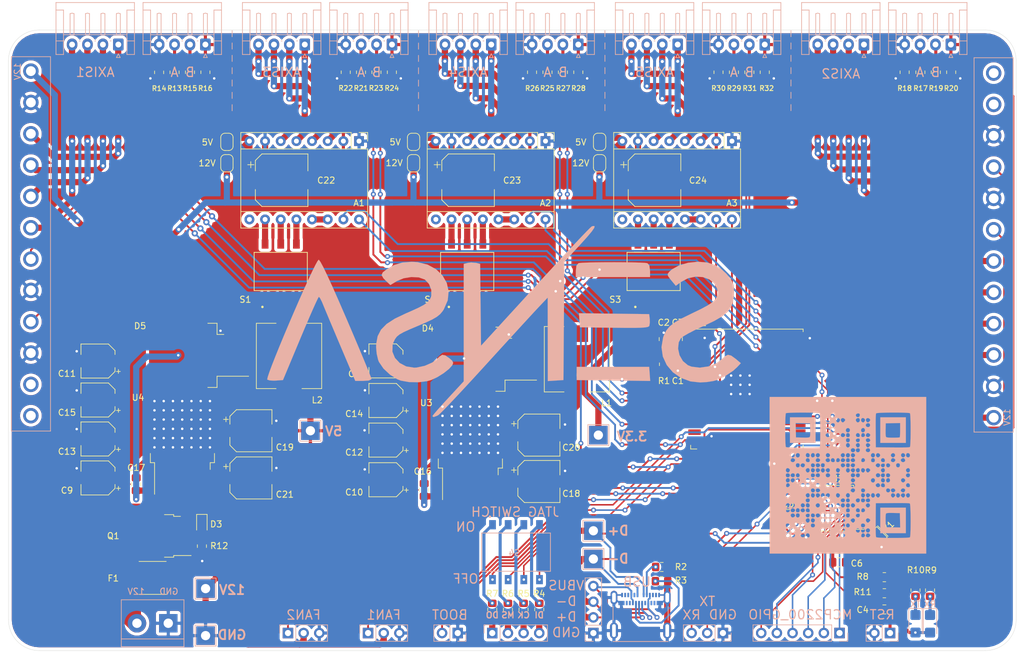
<source format=kicad_pcb>
(kicad_pcb (version 20171130) (host pcbnew "(5.1.9)-1")
  (layers (0 F.Cu signal) (31 B.Cu signal) (34 B.Paste user) (35 F.Paste user) (36 B.SilkS user) (37 F.SilkS user) (38 B.Mask user) (39 F.Mask user) (44 Edge.Cuts user))
  (net 0 "")
  (net 1 GND)
  (net 2 "Net-(A1-Pad9)")
  (net 3 VDD5)
  (net 4 /RoboticArmActuators/MS1-NEMA14_1)
  (net 5 "Net-(A1-Pad3)")
  (net 6 /RoboticArmActuators/MS2-NEMA14_1)
  (net 7 "Net-(A1-Pad4)")
  (net 8 /RoboticArmActuators/MS3-NEMA14_1)
  (net 9 "Net-(A1-Pad5)")
  (net 10 "Net-(A1-Pad13)")
  (net 11 "Net-(A1-Pad6)")
  (net 12 /STEP-NEMA14_1)
  (net 13 /RoboticArmActuators/V_MOT)
  (net 14 /DIR-NEMA14_1)
  (net 15 "Net-(A2-Pad9)")
  (net 16 /RoboticArmActuators/MS1-NEMA14_2)
  (net 17 "Net-(A2-Pad3)")
  (net 18 /RoboticArmActuators/MS2-NEMA14_2)
  (net 19 "Net-(A2-Pad4)")
  (net 20 /RoboticArmActuators/MS3-NEMA14_2)
  (net 21 "Net-(A2-Pad5)")
  (net 22 "Net-(A2-Pad13)")
  (net 23 "Net-(A2-Pad6)")
  (net 24 /STEP-NEMA14_2)
  (net 25 /DIR-NEMA14_2)
  (net 26 /DIR-NEMA11)
  (net 27 /STEP-NEMA11)
  (net 28 "Net-(A3-Pad13)")
  (net 29 "Net-(A3-Pad6)")
  (net 30 "Net-(A3-Pad5)")
  (net 31 /RoboticArmActuators/MS3-NEMA11)
  (net 32 "Net-(A3-Pad4)")
  (net 33 /RoboticArmActuators/MS2-NEMA11)
  (net 34 "Net-(A3-Pad3)")
  (net 35 /RoboticArmActuators/MS1-NEMA11)
  (net 36 "Net-(A3-Pad9)")
  (net 37 "Net-(C1-Pad2)")
  (net 38 VDD33)
  (net 39 "Net-(C4-Pad2)")
  (net 40 "Net-(C4-Pad1)")
  (net 41 "Net-(C5-Pad2)")
  (net 42 /Interfaces/V_BUS)
  (net 43 +12V)
  (net 44 "Net-(C16-Pad2)")
  (net 45 "Net-(C16-Pad1)")
  (net 46 "Net-(C17-Pad1)")
  (net 47 "Net-(C17-Pad2)")
  (net 48 "Net-(D1-Pad1)")
  (net 49 "Net-(D2-Pad1)")
  (net 50 "Net-(D3-Pad2)")
  (net 51 /RoboticArmPower/V_IN)
  (net 52 "Net-(F1-Pad2)")
  (net 53 "Net-(J1-PadA2)")
  (net 54 "Net-(J1-PadA3)")
  (net 55 "Net-(J1-PadA5)")
  (net 56 /Interfaces/D+)
  (net 57 /Interfaces/D-)
  (net 58 "Net-(J1-PadA8)")
  (net 59 "Net-(J1-PadA10)")
  (net 60 "Net-(J1-PadA11)")
  (net 61 "Net-(J1-PadB2)")
  (net 62 "Net-(J1-PadB3)")
  (net 63 "Net-(J1-PadB5)")
  (net 64 "Net-(J1-PadB8)")
  (net 65 "Net-(J1-PadB10)")
  (net 66 "Net-(J1-PadB11)")
  (net 67 "Net-(J2-Pad1)")
  (net 68 "Net-(J2-Pad2)")
  (net 69 "Net-(J2-Pad3)")
  (net 70 "Net-(J2-Pad4)")
  (net 71 "Net-(J5-Pad1)")
  (net 72 "Net-(J5-Pad2)")
  (net 73 "Net-(J5-Pad3)")
  (net 74 "Net-(J5-Pad4)")
  (net 75 "Net-(J5-Pad5)")
  (net 76 "Net-(J5-Pad6)")
  (net 77 /U_TX)
  (net 78 /U_RX)
  (net 79 /BOOT)
  (net 80 /FAN1)
  (net 81 /FAN2)
  (net 82 "Net-(J16-Pad1)")
  (net 83 "Net-(J16-Pad2)")
  (net 84 "Net-(J16-Pad3)")
  (net 85 "Net-(J16-Pad4)")
  (net 86 "Net-(J18-Pad4)")
  (net 87 "Net-(J18-Pad3)")
  (net 88 "Net-(J18-Pad2)")
  (net 89 "Net-(J18-Pad1)")
  (net 90 /STEP-NEMA23_2)
  (net 91 /DIR-NEMA23_2)
  (net 92 "Net-(J19-Pad2)")
  (net 93 "Net-(J19-Pad1)")
  (net 94 "Net-(J20-Pad1)")
  (net 95 "Net-(J20-Pad2)")
  (net 96 /DIR-NEMA23_1)
  (net 97 /STEP-NEMA23_1)
  (net 98 "Net-(J27-Pad3)")
  (net 99 "Net-(J27-Pad2)")
  (net 100 "Net-(J28-Pad2)")
  (net 101 "Net-(J28-Pad3)")
  (net 102 "Net-(J29-Pad2)")
  (net 103 "Net-(J29-Pad3)")
  (net 104 "Net-(J30-Pad3)")
  (net 105 "Net-(J30-Pad2)")
  (net 106 "Net-(J31-Pad2)")
  (net 107 "Net-(J31-Pad3)")
  (net 108 /E1B)
  (net 109 /E2A)
  (net 110 /E2B)
  (net 111 /E1A)
  (net 112 /MTDO)
  (net 113 /MTCK)
  (net 114 /MTDI)
  (net 115 /MTMS)
  (net 116 "Net-(R9-Pad2)")
  (net 117 "Net-(R10-Pad2)")
  (net 118 "Net-(R11-Pad1)")
  (net 119 /E3A)
  (net 120 /E3B)
  (net 121 /E4A)
  (net 122 /E4B)
  (net 123 /E5A)
  (net 124 /E5B)
  (net 125 "Net-(U1-Pad7)")
  (net 126 "Net-(U1-Pad17)")
  (net 127 "Net-(U1-Pad18)")
  (net 128 "Net-(U1-Pad19)")
  (net 129 "Net-(U1-Pad20)")
  (net 130 "Net-(U1-Pad21)")
  (net 131 "Net-(U1-Pad22)")
  (net 132 "Net-(U1-Pad32)")
  (net 133 "Net-(U2-Pad2)")
  (net 134 "Net-(U2-Pad3)")
  (net 135 "Net-(U2-Pad11)")
  (net 136 "Net-(U2-Pad13)")
  (net 137 "Net-(U3-Pad7)")
  (net 138 "Net-(U4-Pad7)")
  (module logos:QRcode_Smallest (layer B.Cu) (at 204.25 122.21 180)
    (fp_text reference G*** hide)
    (fp_text value LOGO hide)
  )
  (module logos:logo3 (layer B.Cu) (at 148.36 97.28 180)
    (fp_text reference G*** hide)
    (fp_text value LOGO hide)
  )
  (module ArmFootprints:Pololu_Breakout-16_15.2x20.3mm (layer F.Cu) (at 185.443328 68.02 270)
    (fp_text reference A3 (at 10.04 0 180) (layer F.SilkS))
    (fp_text value Pololu_Breakout_A4988)
    (pad 16 thru_hole oval (at 12.7 0 270) (size 1.6 1.6) (drill 0.8) (layers *.Cu *.Mask) (net 26 /DIR-NEMA11))
    (pad 8 thru_hole oval (at 0 17.78 270) (size 1.6 1.6) (drill 0.8) (layers *.Cu *.Mask) (net 13 /RoboticArmActuators/V_MOT))
    (pad 15 thru_hole oval (at 12.7 2.54 270) (size 1.6 1.6) (drill 0.8) (layers *.Cu *.Mask) (net 27 /STEP-NEMA11))
    (pad 7 thru_hole oval (at 0 15.24 270) (size 1.6 1.6) (drill 0.8) (layers *.Cu *.Mask) (net 1 GND))
    (pad 14 thru_hole oval (at 12.7 5.08 270) (size 1.6 1.6) (drill 0.8) (layers *.Cu *.Mask) (net 28 "Net-(A3-Pad13)"))
    (pad 6 thru_hole oval (at 0 12.7 270) (size 1.6 1.6) (drill 0.8) (layers *.Cu *.Mask) (net 29 "Net-(A3-Pad6)"))
    (pad 13 thru_hole oval (at 12.7 7.62 270) (size 1.6 1.6) (drill 0.8) (layers *.Cu *.Mask) (net 28 "Net-(A3-Pad13)"))
    (pad 5 thru_hole oval (at 0 10.16 270) (size 1.6 1.6) (drill 0.8) (layers *.Cu *.Mask) (net 30 "Net-(A3-Pad5)"))
    (pad 12 thru_hole oval (at 12.7 10.16 270) (size 1.6 1.6) (drill 0.8) (layers *.Cu *.Mask) (net 31 /RoboticArmActuators/MS3-NEMA11))
    (pad 4 thru_hole oval (at 0 7.62 270) (size 1.6 1.6) (drill 0.8) (layers *.Cu *.Mask) (net 32 "Net-(A3-Pad4)"))
    (pad 11 thru_hole oval (at 12.7 12.7 270) (size 1.6 1.6) (drill 0.8) (layers *.Cu *.Mask) (net 33 /RoboticArmActuators/MS2-NEMA11))
    (pad 3 thru_hole oval (at 0 5.08 270) (size 1.6 1.6) (drill 0.8) (layers *.Cu *.Mask) (net 34 "Net-(A3-Pad3)"))
    (pad 10 thru_hole oval (at 12.7 15.24 270) (size 1.6 1.6) (drill 0.8) (layers *.Cu *.Mask) (net 35 /RoboticArmActuators/MS1-NEMA11))
    (pad 2 thru_hole oval (at 0 2.54 270) (size 1.6 1.6) (drill 0.8) (layers *.Cu *.Mask) (net 3 VDD5))
    (pad 9 thru_hole oval (at 12.7 17.78 270) (size 1.6 1.6) (drill 0.8) (layers *.Cu *.Mask) (net 36 "Net-(A3-Pad9)"))
    (pad 1 thru_hole rect (at 0 0 270) (size 1.6 1.6) (drill 0.8) (layers *.Cu *.Mask) (net 1 GND))
  )
  (module ArmFootprints:Pololu_Breakout-16_15.2x20.3mm (layer F.Cu) (at 124.967776 68.02 270)
    (fp_text reference A1 (at 10.04 0 180) (layer F.SilkS))
    (fp_text value Pololu_Breakout_A4988)
    (pad 1 thru_hole rect (at 0 0 270) (size 1.6 1.6) (drill 0.8) (layers *.Cu *.Mask) (net 1 GND))
    (pad 9 thru_hole oval (at 12.7 17.78 270) (size 1.6 1.6) (drill 0.8) (layers *.Cu *.Mask) (net 2 "Net-(A1-Pad9)"))
    (pad 2 thru_hole oval (at 0 2.54 270) (size 1.6 1.6) (drill 0.8) (layers *.Cu *.Mask) (net 3 VDD5))
    (pad 10 thru_hole oval (at 12.7 15.24 270) (size 1.6 1.6) (drill 0.8) (layers *.Cu *.Mask) (net 4 /RoboticArmActuators/MS1-NEMA14_1))
    (pad 3 thru_hole oval (at 0 5.08 270) (size 1.6 1.6) (drill 0.8) (layers *.Cu *.Mask) (net 5 "Net-(A1-Pad3)"))
    (pad 11 thru_hole oval (at 12.7 12.7 270) (size 1.6 1.6) (drill 0.8) (layers *.Cu *.Mask) (net 6 /RoboticArmActuators/MS2-NEMA14_1))
    (pad 4 thru_hole oval (at 0 7.62 270) (size 1.6 1.6) (drill 0.8) (layers *.Cu *.Mask) (net 7 "Net-(A1-Pad4)"))
    (pad 12 thru_hole oval (at 12.7 10.16 270) (size 1.6 1.6) (drill 0.8) (layers *.Cu *.Mask) (net 8 /RoboticArmActuators/MS3-NEMA14_1))
    (pad 5 thru_hole oval (at 0 10.16 270) (size 1.6 1.6) (drill 0.8) (layers *.Cu *.Mask) (net 9 "Net-(A1-Pad5)"))
    (pad 13 thru_hole oval (at 12.7 7.62 270) (size 1.6 1.6) (drill 0.8) (layers *.Cu *.Mask) (net 10 "Net-(A1-Pad13)"))
    (pad 6 thru_hole oval (at 0 12.7 270) (size 1.6 1.6) (drill 0.8) (layers *.Cu *.Mask) (net 11 "Net-(A1-Pad6)"))
    (pad 14 thru_hole oval (at 12.7 5.08 270) (size 1.6 1.6) (drill 0.8) (layers *.Cu *.Mask) (net 10 "Net-(A1-Pad13)"))
    (pad 7 thru_hole oval (at 0 15.24 270) (size 1.6 1.6) (drill 0.8) (layers *.Cu *.Mask) (net 1 GND))
    (pad 15 thru_hole oval (at 12.7 2.54 270) (size 1.6 1.6) (drill 0.8) (layers *.Cu *.Mask) (net 12 /STEP-NEMA14_1))
    (pad 8 thru_hole oval (at 0 17.78 270) (size 1.6 1.6) (drill 0.8) (layers *.Cu *.Mask) (net 13 /RoboticArmActuators/V_MOT))
    (pad 16 thru_hole oval (at 12.7 0 270) (size 1.6 1.6) (drill 0.8) (layers *.Cu *.Mask) (net 14 /DIR-NEMA14_1))
  )
  (module ArmFootprints:Pololu_Breakout-16_15.2x20.3mm (layer F.Cu) (at 155.205552 68.02 270)
    (fp_text reference A2 (at 10.04 0 180) (layer F.SilkS))
    (fp_text value Pololu_Breakout_A4988)
    (pad 16 thru_hole oval (at 12.7 0 270) (size 1.6 1.6) (drill 0.8) (layers *.Cu *.Mask) (net 25 /DIR-NEMA14_2))
    (pad 8 thru_hole oval (at 0 17.78 270) (size 1.6 1.6) (drill 0.8) (layers *.Cu *.Mask) (net 13 /RoboticArmActuators/V_MOT))
    (pad 15 thru_hole oval (at 12.7 2.54 270) (size 1.6 1.6) (drill 0.8) (layers *.Cu *.Mask) (net 24 /STEP-NEMA14_2))
    (pad 7 thru_hole oval (at 0 15.24 270) (size 1.6 1.6) (drill 0.8) (layers *.Cu *.Mask) (net 1 GND))
    (pad 14 thru_hole oval (at 12.7 5.08 270) (size 1.6 1.6) (drill 0.8) (layers *.Cu *.Mask) (net 22 "Net-(A2-Pad13)"))
    (pad 6 thru_hole oval (at 0 12.7 270) (size 1.6 1.6) (drill 0.8) (layers *.Cu *.Mask) (net 23 "Net-(A2-Pad6)"))
    (pad 13 thru_hole oval (at 12.7 7.62 270) (size 1.6 1.6) (drill 0.8) (layers *.Cu *.Mask) (net 22 "Net-(A2-Pad13)"))
    (pad 5 thru_hole oval (at 0 10.16 270) (size 1.6 1.6) (drill 0.8) (layers *.Cu *.Mask) (net 21 "Net-(A2-Pad5)"))
    (pad 12 thru_hole oval (at 12.7 10.16 270) (size 1.6 1.6) (drill 0.8) (layers *.Cu *.Mask) (net 20 /RoboticArmActuators/MS3-NEMA14_2))
    (pad 4 thru_hole oval (at 0 7.62 270) (size 1.6 1.6) (drill 0.8) (layers *.Cu *.Mask) (net 19 "Net-(A2-Pad4)"))
    (pad 11 thru_hole oval (at 12.7 12.7 270) (size 1.6 1.6) (drill 0.8) (layers *.Cu *.Mask) (net 18 /RoboticArmActuators/MS2-NEMA14_2))
    (pad 3 thru_hole oval (at 0 5.08 270) (size 1.6 1.6) (drill 0.8) (layers *.Cu *.Mask) (net 17 "Net-(A2-Pad3)"))
    (pad 10 thru_hole oval (at 12.7 15.24 270) (size 1.6 1.6) (drill 0.8) (layers *.Cu *.Mask) (net 16 /RoboticArmActuators/MS1-NEMA14_2))
    (pad 2 thru_hole oval (at 0 2.54 270) (size 1.6 1.6) (drill 0.8) (layers *.Cu *.Mask) (net 3 VDD5))
    (pad 9 thru_hole oval (at 12.7 17.78 270) (size 1.6 1.6) (drill 0.8) (layers *.Cu *.Mask) (net 15 "Net-(A2-Pad9)"))
    (pad 1 thru_hole rect (at 0 0 270) (size 1.6 1.6) (drill 0.8) (layers *.Cu *.Mask) (net 1 GND))
  )
  (module Capacitor_SMD:C_0805_2012Metric_Pad1.18x1.45mm_HandSolder (layer F.Cu) (at 176.67 104.21 90)
    (fp_text reference C1 (at -2.69 0) (layer F.SilkS))
    (fp_text value 10uF)
    (pad 1 smd roundrect (at -1.0375 0 90) (size 1.175 1.45) (layers F.Cu F.Paste F.Mask) (roundrect_rratio 0.2127659574468085) (net 1 GND))
    (pad 2 smd roundrect (at 1.0375 0 90) (size 1.175 1.45) (layers F.Cu F.Paste F.Mask) (roundrect_rratio 0.2127659574468085) (net 37 "Net-(C1-Pad2)"))
  )
  (module Capacitor_SMD:C_0805_2012Metric_Pad1.18x1.45mm_HandSolder (layer F.Cu) (at 174.38 100.13 90)
    (fp_text reference C2 (at 2.69 0 180) (layer F.SilkS))
    (fp_text value 0.1uF)
    (pad 1 smd roundrect (at -1.0375 0 90) (size 1.175 1.45) (layers F.Cu F.Paste F.Mask) (roundrect_rratio 0.2127659574468085) (net 38 VDD33))
    (pad 2 smd roundrect (at 1.0375 0 90) (size 1.175 1.45) (layers F.Cu F.Paste F.Mask) (roundrect_rratio 0.2127659574468085) (net 1 GND))
  )
  (module Capacitor_SMD:C_0805_2012Metric_Pad1.18x1.45mm_HandSolder (layer F.Cu) (at 176.66 100.13 90)
    (fp_text reference C3 (at 2.69 0 180) (layer F.SilkS))
    (fp_text value 10uF)
    (pad 2 smd roundrect (at 1.0375 0 90) (size 1.175 1.45) (layers F.Cu F.Paste F.Mask) (roundrect_rratio 0.2127659574468085) (net 1 GND))
    (pad 1 smd roundrect (at -1.0375 0 90) (size 1.175 1.45) (layers F.Cu F.Paste F.Mask) (roundrect_rratio 0.2127659574468085) (net 38 VDD33))
  )
  (module Capacitor_SMD:C_0805_2012Metric_Pad1.18x1.45mm_HandSolder (layer F.Cu) (at 210.16 143.97)
    (fp_text reference C4 (at -3.52 0.06) (layer F.SilkS))
    (fp_text value 0.1uF)
    (pad 2 smd roundrect (at 1.0375 0) (size 1.175 1.45) (layers F.Cu F.Paste F.Mask) (roundrect_rratio 0.2127659574468085) (net 39 "Net-(C4-Pad2)"))
    (pad 1 smd roundrect (at -1.0375 0) (size 1.175 1.45) (layers F.Cu F.Paste F.Mask) (roundrect_rratio 0.2127659574468085) (net 40 "Net-(C4-Pad1)"))
  )
  (module Capacitor_SMD:C_0805_2012Metric_Pad1.18x1.45mm_HandSolder (layer F.Cu) (at 194.55 128.52)
    (fp_text reference C5 (at 0 -1.68) (layer F.SilkS))
    (fp_text value 470nF)
    (pad 1 smd roundrect (at -1.0375 0) (size 1.175 1.45) (layers F.Cu F.Paste F.Mask) (roundrect_rratio 0.2127659574468085) (net 1 GND))
    (pad 2 smd roundrect (at 1.0375 0) (size 1.175 1.45) (layers F.Cu F.Paste F.Mask) (roundrect_rratio 0.2127659574468085) (net 41 "Net-(C5-Pad2)"))
  )
  (module Capacitor_SMD:C_0805_2012Metric_Pad1.18x1.45mm_HandSolder (layer F.Cu) (at 202.825 136.32 180)
    (fp_text reference C6 (at -2.865 -0.18) (layer F.SilkS))
    (fp_text value 100nF)
    (pad 2 smd roundrect (at 1.0375 0 180) (size 1.175 1.45) (layers F.Cu F.Paste F.Mask) (roundrect_rratio 0.2127659574468085) (net 42 /Interfaces/V_BUS))
    (pad 1 smd roundrect (at -1.0375 0 180) (size 1.175 1.45) (layers F.Cu F.Paste F.Mask) (roundrect_rratio 0.2127659574468085) (net 1 GND))
  )
  (module Capacitor_SMD:C_0805_2012Metric_Pad1.18x1.45mm_HandSolder (layer F.Cu) (at 202.825 134.15 180)
    (fp_text reference C7 (at -2.865 -0.07) (layer F.SilkS))
    (fp_text value 100nF)
    (pad 2 smd roundrect (at 1.0375 0 180) (size 1.175 1.45) (layers F.Cu F.Paste F.Mask) (roundrect_rratio 0.2127659574468085) (net 42 /Interfaces/V_BUS))
    (pad 1 smd roundrect (at -1.0375 0 180) (size 1.175 1.45) (layers F.Cu F.Paste F.Mask) (roundrect_rratio 0.2127659574468085) (net 1 GND))
  )
  (module Capacitor_SMD:CP_Elec_5x5.3 (layer F.Cu) (at 129.33 103.66 180)
    (fp_text reference C8 (at 5.15 -2.11) (layer F.SilkS))
    (fp_text value 15uF)
    (pad 2 smd roundrect (at 2.2 0 180) (size 3 1.6) (layers F.Cu F.Paste F.Mask) (roundrect_rratio 0.15625) (net 1 GND))
    (pad 1 smd roundrect (at -2.2 0 180) (size 3 1.6) (layers F.Cu F.Paste F.Mask) (roundrect_rratio 0.15625) (net 43 +12V))
  )
  (module Capacitor_SMD:CP_Elec_5x5.3 (layer F.Cu) (at 82.63 122.64 180)
    (fp_text reference C9 (at 5.03 -2.032501) (layer F.SilkS))
    (fp_text value 15uF)
    (pad 1 smd roundrect (at -2.2 0 180) (size 3 1.6) (layers F.Cu F.Paste F.Mask) (roundrect_rratio 0.15625) (net 43 +12V))
    (pad 2 smd roundrect (at 2.2 0 180) (size 3 1.6) (layers F.Cu F.Paste F.Mask) (roundrect_rratio 0.15625) (net 1 GND))
  )
  (module Capacitor_SMD:CP_Elec_5x5.3 (layer F.Cu) (at 129.33 122.934999 180)
    (fp_text reference C10 (at 5.15 -2.032501) (layer F.SilkS))
    (fp_text value CP)
    (pad 1 smd roundrect (at -2.2 0 180) (size 3 1.6) (layers F.Cu F.Paste F.Mask) (roundrect_rratio 0.15625) (net 43 +12V))
    (pad 2 smd roundrect (at 2.2 0 180) (size 3 1.6) (layers F.Cu F.Paste F.Mask) (roundrect_rratio 0.15625) (net 1 GND))
  )
  (module Capacitor_SMD:CP_Elec_5x5.3 (layer F.Cu) (at 82.63 103.69 180)
    (fp_text reference C11 (at 5.03 -2.032501) (layer F.SilkS))
    (fp_text value CP)
    (pad 2 smd roundrect (at 2.2 0 180) (size 3 1.6) (layers F.Cu F.Paste F.Mask) (roundrect_rratio 0.15625) (net 1 GND))
    (pad 1 smd roundrect (at -2.2 0 180) (size 3 1.6) (layers F.Cu F.Paste F.Mask) (roundrect_rratio 0.15625) (net 43 +12V))
  )
  (module Capacitor_SMD:CP_Elec_5x5.3 (layer F.Cu) (at 129.33 116.509998 180)
    (fp_text reference C12 (at 5.15 -1.99) (layer F.SilkS))
    (fp_text value CP)
    (pad 2 smd roundrect (at 2.2 0 180) (size 3 1.6) (layers F.Cu F.Paste F.Mask) (roundrect_rratio 0.15625) (net 1 GND))
    (pad 1 smd roundrect (at -2.2 0 180) (size 3 1.6) (layers F.Cu F.Paste F.Mask) (roundrect_rratio 0.15625) (net 43 +12V))
  )
  (module Capacitor_SMD:CP_Elec_5x5.3 (layer F.Cu) (at 82.63 116.323332 180)
    (fp_text reference C13 (at 5.03 -2.032501) (layer F.SilkS))
    (fp_text value CP)
    (pad 1 smd roundrect (at -2.2 0 180) (size 3 1.6) (layers F.Cu F.Paste F.Mask) (roundrect_rratio 0.15625) (net 43 +12V))
    (pad 2 smd roundrect (at 2.2 0 180) (size 3 1.6) (layers F.Cu F.Paste F.Mask) (roundrect_rratio 0.15625) (net 1 GND))
  )
  (module Capacitor_SMD:CP_Elec_5x5.3 (layer F.Cu) (at 129.33 110.084999 180)
    (fp_text reference C14 (at 5.15 -2.16) (layer F.SilkS))
    (fp_text value CP)
    (pad 1 smd roundrect (at -2.2 0 180) (size 3 1.6) (layers F.Cu F.Paste F.Mask) (roundrect_rratio 0.15625) (net 43 +12V))
    (pad 2 smd roundrect (at 2.2 0 180) (size 3 1.6) (layers F.Cu F.Paste F.Mask) (roundrect_rratio 0.15625) (net 1 GND))
  )
  (module Capacitor_SMD:CP_Elec_5x5.3 (layer F.Cu) (at 82.63 110.006666 180)
    (fp_text reference C15 (at 5.03 -2.032501) (layer F.SilkS))
    (fp_text value CP)
    (pad 2 smd roundrect (at 2.2 0 180) (size 3 1.6) (layers F.Cu F.Paste F.Mask) (roundrect_rratio 0.15625) (net 1 GND))
    (pad 1 smd roundrect (at -2.2 0 180) (size 3 1.6) (layers F.Cu F.Paste F.Mask) (roundrect_rratio 0.15625) (net 43 +12V))
  )
  (module Capacitor_SMD:C_0805_2012Metric_Pad1.18x1.45mm_HandSolder (layer F.Cu) (at 135.53 124.59 90)
    (fp_text reference C16 (at 3.01 -0.23 180) (layer F.SilkS))
    (fp_text value 0.01uF)
    (pad 1 smd roundrect (at -1.0375 0 90) (size 1.175 1.45) (layers F.Cu F.Paste F.Mask) (roundrect_rratio 0.2127659574468085) (net 45 "Net-(C16-Pad1)"))
    (pad 2 smd roundrect (at 1.0375 0 90) (size 1.175 1.45) (layers F.Cu F.Paste F.Mask) (roundrect_rratio 0.2127659574468085) (net 44 "Net-(C16-Pad2)"))
  )
  (module Capacitor_SMD:C_0805_2012Metric_Pad1.18x1.45mm_HandSolder (layer F.Cu) (at 88.83 123.66 90)
    (fp_text reference C17 (at 2.68 0 180) (layer F.SilkS))
    (fp_text value 0.01uF)
    (pad 1 smd roundrect (at -1.0375 0 90) (size 1.175 1.45) (layers F.Cu F.Paste F.Mask) (roundrect_rratio 0.2127659574468085) (net 46 "Net-(C17-Pad1)"))
    (pad 2 smd roundrect (at 1.0375 0 90) (size 1.175 1.45) (layers F.Cu F.Paste F.Mask) (roundrect_rratio 0.2127659574468085) (net 47 "Net-(C17-Pad2)"))
  )
  (module Capacitor_SMD:CP_Elec_6.3x5.9 (layer F.Cu) (at 154.13 123.22)
    (fp_text reference C18 (at 5.26 1.97) (layer F.SilkS))
    (fp_text value 180uF)
    (pad 1 smd roundrect (at -2.8 0) (size 3.5 1.6) (layers F.Cu F.Paste F.Mask) (roundrect_rratio 0.15625) (net 38 VDD33))
    (pad 2 smd roundrect (at 2.8 0) (size 3.5 1.6) (layers F.Cu F.Paste F.Mask) (roundrect_rratio 0.15625) (net 1 GND))
  )
  (module Capacitor_SMD:CP_Elec_6.3x5.9 (layer F.Cu) (at 107.43 114.99)
    (fp_text reference C19 (at 5.5 2.682501) (layer F.SilkS))
    (fp_text value 180uF)
    (pad 2 smd roundrect (at 2.8 0) (size 3.5 1.6) (layers F.Cu F.Paste F.Mask) (roundrect_rratio 0.15625) (net 1 GND))
    (pad 1 smd roundrect (at -2.8 0) (size 3.5 1.6) (layers F.Cu F.Paste F.Mask) (roundrect_rratio 0.15625) (net 3 VDD5))
  )
  (module Capacitor_SMD:CP_Elec_6.3x5.9 (layer F.Cu) (at 154.13 115.7)
    (fp_text reference C20 (at 5.26 2.02) (layer F.SilkS))
    (fp_text value 180uF)
    (pad 2 smd roundrect (at 2.8 0) (size 3.5 1.6) (layers F.Cu F.Paste F.Mask) (roundrect_rratio 0.15625) (net 1 GND))
    (pad 1 smd roundrect (at -2.8 0) (size 3.5 1.6) (layers F.Cu F.Paste F.Mask) (roundrect_rratio 0.15625) (net 38 VDD33))
  )
  (module Capacitor_SMD:CP_Elec_6.3x5.9 (layer F.Cu) (at 107.43 122.64)
    (fp_text reference C21 (at 5.5 2.682501) (layer F.SilkS))
    (fp_text value 180uF)
    (pad 1 smd roundrect (at -2.8 0) (size 3.5 1.6) (layers F.Cu F.Paste F.Mask) (roundrect_rratio 0.15625) (net 3 VDD5))
    (pad 2 smd roundrect (at 2.8 0) (size 3.5 1.6) (layers F.Cu F.Paste F.Mask) (roundrect_rratio 0.15625) (net 1 GND))
  )
  (module Capacitor_SMD:CP_Elec_8x10 (layer F.Cu) (at 112.410276 74.36)
    (fp_text reference C22 (at 7.229724 0.03) (layer F.SilkS))
    (fp_text value 100uF)
    (pad 2 smd roundrect (at 3.25 0) (size 3.5 2.5) (layers F.Cu F.Paste F.Mask) (roundrect_rratio 0.1) (net 1 GND))
    (pad 1 smd roundrect (at -3.25 0) (size 3.5 2.5) (layers F.Cu F.Paste F.Mask) (roundrect_rratio 0.1) (net 13 /RoboticArmActuators/V_MOT))
  )
  (module Capacitor_SMD:CP_Elec_8x10 (layer F.Cu) (at 142.648052 74.36)
    (fp_text reference C23 (at 7.141948 0.03) (layer F.SilkS))
    (fp_text value 100uF)
    (pad 1 smd roundrect (at -3.25 0) (size 3.5 2.5) (layers F.Cu F.Paste F.Mask) (roundrect_rratio 0.1) (net 13 /RoboticArmActuators/V_MOT))
    (pad 2 smd roundrect (at 3.25 0) (size 3.5 2.5) (layers F.Cu F.Paste F.Mask) (roundrect_rratio 0.1) (net 1 GND))
  )
  (module Capacitor_SMD:CP_Elec_8x10 (layer F.Cu) (at 172.885828 74.36)
    (fp_text reference C24 (at 7.044172 0.03) (layer F.SilkS))
    (fp_text value 100uF)
    (pad 1 smd roundrect (at -3.25 0) (size 3.5 2.5) (layers F.Cu F.Paste F.Mask) (roundrect_rratio 0.1) (net 13 /RoboticArmActuators/V_MOT))
    (pad 2 smd roundrect (at 3.25 0) (size 3.5 2.5) (layers F.Cu F.Paste F.Mask) (roundrect_rratio 0.1) (net 1 GND))
  )
  (module Diode_SMD:D_SOD-323 (layer F.Cu) (at 99.48 130.05 270)
    (fp_text reference D3 (at 0.09 -2.32 180) (layer F.SilkS))
    (fp_text value D_Zener)
    (pad 1 smd rect (at -1.05 0 270) (size 0.6 0.45) (layers F.Cu F.Paste F.Mask) (net 43 +12V))
    (pad 2 smd rect (at 1.05 0 270) (size 0.6 0.45) (layers F.Cu F.Paste F.Mask) (net 50 "Net-(D3-Pad2)"))
  )
  (module Package_TO_SOT_SMD:TO-263-2_TabPin1 (layer F.Cu) (at 145.69 103.39 180)
    (fp_text reference D4 (at 9.57 5.01) (layer F.SilkS))
    (fp_text value D_Schottky)
    (pad 1 smd rect (at -5.775 -2.54 180) (size 4.6 1.1) (layers F.Cu F.Paste F.Mask) (net 45 "Net-(C16-Pad1)"))
    (pad 2 smd rect (at -5.775 2.54 180) (size 4.6 1.1) (layers F.Cu F.Paste F.Mask) (net 1 GND))
    (pad 1 smd rect (at 3.375 0 180) (size 9.4 10.8) (layers F.Cu F.Mask) (net 45 "Net-(C16-Pad1)"))
  )
  (module Package_TO_SOT_SMD:TO-263-2_TabPin1 (layer F.Cu) (at 98.99 102.76 180)
    (fp_text reference D5 (at 9.53 4.76) (layer F.SilkS))
    (fp_text value D_Schottky)
    (pad 1 smd rect (at 3.375 0 180) (size 9.4 10.8) (layers F.Cu F.Mask) (net 46 "Net-(C17-Pad1)"))
    (pad 2 smd rect (at -5.775 2.54 180) (size 4.6 1.1) (layers F.Cu F.Paste F.Mask) (net 1 GND))
    (pad 1 smd rect (at -5.775 -2.54 180) (size 4.6 1.1) (layers F.Cu F.Paste F.Mask) (net 46 "Net-(C17-Pad1)"))
  )
  (module Fuse:Fuse_2920_7451Metric (layer F.Cu) (at 91.49 138.85)
    (fp_text reference F1 (at -6.38 0.07) (layer F.SilkS))
    (fp_text value Fuse)
    (pad 1 smd roundrect (at -3.3875 0) (size 1.925 5.45) (layers F.Cu F.Paste F.Mask) (roundrect_rratio 0.1298696103896104) (net 51 /RoboticArmPower/V_IN))
    (pad 2 smd roundrect (at 3.3875 0) (size 1.925 5.45) (layers F.Cu F.Paste F.Mask) (roundrect_rratio 0.1298696103896104) (net 52 "Net-(F1-Pad2)"))
  )
  (module ArmFootprints:MOLEX_105450-0101 (layer B.Cu) (at 170.626672 145.4 180)
    (fp_text reference "USB " (at 1.166672 5.91) (layer B.SilkS) (effects (font (size 1.5 1.5) (thickness 0.2)) (justify mirror)))
    (fp_text value 105450-0101)
    (pad A1 smd rect (at -3 3.77 180) (size 0.3 0.7) (layers B.Cu B.Paste B.Mask) (net 1 GND))
    (pad A2 smd rect (at -2.5 3.77 180) (size 0.3 0.7) (layers B.Cu B.Paste B.Mask) (net 53 "Net-(J1-PadA2)"))
    (pad A3 smd rect (at -2 3.77 180) (size 0.3 0.7) (layers B.Cu B.Paste B.Mask) (net 54 "Net-(J1-PadA3)"))
    (pad A4 smd rect (at -1.5 3.77 180) (size 0.3 0.7) (layers B.Cu B.Paste B.Mask) (net 42 /Interfaces/V_BUS))
    (pad A5 smd rect (at -1 3.77 180) (size 0.3 0.7) (layers B.Cu B.Paste B.Mask) (net 55 "Net-(J1-PadA5)"))
    (pad A6 smd rect (at -0.5 3.77 180) (size 0.3 0.7) (layers B.Cu B.Paste B.Mask) (net 56 /Interfaces/D+))
    (pad A7 smd rect (at 0.5 3.77 180) (size 0.3 0.7) (layers B.Cu B.Paste B.Mask) (net 57 /Interfaces/D-))
    (pad A8 smd rect (at 1 3.77 180) (size 0.3 0.7) (layers B.Cu B.Paste B.Mask) (net 58 "Net-(J1-PadA8)"))
    (pad A9 smd rect (at 1.5 3.77 180) (size 0.3 0.7) (layers B.Cu B.Paste B.Mask) (net 42 /Interfaces/V_BUS))
    (pad A10 smd rect (at 2 3.77 180) (size 0.3 0.7) (layers B.Cu B.Paste B.Mask) (net 59 "Net-(J1-PadA10)"))
    (pad A11 smd rect (at 2.5 3.77 180) (size 0.3 0.7) (layers B.Cu B.Paste B.Mask) (net 60 "Net-(J1-PadA11)"))
    (pad A12 smd rect (at 3 3.77 180) (size 0.3 0.7) (layers B.Cu B.Paste B.Mask) (net 1 GND))
    (pad B1 smd rect (at 3.1 2.47 180) (size 1 0.7) (layers B.Cu B.Paste B.Mask) (net 1 GND))
    (pad B2 smd rect (at 2.25 2.47 180) (size 0.3 0.7) (layers B.Cu B.Paste B.Mask) (net 61 "Net-(J1-PadB2)"))
    (pad B3 smd rect (at 1.75 2.47 180) (size 0.3 0.7) (layers B.Cu B.Paste B.Mask) (net 62 "Net-(J1-PadB3)"))
    (pad B4 smd rect (at 1.25 2.47 180) (size 0.3 0.7) (layers B.Cu B.Paste B.Mask) (net 42 /Interfaces/V_BUS))
    (pad B5 smd rect (at 0.75 2.47 180) (size 0.3 0.7) (layers B.Cu B.Paste B.Mask) (net 63 "Net-(J1-PadB5)"))
    (pad B6 smd rect (at 0.25 2.47 180) (size 0.3 0.7) (layers B.Cu B.Paste B.Mask) (net 56 /Interfaces/D+))
    (pad B7 smd rect (at -0.25 2.47 180) (size 0.3 0.7) (layers B.Cu B.Paste B.Mask) (net 57 /Interfaces/D-))
    (pad B8 smd rect (at -0.75 2.47 180) (size 0.3 0.7) (layers B.Cu B.Paste B.Mask) (net 64 "Net-(J1-PadB8)"))
    (pad B9 smd rect (at -1.25 2.47 180) (size 0.3 0.7) (layers B.Cu B.Paste B.Mask) (net 42 /Interfaces/V_BUS))
    (pad B10 smd rect (at -1.75 2.47 180) (size 0.3 0.7) (layers B.Cu B.Paste B.Mask) (net 65 "Net-(J1-PadB10)"))
    (pad B11 smd rect (at -2.25 2.47 180) (size 0.3 0.7) (layers B.Cu B.Paste B.Mask) (net 66 "Net-(J1-PadB11)"))
    (pad B12 smd rect (at -3.1 2.47 180) (size 1 0.7) (layers B.Cu B.Paste B.Mask) (net 1 GND))
    (pad S1 thru_hole oval (at -4.32 3.36 180) (size 1.1 2.2) (drill oval 0.6 1.6) (layers *.Cu *.Mask) (net 1 GND))
    (pad S2 thru_hole oval (at 4.32 3.36 180) (size 1.1 2.2) (drill oval 0.6 1.6) (layers *.Cu *.Mask) (net 1 GND))
    (pad S3 thru_hole oval (at -4.32 -2 180) (size 1.3 2.6) (drill oval 0.6 2.1) (layers *.Cu *.Mask) (net 1 GND))
    (pad S4 thru_hole oval (at 4.32 -2 180) (size 1.3 2.6) (drill oval 0.6 2.1) (layers *.Cu *.Mask) (net 1 GND))
  )
  (module Connector_PinHeader_2.54mm:PinHeader_1x02_P2.54mm_Vertical (layer B.Cu) (at 211.08 147.795 90)
    (fp_text reference RST (at 2.975 -1.275) (layer B.SilkS) (effects (font (size 1.5 1.5) (thickness 0.2)) (justify mirror)))
    (fp_text value RST)
    (pad 2 thru_hole oval (at 0 -2.54 90) (size 1.7 1.7) (drill 1) (layers *.Cu *.Mask) (net 1 GND))
    (pad 1 thru_hole rect (at 0 0 90) (size 1.7 1.7) (drill 1) (layers *.Cu *.Mask) (net 40 "Net-(C4-Pad1)"))
  )
  (module Connector_PinHeader_2.54mm:PinHeader_1x02_P2.54mm_Vertical (layer B.Cu) (at 140.97 147.8 90)
    (fp_text reference J7 hide)
    (fp_text value "BOOT OPTION")
    (pad 1 thru_hole rect (at 0 0 90) (size 1.7 1.7) (drill 1) (layers *.Cu *.Mask) (net 1 GND))
    (pad 2 thru_hole oval (at 0 -2.54 90) (size 1.7 1.7) (drill 1) (layers *.Cu *.Mask) (net 79 /BOOT))
  )
  (module ArmFootprints:TerminalBlock_bornier-2_P5.08mmCOPY (layer B.Cu) (at 94.03 146.21 180)
    (fp_text reference J8 hide)
    (fp_text value POWER)
    (pad 1 thru_hole rect (at 0 0 180) (size 3 3) (drill 1.52) (layers *.Cu *.Mask) (net 1 GND))
    (pad 2 thru_hole circle (at 5.08 0 180) (size 3 3) (drill 1.52) (layers *.Cu *.Mask) (net 51 /RoboticArmPower/V_IN))
  )
  (module Connector_PinHeader_2.54mm:PinHeader_1x03_P2.54mm_Vertical (layer B.Cu) (at 126.43 147.8 270)
    (fp_text reference J9 hide)
    (fp_text value "FAN HEADER 1 ")
    (pad 3 thru_hole oval (at 0 -5.08 270) (size 1.7 1.7) (drill 1) (layers *.Cu *.Mask) (net 1 GND))
    (pad 2 thru_hole oval (at 0 -2.54 270) (size 1.7 1.7) (drill 1) (layers *.Cu *.Mask) (net 43 +12V))
    (pad 1 thru_hole rect (at 0 0 270) (size 1.7 1.7) (drill 1) (layers *.Cu *.Mask) (net 80 /FAN1))
  )
  (module Connector_PinHeader_2.54mm:PinHeader_1x03_P2.54mm_Vertical (layer B.Cu) (at 113.44 147.8 270)
    (fp_text reference J10 hide)
    (fp_text value "FAN HEADER 2")
    (pad 1 thru_hole rect (at 0 0 270) (size 1.7 1.7) (drill 1) (layers *.Cu *.Mask) (net 81 /FAN2))
    (pad 2 thru_hole oval (at 0 -2.54 270) (size 1.7 1.7) (drill 1) (layers *.Cu *.Mask) (net 43 +12V))
    (pad 3 thru_hole oval (at 0 -5.08 270) (size 1.7 1.7) (drill 1) (layers *.Cu *.Mask) (net 1 GND))
  )
  (module Jumper:SolderJumper-2_P1.3mm_Open_RoundedPad1.0x1.5mm (layer F.Cu) (at 103.54 71.61 90)
    (fp_text reference 12V (at 0.02 -3.21 180) (layer F.SilkS))
    (fp_text value 12V)
    (pad 2 smd custom (at 0.65 0 90) (size 1 0.5) (layers F.Cu F.Mask) (net 13 /RoboticArmActuators/V_MOT) (options (clearance outline) (anchor rect)) (primitives (gr_circle (center 0 0.25) (end 0.5 0.25) (width 0)) (gr_circle (center 0 -0.25) (end 0.5 -0.25) (width 0)) (gr_poly (pts (xy 0 -0.75) (xy -0.5 -0.75) (xy -0.5 0.75) (xy 0 0.75)) (width 0))))
    (pad 1 smd custom (at -0.65 0 90) (size 1 0.5) (layers F.Cu F.Mask) (net 43 +12V) (options (clearance outline) (anchor rect)) (primitives (gr_circle (center 0 0.25) (end 0.5 0.25) (width 0)) (gr_circle (center 0 -0.25) (end 0.5 -0.25) (width 0)) (gr_poly (pts (xy 0 -0.75) (xy 0.5 -0.75) (xy 0.5 0.75) (xy 0 0.75)) (width 0))))
  )
  (module Jumper:SolderJumper-2_P1.3mm_Open_RoundedPad1.0x1.5mm (layer F.Cu) (at 103.54 68.14 90)
    (fp_text reference 5V (at -0.07 -3.16 180) (layer F.SilkS))
    (fp_text value 12V)
    (pad 2 smd custom (at 0.65 0 90) (size 1 0.5) (layers F.Cu F.Mask) (net 13 /RoboticArmActuators/V_MOT) (options (clearance outline) (anchor rect)) (primitives (gr_circle (center 0 0.25) (end 0.5 0.25) (width 0)) (gr_circle (center 0 -0.25) (end 0.5 -0.25) (width 0)) (gr_poly (pts (xy 0 -0.75) (xy -0.5 -0.75) (xy -0.5 0.75) (xy 0 0.75)) (width 0))))
    (pad 1 smd custom (at -0.65 0 90) (size 1 0.5) (layers F.Cu F.Mask) (net 3 VDD5) (options (clearance outline) (anchor rect)) (primitives (gr_circle (center 0 0.25) (end 0.5 0.25) (width 0)) (gr_circle (center 0 -0.25) (end 0.5 -0.25) (width 0)) (gr_poly (pts (xy 0 -0.75) (xy 0.5 -0.75) (xy 0.5 0.75) (xy 0 0.75)) (width 0))))
  )
  (module Connector_JST:JST_EH_S4B-EH_1x04_P2.50mm_Horizontal (layer B.Cu) (at 116.167776 52.36 180)
    (fp_text reference J14 hide)
    (fp_text value CONN)
    (pad 1 thru_hole roundrect (at 0 0 180) (size 1.7 1.95) (drill 0.95) (layers *.Cu *.Mask) (roundrect_rratio 0.1470588235294118) (net 11 "Net-(A1-Pad6)"))
    (pad 2 thru_hole oval (at 2.5 0 180) (size 1.7 1.95) (drill 0.95) (layers *.Cu *.Mask) (net 9 "Net-(A1-Pad5)"))
    (pad 3 thru_hole oval (at 5 0 180) (size 1.7 1.95) (drill 0.95) (layers *.Cu *.Mask) (net 7 "Net-(A1-Pad4)"))
    (pad 4 thru_hole oval (at 7.5 0 180) (size 1.7 1.95) (drill 0.95) (layers *.Cu *.Mask) (net 5 "Net-(A1-Pad3)"))
  )
  (module Jumper:SolderJumper-2_P1.3mm_Open_RoundedPad1.0x1.5mm (layer F.Cu) (at 133.81 71.61 90)
    (fp_text reference 12V (at 0.05 -3.14 180) (layer F.SilkS))
    (fp_text value 12V)
    (pad 1 smd custom (at -0.65 0 90) (size 1 0.5) (layers F.Cu F.Mask) (net 43 +12V) (options (clearance outline) (anchor rect)) (primitives (gr_circle (center 0 0.25) (end 0.5 0.25) (width 0)) (gr_circle (center 0 -0.25) (end 0.5 -0.25) (width 0)) (gr_poly (pts (xy 0 -0.75) (xy 0.5 -0.75) (xy 0.5 0.75) (xy 0 0.75)) (width 0))))
    (pad 2 smd custom (at 0.65 0 90) (size 1 0.5) (layers F.Cu F.Mask) (net 13 /RoboticArmActuators/V_MOT) (options (clearance outline) (anchor rect)) (primitives (gr_circle (center 0 0.25) (end 0.5 0.25) (width 0)) (gr_circle (center 0 -0.25) (end 0.5 -0.25) (width 0)) (gr_poly (pts (xy 0 -0.75) (xy -0.5 -0.75) (xy -0.5 0.75) (xy 0 0.75)) (width 0))))
  )
  (module Connector_JST:JST_EH_S4B-EH_1x04_P2.50mm_Horizontal (layer B.Cu) (at 206.85 52.36 180)
    (fp_text reference J16 hide)
    (fp_text value CONN_NEMA23_2)
    (pad 4 thru_hole oval (at 7.5 0 180) (size 1.7 1.95) (drill 0.95) (layers *.Cu *.Mask) (net 85 "Net-(J16-Pad4)"))
    (pad 3 thru_hole oval (at 5 0 180) (size 1.7 1.95) (drill 0.95) (layers *.Cu *.Mask) (net 84 "Net-(J16-Pad3)"))
    (pad 2 thru_hole oval (at 2.5 0 180) (size 1.7 1.95) (drill 0.95) (layers *.Cu *.Mask) (net 83 "Net-(J16-Pad2)"))
    (pad 1 thru_hole roundrect (at 0 0 180) (size 1.7 1.95) (drill 0.95) (layers *.Cu *.Mask) (roundrect_rratio 0.1470588235294118) (net 82 "Net-(J16-Pad1)"))
  )
  (module Connector_JST:JST_EH_S4B-EH_1x04_P2.50mm_Horizontal (layer B.Cu) (at 85.93 52.36 180)
    (fp_text reference AXIS1 hide)
    (fp_text value CONN_NEMA23_1)
    (pad 1 thru_hole roundrect (at 0 0 180) (size 1.7 1.95) (drill 0.95) (layers *.Cu *.Mask) (roundrect_rratio 0.1470588235294118) (net 89 "Net-(J18-Pad1)"))
    (pad 2 thru_hole oval (at 2.5 0 180) (size 1.7 1.95) (drill 0.95) (layers *.Cu *.Mask) (net 88 "Net-(J18-Pad2)"))
    (pad 3 thru_hole oval (at 5 0 180) (size 1.7 1.95) (drill 0.95) (layers *.Cu *.Mask) (net 87 "Net-(J18-Pad3)"))
    (pad 4 thru_hole oval (at 7.5 0 180) (size 1.7 1.95) (drill 0.95) (layers *.Cu *.Mask) (net 86 "Net-(J18-Pad4)"))
  )
  (module ArmFootprints:Molex_12PIN (layer B.Cu) (at 231.06 115.209999 90)
    (fp_text reference J19 hide)
    (fp_text value NEMA23_2)
    (fp_text user 12V (at 2.4 -1 270) (layer B.SilkS) (effects (justify mirror)))
    (pad 12 thru_hole circle (at 2.34 -3.17 90) (size 2.5 2.5) (drill 1.6) (layers *.Cu *.Mask) (net 43 +12V))
    (pad 11 thru_hole circle (at 7.42 -3.17 90) (size 2.5 2.5) (drill 1.6) (layers *.Cu *.Mask) (net 1 GND))
    (pad 10 thru_hole circle (at 12.5 -3.17 90) (size 2.5 2.5) (drill 1.6) (layers *.Cu *.Mask) (net 82 "Net-(J16-Pad1)"))
    (pad 9 thru_hole circle (at 17.58 -3.17 90) (size 2.5 2.5) (drill 1.6) (layers *.Cu *.Mask) (net 83 "Net-(J16-Pad2)"))
    (pad 8 thru_hole circle (at 22.66 -3.17 90) (size 2.5 2.5) (drill 1.6) (layers *.Cu *.Mask) (net 84 "Net-(J16-Pad3)"))
    (pad 7 thru_hole circle (at 27.74 -3.17 90) (size 2.5 2.5) (drill 1.6) (layers *.Cu *.Mask) (net 85 "Net-(J16-Pad4)"))
    (pad 6 thru_hole circle (at 32.82 -3.17 90) (size 2.5 2.5) (drill 1.6) (layers *.Cu *.Mask) (net 90 /STEP-NEMA23_2))
    (pad 5 thru_hole circle (at 37.9 -3.17 90) (size 2.5 2.5) (drill 1.6) (layers *.Cu *.Mask) (net 1 GND))
    (pad 4 thru_hole circle (at 42.98 -3.17 90) (size 2.5 2.5) (drill 1.6) (layers *.Cu *.Mask) (net 91 /DIR-NEMA23_2))
    (pad 3 thru_hole circle (at 48.06 -3.17 90) (size 2.5 2.5) (drill 1.6) (layers *.Cu *.Mask) (net 1 GND))
    (pad 2 thru_hole circle (at 53.14 -3.17 90) (size 2.5 2.5) (drill 1.6) (layers *.Cu *.Mask) (net 92 "Net-(J19-Pad2)"))
    (pad 1 thru_hole circle (at 58.22 -3.17 90) (size 2.5 2.5) (drill 1.6) (layers *.Cu *.Mask) (net 93 "Net-(J19-Pad1)"))
  )
  (module ArmFootprints:Molex_12PIN (layer B.Cu) (at 68.58 54.33 270)
    (fp_text reference J20 hide)
    (fp_text value NEMA23_1)
    (fp_text user 12V (at 2.4 -1 270) (layer B.SilkS) (effects (justify mirror)))
    (pad 1 thru_hole circle (at 58.22 -3.17 270) (size 2.5 2.5) (drill 1.6) (layers *.Cu *.Mask) (net 94 "Net-(J20-Pad1)"))
    (pad 2 thru_hole circle (at 53.14 -3.17 270) (size 2.5 2.5) (drill 1.6) (layers *.Cu *.Mask) (net 95 "Net-(J20-Pad2)"))
    (pad 3 thru_hole circle (at 48.06 -3.17 270) (size 2.5 2.5) (drill 1.6) (layers *.Cu *.Mask) (net 1 GND))
    (pad 4 thru_hole circle (at 42.98 -3.17 270) (size 2.5 2.5) (drill 1.6) (layers *.Cu *.Mask) (net 96 /DIR-NEMA23_1))
    (pad 5 thru_hole circle (at 37.9 -3.17 270) (size 2.5 2.5) (drill 1.6) (layers *.Cu *.Mask) (net 1 GND))
    (pad 6 thru_hole circle (at 32.82 -3.17 270) (size 2.5 2.5) (drill 1.6) (layers *.Cu *.Mask) (net 97 /STEP-NEMA23_1))
    (pad 7 thru_hole circle (at 27.74 -3.17 270) (size 2.5 2.5) (drill 1.6) (layers *.Cu *.Mask) (net 86 "Net-(J18-Pad4)"))
    (pad 8 thru_hole circle (at 22.66 -3.17 270) (size 2.5 2.5) (drill 1.6) (layers *.Cu *.Mask) (net 87 "Net-(J18-Pad3)"))
    (pad 9 thru_hole circle (at 17.58 -3.17 270) (size 2.5 2.5) (drill 1.6) (layers *.Cu *.Mask) (net 88 "Net-(J18-Pad2)"))
    (pad 10 thru_hole circle (at 12.5 -3.17 270) (size 2.5 2.5) (drill 1.6) (layers *.Cu *.Mask) (net 89 "Net-(J18-Pad1)"))
    (pad 11 thru_hole circle (at 7.42 -3.17 270) (size 2.5 2.5) (drill 1.6) (layers *.Cu *.Mask) (net 1 GND))
    (pad 12 thru_hole circle (at 2.34 -3.17 270) (size 2.5 2.5) (drill 1.6) (layers *.Cu *.Mask) (net 43 +12V))
  )
  (module Jumper:SolderJumper-2_P1.3mm_Open_RoundedPad1.0x1.5mm (layer F.Cu) (at 133.81 68.14 90)
    (fp_text reference 5V (at -0.04 -2.98 180) (layer F.SilkS))
    (fp_text value 12V)
    (pad 1 smd custom (at -0.65 0 90) (size 1 0.5) (layers F.Cu F.Mask) (net 3 VDD5) (options (clearance outline) (anchor rect)) (primitives (gr_circle (center 0 0.25) (end 0.5 0.25) (width 0)) (gr_circle (center 0 -0.25) (end 0.5 -0.25) (width 0)) (gr_poly (pts (xy 0 -0.75) (xy 0.5 -0.75) (xy 0.5 0.75) (xy 0 0.75)) (width 0))))
    (pad 2 smd custom (at 0.65 0 90) (size 1 0.5) (layers F.Cu F.Mask) (net 13 /RoboticArmActuators/V_MOT) (options (clearance outline) (anchor rect)) (primitives (gr_circle (center 0 0.25) (end 0.5 0.25) (width 0)) (gr_circle (center 0 -0.25) (end 0.5 -0.25) (width 0)) (gr_poly (pts (xy 0 -0.75) (xy -0.5 -0.75) (xy -0.5 0.75) (xy 0 0.75)) (width 0))))
  )
  (module Connector_JST:JST_EH_S4B-EH_1x04_P2.50mm_Horizontal (layer B.Cu) (at 146.405552 52.36 180)
    (fp_text reference J22 hide)
    (fp_text value CONN)
    (pad 1 thru_hole roundrect (at 0 0 180) (size 1.7 1.95) (drill 0.95) (layers *.Cu *.Mask) (roundrect_rratio 0.1470588235294118) (net 23 "Net-(A2-Pad6)"))
    (pad 2 thru_hole oval (at 2.5 0 180) (size 1.7 1.95) (drill 0.95) (layers *.Cu *.Mask) (net 21 "Net-(A2-Pad5)"))
    (pad 3 thru_hole oval (at 5 0 180) (size 1.7 1.95) (drill 0.95) (layers *.Cu *.Mask) (net 19 "Net-(A2-Pad4)"))
    (pad 4 thru_hole oval (at 7.5 0 180) (size 1.7 1.95) (drill 0.95) (layers *.Cu *.Mask) (net 17 "Net-(A2-Pad3)"))
  )
  (module Jumper:SolderJumper-2_P1.3mm_Open_RoundedPad1.0x1.5mm (layer F.Cu) (at 163.98 71.61 90)
    (fp_text reference 12V (at 0.03 -3.05 180) (layer F.SilkS))
    (fp_text value 12V)
    (pad 1 smd custom (at -0.65 0 90) (size 1 0.5) (layers F.Cu F.Mask) (net 43 +12V) (options (clearance outline) (anchor rect)) (primitives (gr_circle (center 0 0.25) (end 0.5 0.25) (width 0)) (gr_circle (center 0 -0.25) (end 0.5 -0.25) (width 0)) (gr_poly (pts (xy 0 -0.75) (xy 0.5 -0.75) (xy 0.5 0.75) (xy 0 0.75)) (width 0))))
    (pad 2 smd custom (at 0.65 0 90) (size 1 0.5) (layers F.Cu F.Mask) (net 13 /RoboticArmActuators/V_MOT) (options (clearance outline) (anchor rect)) (primitives (gr_circle (center 0 0.25) (end 0.5 0.25) (width 0)) (gr_circle (center 0 -0.25) (end 0.5 -0.25) (width 0)) (gr_poly (pts (xy 0 -0.75) (xy -0.5 -0.75) (xy -0.5 0.75) (xy 0 0.75)) (width 0))))
  )
  (module Jumper:SolderJumper-2_P1.3mm_Open_RoundedPad1.0x1.5mm (layer F.Cu) (at 163.98 68.14 90)
    (fp_text reference 5V (at -0.06 -3.05 180) (layer F.SilkS))
    (fp_text value 12V)
    (pad 2 smd custom (at 0.65 0 90) (size 1 0.5) (layers F.Cu F.Mask) (net 13 /RoboticArmActuators/V_MOT) (options (clearance outline) (anchor rect)) (primitives (gr_circle (center 0 0.25) (end 0.5 0.25) (width 0)) (gr_circle (center 0 -0.25) (end 0.5 -0.25) (width 0)) (gr_poly (pts (xy 0 -0.75) (xy -0.5 -0.75) (xy -0.5 0.75) (xy 0 0.75)) (width 0))))
    (pad 1 smd custom (at -0.65 0 90) (size 1 0.5) (layers F.Cu F.Mask) (net 3 VDD5) (options (clearance outline) (anchor rect)) (primitives (gr_circle (center 0 0.25) (end 0.5 0.25) (width 0)) (gr_circle (center 0 -0.25) (end 0.5 -0.25) (width 0)) (gr_poly (pts (xy 0 -0.75) (xy 0.5 -0.75) (xy 0.5 0.75) (xy 0 0.75)) (width 0))))
  )
  (module Connector_JST:JST_EH_S4B-EH_1x04_P2.50mm_Horizontal (layer B.Cu) (at 176.643328 52.36 180)
    (fp_text reference J26 hide)
    (fp_text value CONN)
    (pad 1 thru_hole roundrect (at 0 0 180) (size 1.7 1.95) (drill 0.95) (layers *.Cu *.Mask) (roundrect_rratio 0.1470588235294118) (net 29 "Net-(A3-Pad6)"))
    (pad 2 thru_hole oval (at 2.5 0 180) (size 1.7 1.95) (drill 0.95) (layers *.Cu *.Mask) (net 30 "Net-(A3-Pad5)"))
    (pad 3 thru_hole oval (at 5 0 180) (size 1.7 1.95) (drill 0.95) (layers *.Cu *.Mask) (net 32 "Net-(A3-Pad4)"))
    (pad 4 thru_hole oval (at 7.5 0 180) (size 1.7 1.95) (drill 0.95) (layers *.Cu *.Mask) (net 34 "Net-(A3-Pad3)"))
  )
  (module Connector_JST:JST_EH_S4B-EH_1x04_P2.50mm_Horizontal (layer B.Cu) (at 100.048888 52.36 180)
    (fp_text reference J27 hide)
    (fp_text value ENC_AXIS1)
    (pad 4 thru_hole oval (at 7.5 0 180) (size 1.7 1.95) (drill 0.95) (layers *.Cu *.Mask) (net 1 GND))
    (pad 3 thru_hole oval (at 5 0 180) (size 1.7 1.95) (drill 0.95) (layers *.Cu *.Mask) (net 98 "Net-(J27-Pad3)"))
    (pad 2 thru_hole oval (at 2.5 0 180) (size 1.7 1.95) (drill 0.95) (layers *.Cu *.Mask) (net 99 "Net-(J27-Pad2)"))
    (pad 1 thru_hole roundrect (at 0 0 180) (size 1.7 1.95) (drill 0.95) (layers *.Cu *.Mask) (roundrect_rratio 0.1470588235294118) (net 3 VDD5))
  )
  (module Connector_JST:JST_EH_S4B-EH_1x04_P2.50mm_Horizontal (layer B.Cu) (at 220.95 52.36 180)
    (fp_text reference J28 hide)
    (fp_text value ENC_AXIS2)
    (pad 1 thru_hole roundrect (at 0 0 180) (size 1.7 1.95) (drill 0.95) (layers *.Cu *.Mask) (roundrect_rratio 0.1470588235294118) (net 3 VDD5))
    (pad 2 thru_hole oval (at 2.5 0 180) (size 1.7 1.95) (drill 0.95) (layers *.Cu *.Mask) (net 100 "Net-(J28-Pad2)"))
    (pad 3 thru_hole oval (at 5 0 180) (size 1.7 1.95) (drill 0.95) (layers *.Cu *.Mask) (net 101 "Net-(J28-Pad3)"))
    (pad 4 thru_hole oval (at 7.5 0 180) (size 1.7 1.95) (drill 0.95) (layers *.Cu *.Mask) (net 1 GND))
  )
  (module Connector_JST:JST_EH_S4B-EH_1x04_P2.50mm_Horizontal (layer B.Cu) (at 130.31 52.36 180)
    (fp_text reference J29 hide)
    (fp_text value ENC_AXIS3)
    (pad 4 thru_hole oval (at 7.5 0 180) (size 1.7 1.95) (drill 0.95) (layers *.Cu *.Mask) (net 1 GND))
    (pad 3 thru_hole oval (at 5 0 180) (size 1.7 1.95) (drill 0.95) (layers *.Cu *.Mask) (net 103 "Net-(J29-Pad3)"))
    (pad 2 thru_hole oval (at 2.5 0 180) (size 1.7 1.95) (drill 0.95) (layers *.Cu *.Mask) (net 102 "Net-(J29-Pad2)"))
    (pad 1 thru_hole roundrect (at 0 0 180) (size 1.7 1.95) (drill 0.95) (layers *.Cu *.Mask) (roundrect_rratio 0.1470588235294118) (net 3 VDD5))
  )
  (module Connector_JST:JST_EH_S4B-EH_1x04_P2.50mm_Horizontal (layer B.Cu) (at 160.52444 52.36 180)
    (fp_text reference J30 hide)
    (fp_text value ENC_AXIS4)
    (pad 4 thru_hole oval (at 7.5 0 180) (size 1.7 1.95) (drill 0.95) (layers *.Cu *.Mask) (net 1 GND))
    (pad 3 thru_hole oval (at 5 0 180) (size 1.7 1.95) (drill 0.95) (layers *.Cu *.Mask) (net 104 "Net-(J30-Pad3)"))
    (pad 2 thru_hole oval (at 2.5 0 180) (size 1.7 1.95) (drill 0.95) (layers *.Cu *.Mask) (net 105 "Net-(J30-Pad2)"))
    (pad 1 thru_hole roundrect (at 0 0 180) (size 1.7 1.95) (drill 0.95) (layers *.Cu *.Mask) (roundrect_rratio 0.1470588235294118) (net 3 VDD5))
  )
  (module Connector_JST:JST_EH_S4B-EH_1x04_P2.50mm_Horizontal (layer B.Cu) (at 190.762216 52.36 180)
    (fp_text reference J31 hide)
    (fp_text value ENC_AXIS5)
    (pad 4 thru_hole oval (at 7.5 0 180) (size 1.7 1.95) (drill 0.95) (layers *.Cu *.Mask) (net 1 GND))
    (pad 3 thru_hole oval (at 5 0 180) (size 1.7 1.95) (drill 0.95) (layers *.Cu *.Mask) (net 107 "Net-(J31-Pad3)"))
    (pad 2 thru_hole oval (at 2.5 0 180) (size 1.7 1.95) (drill 0.95) (layers *.Cu *.Mask) (net 106 "Net-(J31-Pad2)"))
    (pad 1 thru_hole roundrect (at 0 0 180) (size 1.7 1.95) (drill 0.95) (layers *.Cu *.Mask) (roundrect_rratio 0.1470588235294118) (net 3 VDD5))
  )
  (module Inductor_SMD:L_10.4x10.4_H4.8 (layer F.Cu) (at 160.31 103.39 90)
    (fp_text reference L1 (at -7.1 4.79 180) (layer F.SilkS))
    (fp_text value 22uH)
    (pad 1 smd rect (at -4.15 0 90) (size 2.7 3.6) (layers F.Cu F.Paste F.Mask) (net 38 VDD33))
    (pad 2 smd rect (at 4.15 0 90) (size 2.7 3.6) (layers F.Cu F.Paste F.Mask) (net 45 "Net-(C16-Pad1)"))
  )
  (module Inductor_SMD:L_10.4x10.4_H4.8 (layer F.Cu) (at 113.61 102.86 90)
    (fp_text reference L2 (at -7.16 4.58 180) (layer F.SilkS))
    (fp_text value 22uH)
    (pad 2 smd rect (at 4.15 0 90) (size 2.7 3.6) (layers F.Cu F.Paste F.Mask) (net 46 "Net-(C17-Pad1)"))
    (pad 1 smd rect (at -4.15 0 90) (size 2.7 3.6) (layers F.Cu F.Paste F.Mask) (net 3 VDD5))
  )
  (module Package_TO_SOT_SMD:TO-252-3_TabPin2 (layer F.Cu) (at 92.44 132.05 180)
    (fp_text reference Q1 (at 7.33 0) (layer F.SilkS))
    (fp_text value "P_CH MOSFET")
    (pad 1 smd rect (at -4.2 -2.28 180) (size 2.2 1.2) (layers F.Cu F.Paste F.Mask) (net 52 "Net-(F1-Pad2)"))
    (pad 2 smd rect (at -4.2 0 180) (size 2.2 1.2) (layers F.Cu F.Paste F.Mask) (net 50 "Net-(D3-Pad2)"))
    (pad 3 smd rect (at -4.2 2.28 180) (size 2.2 1.2) (layers F.Cu F.Paste F.Mask) (net 43 +12V))
    (pad 2 smd rect (at 2.1 0 180) (size 6.4 5.8) (layers F.Cu F.Mask) (net 50 "Net-(D3-Pad2)"))
  )
  (module Resistor_SMD:R_0805_2012Metric_Pad1.20x1.40mm_HandSolder (layer F.Cu) (at 174.42 104.21 270)
    (fp_text reference R1 (at 2.69 0) (layer F.SilkS))
    (fp_text value 1K)
    (pad 2 smd roundrect (at 1 0 270) (size 1.2 1.4) (layers F.Cu F.Paste F.Mask) (roundrect_rratio 0.2083325) (net 38 VDD33))
    (pad 1 smd roundrect (at -1 0 270) (size 1.2 1.4) (layers F.Cu F.Paste F.Mask) (roundrect_rratio 0.2083325) (net 37 "Net-(C1-Pad2)"))
  )
  (module Resistor_SMD:R_0805_2012Metric_Pad1.20x1.40mm_HandSolder (layer F.Cu) (at 174.07 137.08 180)
    (fp_text reference R2 (at -3.1 0.02) (layer F.SilkS))
    (fp_text value 5K1)
    (pad 1 smd roundrect (at -1 0 180) (size 1.2 1.4) (layers F.Cu F.Paste F.Mask) (roundrect_rratio 0.2083325) (net 1 GND))
    (pad 2 smd roundrect (at 1 0 180) (size 1.2 1.4) (layers F.Cu F.Paste F.Mask) (roundrect_rratio 0.2083325) (net 55 "Net-(J1-PadA5)"))
  )
  (module Resistor_SMD:R_0805_2012Metric_Pad1.20x1.40mm_HandSolder (layer F.Cu) (at 174.03 139.38 180)
    (fp_text reference R3 (at -3.14 0.13) (layer F.SilkS))
    (fp_text value 5K1)
    (pad 2 smd roundrect (at 1 0 180) (size 1.2 1.4) (layers F.Cu F.Paste F.Mask) (roundrect_rratio 0.2083325) (net 63 "Net-(J1-PadB5)"))
    (pad 1 smd roundrect (at -1 0 180) (size 1.2 1.4) (layers F.Cu F.Paste F.Mask) (roundrect_rratio 0.2083325) (net 1 GND))
  )
  (module Resistor_SMD:R_0805_2012Metric_Pad1.20x1.40mm_HandSolder (layer F.Cu) (at 154.19 143.9775 90)
    (fp_text reference R4 (at 2.57 0 180) (layer F.SilkS))
    (fp_text value 100R)
    (pad 1 smd roundrect (at -1 0 90) (size 1.2 1.4) (layers F.Cu F.Paste F.Mask) (roundrect_rratio 0.2083325) (net 70 "Net-(J2-Pad4)"))
    (pad 2 smd roundrect (at 1 0 90) (size 1.2 1.4) (layers F.Cu F.Paste F.Mask) (roundrect_rratio 0.2083325) (net 114 /MTDI))
  )
  (module Resistor_SMD:R_0805_2012Metric_Pad1.20x1.40mm_HandSolder (layer F.Cu) (at 151.65 143.9775 90)
    (fp_text reference R5 (at 2.57 0 180) (layer F.SilkS))
    (fp_text value 100R)
    (pad 2 smd roundrect (at 1 0 90) (size 1.2 1.4) (layers F.Cu F.Paste F.Mask) (roundrect_rratio 0.2083325) (net 113 /MTCK))
    (pad 1 smd roundrect (at -1 0 90) (size 1.2 1.4) (layers F.Cu F.Paste F.Mask) (roundrect_rratio 0.2083325) (net 69 "Net-(J2-Pad3)"))
  )
  (module Resistor_SMD:R_0805_2012Metric_Pad1.20x1.40mm_HandSolder (layer F.Cu) (at 149.11 143.9775 90)
    (fp_text reference R6 (at 2.57 0 180) (layer F.SilkS))
    (fp_text value 100R)
    (pad 1 smd roundrect (at -1 0 90) (size 1.2 1.4) (layers F.Cu F.Paste F.Mask) (roundrect_rratio 0.2083325) (net 68 "Net-(J2-Pad2)"))
    (pad 2 smd roundrect (at 1 0 90) (size 1.2 1.4) (layers F.Cu F.Paste F.Mask) (roundrect_rratio 0.2083325) (net 115 /MTMS))
  )
  (module Resistor_SMD:R_0805_2012Metric_Pad1.20x1.40mm_HandSolder (layer F.Cu) (at 146.57 143.9775 90)
    (fp_text reference R7 (at 2.57 0 180) (layer F.SilkS))
    (fp_text value 100R)
    (pad 1 smd roundrect (at -1 0 90) (size 1.2 1.4) (layers F.Cu F.Paste F.Mask) (roundrect_rratio 0.2083325) (net 67 "Net-(J2-Pad1)"))
    (pad 2 smd roundrect (at 1 0 90) (size 1.2 1.4) (layers F.Cu F.Paste F.Mask) (roundrect_rratio 0.2083325) (net 112 /MTDO))
  )
  (module Resistor_SMD:R_0805_2012Metric_Pad1.20x1.40mm_HandSolder (layer F.Cu) (at 210.16 138.74)
    (fp_text reference R8 (at -3.52 -0.09) (layer F.SilkS))
    (fp_text value 10K)
    (pad 1 smd roundrect (at -1 0) (size 1.2 1.4) (layers F.Cu F.Paste F.Mask) (roundrect_rratio 0.2083325) (net 42 /Interfaces/V_BUS))
    (pad 2 smd roundrect (at 1 0) (size 1.2 1.4) (layers F.Cu F.Paste F.Mask) (roundrect_rratio 0.2083325) (net 39 "Net-(C4-Pad2)"))
  )
  (module Resistor_SMD:R_0805_2012Metric_Pad1.20x1.40mm_HandSolder (layer F.Cu) (at 217.57 140.84 90)
    (fp_text reference R9 (at 3.22 0.12 180) (layer F.SilkS))
    (fp_text value 100R)
    (pad 2 smd roundrect (at 1 0 90) (size 1.2 1.4) (layers F.Cu F.Paste F.Mask) (roundrect_rratio 0.2083325) (net 116 "Net-(R9-Pad2)"))
    (pad 1 smd roundrect (at -1 0 90) (size 1.2 1.4) (layers F.Cu F.Paste F.Mask) (roundrect_rratio 0.2083325) (net 48 "Net-(D1-Pad1)"))
  )
  (module Resistor_SMD:R_0805_2012Metric_Pad1.20x1.40mm_HandSolder (layer F.Cu) (at 215.21 140.84 90)
    (fp_text reference R10 (at 3.27 0.06 180) (layer F.SilkS))
    (fp_text value 100R)
    (pad 2 smd roundrect (at 1 0 90) (size 1.2 1.4) (layers F.Cu F.Paste F.Mask) (roundrect_rratio 0.2083325) (net 117 "Net-(R10-Pad2)"))
    (pad 1 smd roundrect (at -1 0 90) (size 1.2 1.4) (layers F.Cu F.Paste F.Mask) (roundrect_rratio 0.2083325) (net 49 "Net-(D2-Pad1)"))
  )
  (module Resistor_SMD:R_0805_2012Metric_Pad1.20x1.40mm_HandSolder (layer F.Cu) (at 210.16 141.34)
    (fp_text reference R11 (at -3.52 -0.21) (layer F.SilkS))
    (fp_text value 470R)
    (pad 2 smd roundrect (at 1 0) (size 1.2 1.4) (layers F.Cu F.Paste F.Mask) (roundrect_rratio 0.2083325) (net 39 "Net-(C4-Pad2)"))
    (pad 1 smd roundrect (at -1 0) (size 1.2 1.4) (layers F.Cu F.Paste F.Mask) (roundrect_rratio 0.2083325) (net 118 "Net-(R11-Pad1)"))
  )
  (module Resistor_SMD:R_0805_2012Metric_Pad1.20x1.40mm_HandSolder (layer F.Cu) (at 99.48 133.7 90)
    (fp_text reference R12 (at 0.04 2.81 180) (layer F.SilkS))
    (fp_text value 10K)
    (pad 1 smd roundrect (at -1 0 90) (size 1.2 1.4) (layers F.Cu F.Paste F.Mask) (roundrect_rratio 0.2083325) (net 1 GND))
    (pad 2 smd roundrect (at 1 0 90) (size 1.2 1.4) (layers F.Cu F.Paste F.Mask) (roundrect_rratio 0.2083325) (net 50 "Net-(D3-Pad2)"))
  )
  (module Resistor_SMD:R_0805_2012Metric_Pad1.20x1.40mm_HandSolder (layer F.Cu) (at 95.048888 56.86 270)
    (fp_text reference R13 (at 2.61 0 180) (layer F.SilkS) (effects (font (size 0.8 0.8))))
    (fp_text value 2K)
    (pad 1 smd roundrect (at -1 0 270) (size 1.2 1.4) (layers F.Cu F.Paste F.Mask) (roundrect_rratio 0.2083325) (net 98 "Net-(J27-Pad3)"))
    (pad 2 smd roundrect (at 1 0 270) (size 1.2 1.4) (layers F.Cu F.Paste F.Mask) (roundrect_rratio 0.2083325) (net 111 /E1A))
  )
  (module Resistor_SMD:R_0805_2012Metric_Pad1.20x1.40mm_HandSolder (layer F.Cu) (at 92.548888 56.87 270)
    (fp_text reference R14 (at 2.61 0 180) (layer F.SilkS) (effects (font (size 0.8 0.8))))
    (fp_text value 3K9)
    (pad 2 smd roundrect (at 1 0 270) (size 1.2 1.4) (layers F.Cu F.Paste F.Mask) (roundrect_rratio 0.2083325) (net 1 GND))
    (pad 1 smd roundrect (at -1 0 270) (size 1.2 1.4) (layers F.Cu F.Paste F.Mask) (roundrect_rratio 0.2083325) (net 111 /E1A))
  )
  (module Resistor_SMD:R_0805_2012Metric_Pad1.20x1.40mm_HandSolder (layer F.Cu) (at 97.548888 56.85 270)
    (fp_text reference R15 (at 2.61 0 180) (layer F.SilkS) (effects (font (size 0.8 0.8))))
    (fp_text value 2K)
    (pad 1 smd roundrect (at -1 0 270) (size 1.2 1.4) (layers F.Cu F.Paste F.Mask) (roundrect_rratio 0.2083325) (net 99 "Net-(J27-Pad2)"))
    (pad 2 smd roundrect (at 1 0 270) (size 1.2 1.4) (layers F.Cu F.Paste F.Mask) (roundrect_rratio 0.2083325) (net 108 /E1B))
  )
  (module Resistor_SMD:R_0805_2012Metric_Pad1.20x1.40mm_HandSolder (layer F.Cu) (at 100.048888 56.85 270)
    (fp_text reference R16 (at 2.61 0 180) (layer F.SilkS) (effects (font (size 0.8 0.8))))
    (fp_text value 3K9)
    (pad 2 smd roundrect (at 1 0 270) (size 1.2 1.4) (layers F.Cu F.Paste F.Mask) (roundrect_rratio 0.2083325) (net 1 GND))
    (pad 1 smd roundrect (at -1 0 270) (size 1.2 1.4) (layers F.Cu F.Paste F.Mask) (roundrect_rratio 0.2083325) (net 108 /E1B))
  )
  (module Resistor_SMD:R_0805_2012Metric_Pad1.20x1.40mm_HandSolder (layer F.Cu) (at 216 56.85 270)
    (fp_text reference R17 (at 2.61 -0.04 180) (layer F.SilkS) (effects (font (size 0.8 0.8))))
    (fp_text value 2K)
    (pad 1 smd roundrect (at -1 0 270) (size 1.2 1.4) (layers F.Cu F.Paste F.Mask) (roundrect_rratio 0.2083325) (net 101 "Net-(J28-Pad3)"))
    (pad 2 smd roundrect (at 1 0 270) (size 1.2 1.4) (layers F.Cu F.Paste F.Mask) (roundrect_rratio 0.2083325) (net 109 /E2A))
  )
  (module Resistor_SMD:R_0805_2012Metric_Pad1.20x1.40mm_HandSolder (layer F.Cu) (at 213.45 56.85 270)
    (fp_text reference R18 (at 2.61 0 180) (layer F.SilkS) (effects (font (size 0.8 0.8))))
    (fp_text value 3K9)
    (pad 2 smd roundrect (at 1 0 270) (size 1.2 1.4) (layers F.Cu F.Paste F.Mask) (roundrect_rratio 0.2083325) (net 1 GND))
    (pad 1 smd roundrect (at -1 0 270) (size 1.2 1.4) (layers F.Cu F.Paste F.Mask) (roundrect_rratio 0.2083325) (net 109 /E2A))
  )
  (module Resistor_SMD:R_0805_2012Metric_Pad1.20x1.40mm_HandSolder (layer F.Cu) (at 218.5 56.85 270)
    (fp_text reference R19 (at 2.61 -0.04 180) (layer F.SilkS) (effects (font (size 0.8 0.8))))
    (fp_text value 2K)
    (pad 1 smd roundrect (at -1 0 270) (size 1.2 1.4) (layers F.Cu F.Paste F.Mask) (roundrect_rratio 0.2083325) (net 100 "Net-(J28-Pad2)"))
    (pad 2 smd roundrect (at 1 0 270) (size 1.2 1.4) (layers F.Cu F.Paste F.Mask) (roundrect_rratio 0.2083325) (net 110 /E2B))
  )
  (module Resistor_SMD:R_0805_2012Metric_Pad1.20x1.40mm_HandSolder (layer F.Cu) (at 221 56.85 270)
    (fp_text reference R20 (at 2.61 0 180) (layer F.SilkS) (effects (font (size 0.8 0.8))))
    (fp_text value 3K9)
    (pad 1 smd roundrect (at -1 0 270) (size 1.2 1.4) (layers F.Cu F.Paste F.Mask) (roundrect_rratio 0.2083325) (net 110 /E2B))
    (pad 2 smd roundrect (at 1 0 270) (size 1.2 1.4) (layers F.Cu F.Paste F.Mask) (roundrect_rratio 0.2083325) (net 1 GND))
  )
  (module Resistor_SMD:R_0805_2012Metric_Pad1.20x1.40mm_HandSolder (layer F.Cu) (at 125.286664 56.85 270)
    (fp_text reference R21 (at 2.58 0 180) (layer F.SilkS) (effects (font (size 0.8 0.8))))
    (fp_text value 2K)
    (pad 1 smd roundrect (at -1 0 270) (size 1.2 1.4) (layers F.Cu F.Paste F.Mask) (roundrect_rratio 0.2083325) (net 103 "Net-(J29-Pad3)"))
    (pad 2 smd roundrect (at 1 0 270) (size 1.2 1.4) (layers F.Cu F.Paste F.Mask) (roundrect_rratio 0.2083325) (net 119 /E3A))
  )
  (module Resistor_SMD:R_0805_2012Metric_Pad1.20x1.40mm_HandSolder (layer F.Cu) (at 122.81 56.85 270)
    (fp_text reference R22 (at 2.58 0 180) (layer F.SilkS) (effects (font (size 0.8 0.8))))
    (fp_text value 3K9)
    (pad 2 smd roundrect (at 1 0 270) (size 1.2 1.4) (layers F.Cu F.Paste F.Mask) (roundrect_rratio 0.2083325) (net 1 GND))
    (pad 1 smd roundrect (at -1 0 270) (size 1.2 1.4) (layers F.Cu F.Paste F.Mask) (roundrect_rratio 0.2083325) (net 119 /E3A))
  )
  (module Resistor_SMD:R_0805_2012Metric_Pad1.20x1.40mm_HandSolder (layer F.Cu) (at 127.786664 56.85 270)
    (fp_text reference R23 (at 2.58 0.046664 180) (layer F.SilkS) (effects (font (size 0.8 0.8))))
    (fp_text value 2K)
    (pad 1 smd roundrect (at -1 0 270) (size 1.2 1.4) (layers F.Cu F.Paste F.Mask) (roundrect_rratio 0.2083325) (net 102 "Net-(J29-Pad2)"))
    (pad 2 smd roundrect (at 1 0 270) (size 1.2 1.4) (layers F.Cu F.Paste F.Mask) (roundrect_rratio 0.2083325) (net 120 /E3B))
  )
  (module Resistor_SMD:R_0805_2012Metric_Pad1.20x1.40mm_HandSolder (layer F.Cu) (at 130.286664 56.85 270)
    (fp_text reference R24 (at 2.58 0 180) (layer F.SilkS) (effects (font (size 0.8 0.8))))
    (fp_text value 3K9)
    (pad 2 smd roundrect (at 1 0 270) (size 1.2 1.4) (layers F.Cu F.Paste F.Mask) (roundrect_rratio 0.2083325) (net 1 GND))
    (pad 1 smd roundrect (at -1 0 270) (size 1.2 1.4) (layers F.Cu F.Paste F.Mask) (roundrect_rratio 0.2083325) (net 120 /E3B))
  )
  (module Resistor_SMD:R_0805_2012Metric_Pad1.20x1.40mm_HandSolder (layer F.Cu) (at 155.52444 56.85 270)
    (fp_text reference R25 (at 2.61 0.02 180) (layer F.SilkS) (effects (font (size 0.8 0.8))))
    (fp_text value 2K)
    (pad 2 smd roundrect (at 1 0 270) (size 1.2 1.4) (layers F.Cu F.Paste F.Mask) (roundrect_rratio 0.2083325) (net 121 /E4A))
    (pad 1 smd roundrect (at -1 0 270) (size 1.2 1.4) (layers F.Cu F.Paste F.Mask) (roundrect_rratio 0.2083325) (net 104 "Net-(J30-Pad3)"))
  )
  (module Resistor_SMD:R_0805_2012Metric_Pad1.20x1.40mm_HandSolder (layer F.Cu) (at 153.02444 56.85 270)
    (fp_text reference R26 (at 2.61 -0.05 180) (layer F.SilkS) (effects (font (size 0.8 0.8))))
    (fp_text value 3K9)
    (pad 2 smd roundrect (at 1 0 270) (size 1.2 1.4) (layers F.Cu F.Paste F.Mask) (roundrect_rratio 0.2083325) (net 1 GND))
    (pad 1 smd roundrect (at -1 0 270) (size 1.2 1.4) (layers F.Cu F.Paste F.Mask) (roundrect_rratio 0.2083325) (net 121 /E4A))
  )
  (module Resistor_SMD:R_0805_2012Metric_Pad1.20x1.40mm_HandSolder (layer F.Cu) (at 158.02444 56.85 270)
    (fp_text reference R27 (at 2.61 -0.05 180) (layer F.SilkS) (effects (font (size 0.8 0.8))))
    (fp_text value 2K)
    (pad 2 smd roundrect (at 1 0 270) (size 1.2 1.4) (layers F.Cu F.Paste F.Mask) (roundrect_rratio 0.2083325) (net 122 /E4B))
    (pad 1 smd roundrect (at -1 0 270) (size 1.2 1.4) (layers F.Cu F.Paste F.Mask) (roundrect_rratio 0.2083325) (net 105 "Net-(J30-Pad2)"))
  )
  (module Resistor_SMD:R_0805_2012Metric_Pad1.20x1.40mm_HandSolder (layer F.Cu) (at 160.52444 56.85 270)
    (fp_text reference R28 (at 2.61 -0.03 180) (layer F.SilkS) (effects (font (size 0.8 0.8))))
    (fp_text value 3K9)
    (pad 1 smd roundrect (at -1 0 270) (size 1.2 1.4) (layers F.Cu F.Paste F.Mask) (roundrect_rratio 0.2083325) (net 122 /E4B))
    (pad 2 smd roundrect (at 1 0 270) (size 1.2 1.4) (layers F.Cu F.Paste F.Mask) (roundrect_rratio 0.2083325) (net 1 GND))
  )
  (module Resistor_SMD:R_0805_2012Metric_Pad1.20x1.40mm_HandSolder (layer F.Cu) (at 185.762216 56.85 270)
    (fp_text reference R29 (at 2.61 -0.027784 180) (layer F.SilkS) (effects (font (size 0.8 0.8))))
    (fp_text value 2K)
    (pad 1 smd roundrect (at -1 0 270) (size 1.2 1.4) (layers F.Cu F.Paste F.Mask) (roundrect_rratio 0.2083325) (net 107 "Net-(J31-Pad3)"))
    (pad 2 smd roundrect (at 1 0 270) (size 1.2 1.4) (layers F.Cu F.Paste F.Mask) (roundrect_rratio 0.2083325) (net 123 /E5A))
  )
  (module Resistor_SMD:R_0805_2012Metric_Pad1.20x1.40mm_HandSolder (layer F.Cu) (at 183.262216 56.85 270)
    (fp_text reference R30 (at 2.61 -0.007784 180) (layer F.SilkS) (effects (font (size 0.8 0.8))))
    (fp_text value 3K9)
    (pad 2 smd roundrect (at 1 0 270) (size 1.2 1.4) (layers F.Cu F.Paste F.Mask) (roundrect_rratio 0.2083325) (net 1 GND))
    (pad 1 smd roundrect (at -1 0 270) (size 1.2 1.4) (layers F.Cu F.Paste F.Mask) (roundrect_rratio 0.2083325) (net 123 /E5A))
  )
  (module Resistor_SMD:R_0805_2012Metric_Pad1.20x1.40mm_HandSolder (layer F.Cu) (at 188.262216 56.85 270)
    (fp_text reference R31 (at 2.61 -0.077784 180) (layer F.SilkS) (effects (font (size 0.8 0.8))))
    (fp_text value 2K)
    (pad 1 smd roundrect (at -1 0 270) (size 1.2 1.4) (layers F.Cu F.Paste F.Mask) (roundrect_rratio 0.2083325) (net 106 "Net-(J31-Pad2)"))
    (pad 2 smd roundrect (at 1 0 270) (size 1.2 1.4) (layers F.Cu F.Paste F.Mask) (roundrect_rratio 0.2083325) (net 124 /E5B))
  )
  (module Resistor_SMD:R_0805_2012Metric_Pad1.20x1.40mm_HandSolder (layer F.Cu) (at 190.762216 56.85 270)
    (fp_text reference R32 (at 2.61 -0.31 180) (layer F.SilkS) (effects (font (size 0.8 0.8))))
    (fp_text value 3K9)
    (pad 2 smd roundrect (at 1 0 270) (size 1.2 1.4) (layers F.Cu F.Paste F.Mask) (roundrect_rratio 0.2083325) (net 1 GND))
    (pad 1 smd roundrect (at -1 0 270) (size 1.2 1.4) (layers F.Cu F.Paste F.Mask) (roundrect_rratio 0.2083325) (net 124 /E5B))
  )
  (module ArmFootprints:SW_DS04-254-2-03BK-SMT (layer F.Cu) (at 112.267776 89.16 90)
    (fp_text reference S1 (at -4.55 -5.737776 180) (layer F.SilkS))
    (fp_text value "DIP SWITCH")
    (pad 1A smd rect (at -4.45 -2.54 90) (size 1.5 1.1) (layers F.Cu F.Paste F.Mask) (net 3 VDD5))
    (pad 1B smd rect (at 4.45 -2.54 90) (size 1.5 1.1) (layers F.Cu F.Paste F.Mask) (net 4 /RoboticArmActuators/MS1-NEMA14_1))
    (pad 2A smd rect (at -4.45 0 90) (size 1.5 1.1) (layers F.Cu F.Paste F.Mask) (net 3 VDD5))
    (pad 2B smd rect (at 4.45 0 90) (size 1.5 1.1) (layers F.Cu F.Paste F.Mask) (net 6 /RoboticArmActuators/MS2-NEMA14_1))
    (pad 3A smd rect (at -4.45 2.54 90) (size 1.5 1.1) (layers F.Cu F.Paste F.Mask) (net 3 VDD5))
    (pad 3B smd rect (at 4.45 2.54 90) (size 1.5 1.1) (layers F.Cu F.Paste F.Mask) (net 8 /RoboticArmActuators/MS3-NEMA14_1))
  )
  (module ArmFootprints:SW_DS04-254-2-03BK-SMT (layer F.Cu) (at 142.505552 89.16 90)
    (fp_text reference S2 (at -4.55 -5.965552 180) (layer F.SilkS))
    (fp_text value "DIP SWITCH")
    (pad 3B smd rect (at 4.45 2.54 90) (size 1.5 1.1) (layers F.Cu F.Paste F.Mask) (net 20 /RoboticArmActuators/MS3-NEMA14_2))
    (pad 3A smd rect (at -4.45 2.54 90) (size 1.5 1.1) (layers F.Cu F.Paste F.Mask) (net 3 VDD5))
    (pad 2B smd rect (at 4.45 0 90) (size 1.5 1.1) (layers F.Cu F.Paste F.Mask) (net 18 /RoboticArmActuators/MS2-NEMA14_2))
    (pad 2A smd rect (at -4.45 0 90) (size 1.5 1.1) (layers F.Cu F.Paste F.Mask) (net 3 VDD5))
    (pad 1B smd rect (at 4.45 -2.54 90) (size 1.5 1.1) (layers F.Cu F.Paste F.Mask) (net 16 /RoboticArmActuators/MS1-NEMA14_2))
    (pad 1A smd rect (at -4.45 -2.54 90) (size 1.5 1.1) (layers F.Cu F.Paste F.Mask) (net 3 VDD5))
  )
  (module ArmFootprints:SW_DS04-254-2-03BK-SMT (layer F.Cu) (at 172.743328 89.16 90)
    (fp_text reference S3 (at -4.55 -6.223328 180) (layer F.SilkS))
    (fp_text value "DIP SWITCH")
    (pad 1A smd rect (at -4.45 -2.54 90) (size 1.5 1.1) (layers F.Cu F.Paste F.Mask) (net 3 VDD5))
    (pad 1B smd rect (at 4.45 -2.54 90) (size 1.5 1.1) (layers F.Cu F.Paste F.Mask) (net 35 /RoboticArmActuators/MS1-NEMA11))
    (pad 2A smd rect (at -4.45 0 90) (size 1.5 1.1) (layers F.Cu F.Paste F.Mask) (net 3 VDD5))
    (pad 2B smd rect (at 4.45 0 90) (size 1.5 1.1) (layers F.Cu F.Paste F.Mask) (net 33 /RoboticArmActuators/MS2-NEMA11))
    (pad 3A smd rect (at -4.45 2.54 90) (size 1.5 1.1) (layers F.Cu F.Paste F.Mask) (net 3 VDD5))
    (pad 3B smd rect (at 4.45 2.54 90) (size 1.5 1.1) (layers F.Cu F.Paste F.Mask) (net 31 /RoboticArmActuators/MS3-NEMA11))
  )
  (module TestPoint:TestPoint_THTPad_3.0x3.0mm_Drill1.5mm (layer B.Cu) (at 162.97 135.79 270)
    (fp_text reference D- (at -0.05 -4.01 180) (layer B.SilkS) (effects (font (size 1.5 1.5) (thickness 0.3)) (justify mirror)))
    (fp_text value D-)
    (pad 1 thru_hole rect (at 0 0 270) (size 3 3) (drill 1.5) (layers *.Cu *.Mask) (net 57 /Interfaces/D-))
  )
  (module TestPoint:TestPoint_THTPad_3.0x3.0mm_Drill1.5mm (layer B.Cu) (at 162.97 131.21 270)
    (fp_text reference D+ (at -0.015001 -4.01) (layer B.SilkS) (effects (font (size 1.5 1.5) (thickness 0.3)) (justify mirror)))
    (fp_text value D+)
    (pad 1 thru_hole rect (at 0 0 270) (size 3 3) (drill 1.5) (layers *.Cu *.Mask) (net 56 /Interfaces/D+))
  )
  (module TestPoint:TestPoint_THTPad_3.0x3.0mm_Drill1.5mm (layer B.Cu) (at 100.08 148.215001 90)
    (fp_text reference GND (at 0.115001 4.29 180) (layer B.SilkS) (effects (font (size 1.5 1.5) (thickness 0.3)) (justify mirror)))
    (fp_text value GND)
    (pad 1 thru_hole rect (at 0 0 90) (size 3 3) (drill 1.5) (layers *.Cu *.Mask) (net 1 GND))
  )
  (module TestPoint:TestPoint_THTPad_3.0x3.0mm_Drill1.5mm (layer B.Cu) (at 100.08 140.59 90)
    (fp_text reference 12V (at -0.21 4.29 180) (layer B.SilkS) (effects (font (size 1.5 1.5) (thickness 0.3)) (justify mirror)))
    (fp_text value V_IN)
    (pad 1 thru_hole rect (at 0 0 90) (size 3 3) (drill 1.5) (layers *.Cu *.Mask) (net 43 +12V))
  )
  (module TestPoint:TestPoint_THTPad_3.0x3.0mm_Drill1.5mm (layer B.Cu) (at 163.78 115.7)
    (fp_text reference 3.3V (at 5.44 0.23) (layer B.SilkS) (effects (font (size 1.5 1.5) (thickness 0.3)) (justify mirror)))
    (fp_text value VDD33)
    (pad 1 thru_hole rect (at 0 0) (size 3 3) (drill 1.5) (layers *.Cu *.Mask) (net 38 VDD33))
  )
  (module TestPoint:TestPoint_THTPad_3.0x3.0mm_Drill1.5mm (layer B.Cu) (at 117.08 114.99)
    (fp_text reference 5V (at 3.77 0.08) (layer B.SilkS) (effects (font (size 1.5 1.5) (thickness 0.3)) (justify mirror)))
    (fp_text value VDD5)
    (pad 1 thru_hole rect (at 0 0) (size 3 3) (drill 1.5) (layers *.Cu *.Mask) (net 3 VDD5))
  )
  (module RF_Module:ESP32-WROOM-32U (layer F.Cu) (at 187.87 108.2325)
    (fp_text reference U1 (at -7.52 -10.7425 180) (layer F.SilkS))
    (fp_text value ESP32-WROOM-32U)
    (pad 39 smd rect (at -1 -0.755) (size 5 5) (layers F.Cu F.Paste F.Mask) (net 1 GND))
    (pad 1 smd rect (at -8.5 -8.255) (size 2 0.9) (layers F.Cu F.Paste F.Mask) (net 1 GND))
    (pad 2 smd rect (at -8.5 -6.985) (size 2 0.9) (layers F.Cu F.Paste F.Mask) (net 38 VDD33))
    (pad 3 smd rect (at -8.5 -5.715) (size 2 0.9) (layers F.Cu F.Paste F.Mask) (net 37 "Net-(C1-Pad2)"))
    (pad 4 smd rect (at -8.5 -4.445) (size 2 0.9) (layers F.Cu F.Paste F.Mask) (net 123 /E5A))
    (pad 5 smd rect (at -8.5 -3.175) (size 2 0.9) (layers F.Cu F.Paste F.Mask) (net 124 /E5B))
    (pad 6 smd rect (at -8.5 -1.905) (size 2 0.9) (layers F.Cu F.Paste F.Mask) (net 122 /E4B))
    (pad 7 smd rect (at -8.5 -0.635) (size 2 0.9) (layers F.Cu F.Paste F.Mask) (net 125 "Net-(U1-Pad7)"))
    (pad 8 smd rect (at -8.5 0.635) (size 2 0.9) (layers F.Cu F.Paste F.Mask) (net 120 /E3B))
    (pad 9 smd rect (at -8.5 1.905) (size 2 0.9) (layers F.Cu F.Paste F.Mask) (net 121 /E4A))
    (pad 10 smd rect (at -8.5 3.175) (size 2 0.9) (layers F.Cu F.Paste F.Mask) (net 26 /DIR-NEMA11))
    (pad 11 smd rect (at -8.5 4.445) (size 2 0.9) (layers F.Cu F.Paste F.Mask) (net 27 /STEP-NEMA11))
    (pad 12 smd rect (at -8.5 5.715) (size 2 0.9) (layers F.Cu F.Paste F.Mask) (net 119 /E3A))
    (pad 13 smd rect (at -8.5 6.985) (size 2 0.9) (layers F.Cu F.Paste F.Mask) (net 109 /E2A))
    (pad 14 smd rect (at -8.5 8.255) (size 2 0.9) (layers F.Cu F.Paste F.Mask) (net 111 /E1A))
    (pad 15 smd rect (at -5.715 9.255 270) (size 2 0.9) (layers F.Cu F.Paste F.Mask) (net 1 GND))
    (pad 16 smd rect (at -4.445 9.255 90) (size 2 0.9) (layers F.Cu F.Paste F.Mask) (net 108 /E1B))
    (pad 17 smd rect (at -3.175 9.255 90) (size 2 0.9) (layers F.Cu F.Paste F.Mask) (net 126 "Net-(U1-Pad17)"))
    (pad 18 smd rect (at -1.905 9.255 90) (size 2 0.9) (layers F.Cu F.Paste F.Mask) (net 127 "Net-(U1-Pad18)"))
    (pad 19 smd rect (at -0.635 9.255 90) (size 2 0.9) (layers F.Cu F.Paste F.Mask) (net 128 "Net-(U1-Pad19)"))
    (pad 20 smd rect (at 0.635 9.255 90) (size 2 0.9) (layers F.Cu F.Paste F.Mask) (net 129 "Net-(U1-Pad20)"))
    (pad 21 smd rect (at 1.905 9.255 90) (size 2 0.9) (layers F.Cu F.Paste F.Mask) (net 130 "Net-(U1-Pad21)"))
    (pad 22 smd rect (at 3.175 9.255 90) (size 2 0.9) (layers F.Cu F.Paste F.Mask) (net 131 "Net-(U1-Pad22)"))
    (pad 23 smd rect (at 4.445 9.255 90) (size 2 0.9) (layers F.Cu F.Paste F.Mask) (net 110 /E2B))
    (pad 24 smd rect (at 5.715 9.255 90) (size 2 0.9) (layers F.Cu F.Paste F.Mask) (net 80 /FAN1))
    (pad 25 smd rect (at 8.5 8.255) (size 2 0.9) (layers F.Cu F.Paste F.Mask) (net 79 /BOOT))
    (pad 26 smd rect (at 8.5 6.985) (size 2 0.9) (layers F.Cu F.Paste F.Mask) (net 81 /FAN2))
    (pad 27 smd rect (at 8.5 5.715) (size 2 0.9) (layers F.Cu F.Paste F.Mask) (net 97 /STEP-NEMA23_1))
    (pad 28 smd rect (at 8.5 4.445) (size 2 0.9) (layers F.Cu F.Paste F.Mask) (net 91 /DIR-NEMA23_2))
    (pad 29 smd rect (at 8.5 3.175) (size 2 0.9) (layers F.Cu F.Paste F.Mask) (net 96 /DIR-NEMA23_1))
    (pad 30 smd rect (at 8.5 1.905) (size 2 0.9) (layers F.Cu F.Paste F.Mask) (net 90 /STEP-NEMA23_2))
    (pad 31 smd rect (at 8.5 0.635) (size 2 0.9) (layers F.Cu F.Paste F.Mask) (net 14 /DIR-NEMA14_1))
    (pad 32 smd rect (at 8.5 -0.635) (size 2 0.9) (layers F.Cu F.Paste F.Mask) (net 132 "Net-(U1-Pad32)"))
    (pad 33 smd rect (at 8.5 -1.905) (size 2 0.9) (layers F.Cu F.Paste F.Mask) (net 12 /STEP-NEMA14_1))
    (pad 34 smd rect (at 8.5 -3.175) (size 2 0.9) (layers F.Cu F.Paste F.Mask) (net 77 /U_TX))
    (pad 35 smd rect (at 8.5 -4.445) (size 2 0.9) (layers F.Cu F.Paste F.Mask) (net 78 /U_RX))
    (pad 36 smd rect (at 8.5 -5.715) (size 2 0.9) (layers F.Cu F.Paste F.Mask) (net 25 /DIR-NEMA14_2))
    (pad 37 smd rect (at 8.5 -6.985) (size 2 0.9) (layers F.Cu F.Paste F.Mask) (net 24 /STEP-NEMA14_2))
    (pad 38 smd rect (at 8.5 -8.255) (size 2 0.9) (layers F.Cu F.Paste F.Mask) (net 1 GND))
  )
  (module Package_SO:SSOP-20_5.3x7.2mm_P0.65mm (layer F.Cu) (at 202.425 127.545 180)
    (fp_text reference U2 (at -0.165 4.78) (layer F.SilkS))
    (fp_text value MCP2200-I-SS)
    (pad 1 smd roundrect (at -3.5 -2.925 180) (size 1.9 0.5) (layers F.Cu F.Paste F.Mask) (net 42 /Interfaces/V_BUS))
    (pad 2 smd roundrect (at -3.5 -2.275 180) (size 1.9 0.5) (layers F.Cu F.Paste F.Mask) (net 133 "Net-(U2-Pad2)"))
    (pad 3 smd roundrect (at -3.5 -1.625 180) (size 1.9 0.5) (layers F.Cu F.Paste F.Mask) (net 134 "Net-(U2-Pad3)"))
    (pad 4 smd roundrect (at -3.5 -0.975 180) (size 1.9 0.5) (layers F.Cu F.Paste F.Mask) (net 118 "Net-(R11-Pad1)"))
    (pad 5 smd roundrect (at -3.5 -0.325 180) (size 1.9 0.5) (layers F.Cu F.Paste F.Mask) (net 117 "Net-(R10-Pad2)"))
    (pad 6 smd roundrect (at -3.5 0.325 180) (size 1.9 0.5) (layers F.Cu F.Paste F.Mask) (net 116 "Net-(R9-Pad2)"))
    (pad 7 smd roundrect (at -3.5 0.975 180) (size 1.9 0.5) (layers F.Cu F.Paste F.Mask) (net 76 "Net-(J5-Pad6)"))
    (pad 8 smd roundrect (at -3.5 1.625 180) (size 1.9 0.5) (layers F.Cu F.Paste F.Mask) (net 75 "Net-(J5-Pad5)"))
    (pad 9 smd roundrect (at -3.5 2.275 180) (size 1.9 0.5) (layers F.Cu F.Paste F.Mask) (net 74 "Net-(J5-Pad4)"))
    (pad 10 smd roundrect (at -3.5 2.925 180) (size 1.9 0.5) (layers F.Cu F.Paste F.Mask) (net 77 /U_TX))
    (pad 11 smd roundrect (at 3.5 2.925 180) (size 1.9 0.5) (layers F.Cu F.Paste F.Mask) (net 135 "Net-(U2-Pad11)"))
    (pad 12 smd roundrect (at 3.5 2.275 180) (size 1.9 0.5) (layers F.Cu F.Paste F.Mask) (net 78 /U_RX))
    (pad 13 smd roundrect (at 3.5 1.625 180) (size 1.9 0.5) (layers F.Cu F.Paste F.Mask) (net 136 "Net-(U2-Pad13)"))
    (pad 14 smd roundrect (at 3.5 0.975 180) (size 1.9 0.5) (layers F.Cu F.Paste F.Mask) (net 73 "Net-(J5-Pad3)"))
    (pad 15 smd roundrect (at 3.5 0.325 180) (size 1.9 0.5) (layers F.Cu F.Paste F.Mask) (net 72 "Net-(J5-Pad2)"))
    (pad 16 smd roundrect (at 3.5 -0.325 180) (size 1.9 0.5) (layers F.Cu F.Paste F.Mask) (net 71 "Net-(J5-Pad1)"))
    (pad 17 smd roundrect (at 3.5 -0.975 180) (size 1.9 0.5) (layers F.Cu F.Paste F.Mask) (net 41 "Net-(C5-Pad2)"))
    (pad 18 smd roundrect (at 3.5 -1.625 180) (size 1.9 0.5) (layers F.Cu F.Paste F.Mask) (net 57 /Interfaces/D-))
    (pad 19 smd roundrect (at 3.5 -2.275 180) (size 1.9 0.5) (layers F.Cu F.Paste F.Mask) (net 56 /Interfaces/D+))
    (pad 20 smd roundrect (at 3.5 -2.925 180) (size 1.9 0.5) (layers F.Cu F.Paste F.Mask) (net 1 GND))
  )
  (module Package_TO_SOT_SMD:TO-263-7_TabPin4 (layer F.Cu) (at 143.02 118.1 90)
    (fp_text reference U3 (at 7.63 -7.15 180) (layer F.SilkS))
    (fp_text value LM2678SX-3.3/NOPB)
    (pad 4 smd rect (at 3.375 0 90) (size 9.4 10.8) (layers F.Cu F.Mask) (net 1 GND))
    (pad 7 smd rect (at -5.775 3.81 90) (size 4.6 0.8) (layers F.Cu F.Paste F.Mask) (net 137 "Net-(U3-Pad7)"))
    (pad 6 smd rect (at -5.775 2.54 90) (size 4.6 0.8) (layers F.Cu F.Paste F.Mask) (net 38 VDD33))
    (pad 5 smd rect (at -5.775 1.27 90) (size 4.6 0.8) (layers F.Cu F.Paste F.Mask))
    (pad 4 smd rect (at -5.775 0 90) (size 4.6 0.8) (layers F.Cu F.Paste F.Mask) (net 1 GND))
    (pad 3 smd rect (at -5.775 -1.27 90) (size 4.6 0.8) (layers F.Cu F.Paste F.Mask) (net 44 "Net-(C16-Pad2)"))
    (pad 2 smd rect (at -5.775 -2.54 90) (size 4.6 0.8) (layers F.Cu F.Paste F.Mask) (net 43 +12V))
    (pad 1 smd rect (at -5.775 -3.81 90) (size 4.6 0.8) (layers F.Cu F.Paste F.Mask) (net 45 "Net-(C16-Pad1)"))
  )
  (module Package_TO_SOT_SMD:TO-263-7_TabPin4 (layer F.Cu) (at 96.32 117.22 90)
    (fp_text reference U4 (at 7.61 -7.19 180) (layer F.SilkS))
    (fp_text value LM2678S-5.0/NOPB)
    (pad 1 smd rect (at -5.775 -3.81 90) (size 4.6 0.8) (layers F.Cu F.Paste F.Mask) (net 46 "Net-(C17-Pad1)"))
    (pad 2 smd rect (at -5.775 -2.54 90) (size 4.6 0.8) (layers F.Cu F.Paste F.Mask) (net 43 +12V))
    (pad 3 smd rect (at -5.775 -1.27 90) (size 4.6 0.8) (layers F.Cu F.Paste F.Mask) (net 47 "Net-(C17-Pad2)"))
    (pad 4 smd rect (at -5.775 0 90) (size 4.6 0.8) (layers F.Cu F.Paste F.Mask) (net 1 GND))
    (pad 5 smd rect (at -5.775 1.27 90) (size 4.6 0.8) (layers F.Cu F.Paste F.Mask))
    (pad 6 smd rect (at -5.775 2.54 90) (size 4.6 0.8) (layers F.Cu F.Paste F.Mask) (net 3 VDD5))
    (pad 7 smd rect (at -5.775 3.81 90) (size 4.6 0.8) (layers F.Cu F.Paste F.Mask) (net 138 "Net-(U4-Pad7)"))
    (pad 4 smd rect (at 3.375 0 90) (size 9.4 10.8) (layers F.Cu F.Mask) (net 1 GND))
  )
  (module Crystal:Resonator_SMD_muRata_CSTxExxV-3Pin_3.0x1.1mm (layer F.Cu) (at 208.501472 132.668528 225)
    (fp_text reference Y1 (at -3.18697 -0.148492 45) (layer F.SilkS))
    (fp_text value Resonator)
    (pad 1 smd rect (at -1.2 0 225) (size 0.4 1.9) (layers F.Cu F.Paste F.Mask) (net 134 "Net-(U2-Pad3)"))
    (pad 2 smd rect (at 0 0 225) (size 0.4 1.9) (layers F.Cu F.Paste F.Mask) (net 1 GND))
    (pad 3 smd rect (at 1.2 0 225) (size 0.4 1.9) (layers F.Cu F.Paste F.Mask) (net 133 "Net-(U2-Pad2)"))
  )
  (module Connector_PinHeader_2.54mm:PinHeader_1x04_P2.54mm_Vertical (layer B.Cu) (at 146.57 147.8 270)
    (fp_text reference J2 hide)
    (fp_text value JTAG)
    (pad 1 thru_hole rect (at 0 0 270) (size 1.7 1.7) (drill 1) (layers *.Cu *.Mask) (net 67 "Net-(J2-Pad1)"))
    (pad 2 thru_hole oval (at 0 -2.54 270) (size 1.7 1.7) (drill 1) (layers *.Cu *.Mask) (net 68 "Net-(J2-Pad2)"))
    (pad 3 thru_hole oval (at 0 -5.08 270) (size 1.7 1.7) (drill 1) (layers *.Cu *.Mask) (net 69 "Net-(J2-Pad3)"))
    (pad 4 thru_hole oval (at 0 -7.62 270) (size 1.7 1.7) (drill 1) (layers *.Cu *.Mask) (net 70 "Net-(J2-Pad4)"))
  )
  (module Connector_PinHeader_2.54mm:PinHeader_1x04_P2.54mm_Vertical (layer B.Cu) (at 162.97 147.8)
    (fp_text reference J4 hide)
    (fp_text value "USB PINOUT")
    (pad 4 thru_hole oval (at 0 -7.62) (size 1.7 1.7) (drill 1) (layers *.Cu *.Mask) (net 42 /Interfaces/V_BUS))
    (pad 3 thru_hole oval (at 0 -5.08) (size 1.7 1.7) (drill 1) (layers *.Cu *.Mask) (net 57 /Interfaces/D-))
    (pad 2 thru_hole oval (at 0 -2.54) (size 1.7 1.7) (drill 1) (layers *.Cu *.Mask) (net 56 /Interfaces/D+))
    (pad 1 thru_hole rect (at 0 0) (size 1.7 1.7) (drill 1) (layers *.Cu *.Mask) (net 1 GND))
  )
  (module Connector_PinHeader_2.54mm:PinHeader_1x06_P2.54mm_Vertical (layer B.Cu) (at 202.89 147.795 90)
    (fp_text reference MCP2200_GPIO (at 2.975 -6.35 180) (layer B.SilkS) (effects (font (size 1.5 1.5) (thickness 0.2)) (justify mirror)))
    (fp_text value GPIO_PINOUT)
    (pad 1 thru_hole rect (at 0 0 90) (size 1.7 1.7) (drill 1) (layers *.Cu *.Mask) (net 71 "Net-(J5-Pad1)"))
    (pad 2 thru_hole oval (at 0 -2.54 90) (size 1.7 1.7) (drill 1) (layers *.Cu *.Mask) (net 72 "Net-(J5-Pad2)"))
    (pad 3 thru_hole oval (at 0 -5.08 90) (size 1.7 1.7) (drill 1) (layers *.Cu *.Mask) (net 73 "Net-(J5-Pad3)"))
    (pad 4 thru_hole oval (at 0 -7.62 90) (size 1.7 1.7) (drill 1) (layers *.Cu *.Mask) (net 74 "Net-(J5-Pad4)"))
    (pad 5 thru_hole oval (at 0 -10.16 90) (size 1.7 1.7) (drill 1) (layers *.Cu *.Mask) (net 75 "Net-(J5-Pad5)"))
    (pad 6 thru_hole oval (at 0 -12.7 90) (size 1.7 1.7) (drill 1) (layers *.Cu *.Mask) (net 76 "Net-(J5-Pad6)"))
  )
  (module Connector_PinHeader_2.54mm:PinHeader_1x03_P2.54mm_Vertical (layer B.Cu) (at 183.98 147.795 90)
    (fp_text reference J6 hide)
    (fp_text value UART)
    (pad 1 thru_hole rect (at 0 0 90) (size 1.7 1.7) (drill 1) (layers *.Cu *.Mask) (net 1 GND))
    (pad 2 thru_hole oval (at 0 -2.54 90) (size 1.7 1.7) (drill 1) (layers *.Cu *.Mask) (net 77 /U_TX))
    (pad 3 thru_hole oval (at 0 -5.08 90) (size 1.7 1.7) (drill 1) (layers *.Cu *.Mask) (net 78 /U_RX))
  )
  (module ArmFootprints:SW_DS04-254-2-04BK-SMT (layer B.Cu) (at 150.42 134.68 270)
    (fp_text reference S4 (at 0.13 0.27 180) (layer B.SilkS) (effects (justify mirror)))
    (fp_text value "JTAG SELECTOR")
    (pad 1A smd rect (at -4.45 3.81 270) (size 1.5 1.1) (layers B.Cu B.Paste B.Mask) (net 112 /MTDO))
    (pad 1B smd rect (at 4.45 3.81 270) (size 1.5 1.1) (layers B.Cu B.Paste B.Mask) (net 110 /E2B))
    (pad 2A smd rect (at -4.45 1.27 270) (size 1.5 1.1) (layers B.Cu B.Paste B.Mask) (net 115 /MTMS))
    (pad 2B smd rect (at 4.45 1.27 270) (size 1.5 1.1) (layers B.Cu B.Paste B.Mask) (net 109 /E2A))
    (pad 3A smd rect (at -4.45 -1.27 270) (size 1.5 1.1) (layers B.Cu B.Paste B.Mask) (net 113 /MTCK))
    (pad 3B smd rect (at 4.45 -1.27 270) (size 1.5 1.1) (layers B.Cu B.Paste B.Mask) (net 108 /E1B))
    (pad 4A smd rect (at -4.45 -3.81 270) (size 1.5 1.1) (layers B.Cu B.Paste B.Mask) (net 114 /MTDI))
    (pad 4B smd rect (at 4.45 -3.81 270) (size 1.5 1.1) (layers B.Cu B.Paste B.Mask) (net 111 /E1A))
  )
  (module Diode_SMD:D_1206_3216Metric_Castellated (layer B.Cu) (at 217.57 146.3 270)
    (fp_text reference RX (at -3.18 0 180) (layer B.SilkS) (effects (justify mirror)))
    (fp_text value LED)
    (pad 1 smd roundrect (at -1.425 0 270) (size 1.6 1.65) (layers B.Cu B.Paste B.Mask) (roundrect_rratio 0.15625) (net 48 "Net-(D1-Pad1)"))
    (pad 2 smd roundrect (at 1.425 0 270) (size 1.6 1.65) (layers B.Cu B.Paste B.Mask) (roundrect_rratio 0.15625) (net 42 /Interfaces/V_BUS))
  )
  (module Diode_SMD:D_1206_3216Metric_Castellated (layer B.Cu) (at 215.21 146.29 270)
    (fp_text reference TX (at -3.17 0 180) (layer B.SilkS) (effects (justify mirror)))
    (fp_text value LED)
    (pad 2 smd roundrect (at 1.425 0 270) (size 1.6 1.65) (layers B.Cu B.Paste B.Mask) (roundrect_rratio 0.15625) (net 42 /Interfaces/V_BUS))
    (pad 1 smd roundrect (at -1.425 0 270) (size 1.6 1.65) (layers B.Cu B.Paste B.Mask) (roundrect_rratio 0.15625) (net 49 "Net-(D2-Pad1)"))
  )
  (gr_text FAN2 (at 115.965 144.86) (layer B.SilkS) (effects (font (size 1.5 1.5) (thickness 0.2)) (justify mirror)))
  (gr_text "FAN1\n" (at 128.955 144.86) (layer B.SilkS) (effects (font (size 1.5 1.5) (thickness 0.2)) (justify mirror)))
  (gr_text BOOT (at 139.695 144.86) (layer B.SilkS) (effects (font (size 1.5 1.5) (thickness 0.2)) (justify mirror)))
  (gr_text "OFF\n\n" (at 142.25 140.22) (layer B.SilkS) (effects (font (size 1.5 1.5) (thickness 0.2)) (justify mirror)))
  (gr_text "ON\n" (at 142.250001 130.585) (layer B.SilkS) (effects (font (size 1.5 1.5) (thickness 0.2)) (justify mirror)))
  (gr_text "JTAG SWITCH\n" (at 150.29 128.17) (layer B.SilkS) (effects (font (size 1.5 1.5) (thickness 0.2)) (justify mirror)))
  (gr_text DO (at 146.57 144.89) (layer B.SilkS) (effects (font (size 1 1) (thickness 0.2)) (justify mirror)))
  (gr_text "MS\n" (at 149.11 144.89) (layer B.SilkS) (effects (font (size 1 1) (thickness 0.2)) (justify mirror)))
  (gr_text "CK\n" (at 151.65 144.89) (layer B.SilkS) (effects (font (size 1 1) (thickness 0.2)) (justify mirror)))
  (gr_text "DI\n" (at 154.19 144.89) (layer B.SilkS) (effects (font (size 1 1) (thickness 0.2)) (justify mirror)))
  (gr_text GND (at 183.98 144.82) (layer B.SilkS) (effects (font (size 1.5 1.5) (thickness 0.2)) (justify mirror)))
  (gr_text TX (at 181.44 142.66) (layer B.SilkS) (effects (font (size 1.5 1.5) (thickness 0.2)) (justify mirror)))
  (gr_text RX (at 178.9 144.86) (layer B.SilkS) (effects (font (size 1.5 1.5) (thickness 0.2)) (justify mirror)))
  (gr_text "VBUS\n" (at 158.57 140.085) (layer B.SilkS) (effects (font (size 1.5 1.5) (thickness 0.2)) (justify mirror)))
  (gr_text D- (at 158.57 142.625) (layer B.SilkS) (effects (font (size 1.5 1.5) (thickness 0.2)) (justify mirror)))
  (gr_text "D+\n" (at 158.57 145.165) (layer B.SilkS) (effects (font (size 1.5 1.5) (thickness 0.2)) (justify mirror)))
  (gr_text "GND\n" (at 158.57 147.705) (layer B.SilkS) (effects (font (size 1.5 1.5) (thickness 0.2)) (justify mirror)))
  (gr_line (start 104.39 57.1) (end 104.39 56.1) (layer B.SilkS) (width 0.12))
  (gr_line (start 104.39 53.1) (end 104.39 52.1) (layer B.SilkS) (width 0.12))
  (gr_line (start 104.39 58.1) (end 104.39 59.1) (layer B.SilkS) (width 0.12))
  (gr_line (start 104.39 55.1) (end 104.39 54.1) (layer B.SilkS) (width 0.12))
  (gr_line (start 104.39 50.1) (end 104.39 51.1) (layer B.SilkS) (width 0.12))
  (gr_line (start 104.39 60.1) (end 104.39 61.1) (layer B.SilkS) (width 0.12))
  (gr_line (start 104.39 63.1) (end 104.39 62.1) (layer B.SilkS) (width 0.12))
  (gr_line (start 134.61 57.11) (end 134.61 56.11) (layer B.SilkS) (width 0.12))
  (gr_line (start 134.61 53.11) (end 134.61 52.11) (layer B.SilkS) (width 0.12))
  (gr_line (start 134.61 58.11) (end 134.61 59.11) (layer B.SilkS) (width 0.12))
  (gr_line (start 134.61 55.11) (end 134.61 54.11) (layer B.SilkS) (width 0.12))
  (gr_line (start 134.61 50.11) (end 134.61 51.11) (layer B.SilkS) (width 0.12))
  (gr_line (start 134.61 60.11) (end 134.61 61.11) (layer B.SilkS) (width 0.12))
  (gr_line (start 134.61 63.11) (end 134.61 62.11) (layer B.SilkS) (width 0.12))
  (gr_line (start 164.84 57.09) (end 164.84 56.09) (layer B.SilkS) (width 0.12))
  (gr_line (start 164.84 53.09) (end 164.84 52.09) (layer B.SilkS) (width 0.12))
  (gr_line (start 164.84 58.09) (end 164.84 59.09) (layer B.SilkS) (width 0.12))
  (gr_line (start 164.84 55.09) (end 164.84 54.09) (layer B.SilkS) (width 0.12))
  (gr_line (start 164.84 50.09) (end 164.84 51.09) (layer B.SilkS) (width 0.12))
  (gr_line (start 164.84 60.09) (end 164.84 61.09) (layer B.SilkS) (width 0.12))
  (gr_line (start 164.84 63.09) (end 164.84 62.09) (layer B.SilkS) (width 0.12))
  (gr_line (start 195.01 60.09) (end 195.01 61.09) (layer B.SilkS) (width 0.12))
  (gr_line (start 195.01 58.09) (end 195.01 59.09) (layer B.SilkS) (width 0.12))
  (gr_line (start 195.01 63.09) (end 195.01 62.09) (layer B.SilkS) (width 0.12))
  (gr_line (start 195.01 57.09) (end 195.01 56.09) (layer B.SilkS) (width 0.12))
  (gr_line (start 195.01 55.09) (end 195.01 54.09) (layer B.SilkS) (width 0.12))
  (gr_line (start 195.01 53.09) (end 195.01 52.09) (layer B.SilkS) (width 0.12))
  (gr_line (start 195.01 50.09) (end 195.01 51.09) (layer B.SilkS) (width 0.12))
  (gr_text AXIS2 (at 203.1 57.11) (layer B.SilkS) (effects (font (size 1.5 1.5) (thickness 0.2)) (justify mirror)))
  (gr_text A (at 215.95 56.85) (layer B.SilkS) (effects (font (size 1.5 1.5) (thickness 0.2)) (justify mirror)))
  (gr_text B (at 218.45 56.85) (layer B.SilkS) (effects (font (size 1.5 1.5) (thickness 0.2)) (justify mirror)))
  (gr_text AXIS5 (at 172.893328 56.85) (layer B.SilkS) (effects (font (size 1.5 1.5) (thickness 0.2)) (justify mirror)))
  (gr_text A (at 185.762216 56.85) (layer B.SilkS) (effects (font (size 1.5 1.5) (thickness 0.2)) (justify mirror)))
  (gr_text B (at 188.262216 56.85) (layer B.SilkS) (effects (font (size 1.5 1.5) (thickness 0.2)) (justify mirror)))
  (gr_text "AXIS4\n" (at 142.655552 56.85) (layer B.SilkS) (effects (font (size 1.5 1.5) (thickness 0.2)) (justify mirror)))
  (gr_text A (at 155.52444 56.85) (layer B.SilkS) (effects (font (size 1.5 1.5) (thickness 0.2)) (justify mirror)))
  (gr_text B (at 158.02444 56.85) (layer B.SilkS) (effects (font (size 1.5 1.5) (thickness 0.2)) (justify mirror)))
  (gr_text AXIS3 (at 112.417776 56.85) (layer B.SilkS) (effects (font (size 1.5 1.5) (thickness 0.2)) (justify mirror)))
  (gr_text A (at 125.31 56.85) (layer B.SilkS) (effects (font (size 1.5 1.5) (thickness 0.2)) (justify mirror)))
  (gr_text B (at 127.81 56.85) (layer B.SilkS) (effects (font (size 1.5 1.5) (thickness 0.2)) (justify mirror)))
  (gr_text AXIS1 (at 82.18 56.85) (layer B.SilkS) (effects (font (size 1.5 1.5) (thickness 0.2)) (justify mirror)))
  (gr_text B (at 97.548888 56.85) (layer B.SilkS) (effects (font (size 1.5 1.5) (thickness 0.2)) (justify mirror)))
  (gr_text A (at 95.048888 56.85) (layer B.SilkS) (effects (font (size 1.5 1.5) (thickness 0.2)) (justify mirror)))
  (gr_text 12V (at 88.81 141.06) (layer B.SilkS) (effects (font (size 1 1)) (justify mirror)))
  (gr_text GND (at 94.13 141.06) (layer B.SilkS) (effects (font (size 1 1)) (justify mirror)))
  (gr_line (start 73.1 50) (end 226.53002 50.00001) (layer Edge.Cuts) (width 0.05))
  (gr_line (start 68.12 145.65) (end 68.11001 54.99998) (layer Edge.Cuts) (width 0.05))
  (gr_line (start 226.54 150.64) (end 73.11998 150.63999) (layer Edge.Cuts) (width 0.05))
  (gr_line (start 231.53 54.99) (end 231.52999 145.64002) (layer Edge.Cuts) (width 0.05))
  (gr_arc (start 73.11 145.65) (end 68.12 145.65) (angle -90.11459141) (layer Edge.Cuts) (width 0.05))
  (gr_arc (start 73.1 54.99) (end 73.1 50) (angle -90.11459141) (layer Edge.Cuts) (width 0.05))
  (gr_arc (start 226.54 54.99) (end 231.53 54.99) (angle -90.11459141) (layer Edge.Cuts) (width 0.05))
  (gr_arc (start 226.54 145.65) (end 226.54 150.64) (angle -90.11459141) (layer Edge.Cuts) (width 0.05))
  (segment (start 114.11 71.1) (end 111.08 71.1) (width 1) (layer F.Cu) (net 1))
  (segment (start 109.733328 69.753328) (end 109.733328 68.01) (width 1) (layer F.Cu) (net 1))
  (segment (start 111.08 71.1) (end 109.733328 69.753328) (width 1) (layer F.Cu) (net 1))
  (segment (start 115.665828 72.655828) (end 114.11 71.1) (width 1) (layer F.Cu) (net 1))
  (segment (start 115.665828 74.35) (end 115.665828 72.655828) (width 1) (layer F.Cu) (net 1))
  (via (at 176.67 105.25) (size 0.8) (drill 0.4) (layers F.Cu B.Cu) (net 1))
  (via (at 186.81 107.54) (size 0.8) (drill 0.4) (layers F.Cu B.Cu) (net 1))
  (via (at 188.31 109.04) (size 0.8) (drill 0.4) (layers F.Cu B.Cu) (net 1))
  (via (at 188.31 107.54) (size 0.8) (drill 0.4) (layers F.Cu B.Cu) (net 1))
  (via (at 185.31 106.04) (size 0.8) (drill 0.4) (layers F.Cu B.Cu) (net 1))
  (via (at 186.81 109.04) (size 0.8) (drill 0.4) (layers F.Cu B.Cu) (net 1))
  (via (at 188.31 106.04) (size 0.8) (drill 0.4) (layers F.Cu B.Cu) (net 1))
  (via (at 185.31 109.04) (size 0.8) (drill 0.4) (layers F.Cu B.Cu) (net 1))
  (via (at 185.31 107.54) (size 0.8) (drill 0.4) (layers F.Cu B.Cu) (net 1))
  (via (at 186.81 106.04) (size 0.8) (drill 0.4) (layers F.Cu B.Cu) (net 1))
  (via (at 147.5 118.58) (size 0.8) (drill 0.4) (layers F.Cu B.Cu) (net 1))
  (via (at 140 114.08) (size 0.8) (drill 0.4) (layers F.Cu B.Cu) (net 1))
  (via (at 138.5 112.58) (size 0.8) (drill 0.4) (layers F.Cu B.Cu) (net 1))
  (via (at 141.5 118.58) (size 0.8) (drill 0.4) (layers F.Cu B.Cu) (net 1))
  (via (at 146 111.08) (size 0.8) (drill 0.4) (layers F.Cu B.Cu) (net 1))
  (via (at 138.5 115.58) (size 0.8) (drill 0.4) (layers F.Cu B.Cu) (net 1))
  (via (at 147.5 112.58) (size 0.8) (drill 0.4) (layers F.Cu B.Cu) (net 1))
  (via (at 140 115.58) (size 0.8) (drill 0.4) (layers F.Cu B.Cu) (net 1))
  (via (at 146 115.58) (size 0.8) (drill 0.4) (layers F.Cu B.Cu) (net 1))
  (via (at 141.5 114.08) (size 0.8) (drill 0.4) (layers F.Cu B.Cu) (net 1))
  (via (at 141.5 117.08) (size 0.8) (drill 0.4) (layers F.Cu B.Cu) (net 1))
  (via (at 138.5 114.08) (size 0.8) (drill 0.4) (layers F.Cu B.Cu) (net 1))
  (via (at 143 117.08) (size 0.8) (drill 0.4) (layers F.Cu B.Cu) (net 1))
  (via (at 147.5 117.08) (size 0.8) (drill 0.4) (layers F.Cu B.Cu) (net 1))
  (via (at 140 118.58) (size 0.8) (drill 0.4) (layers F.Cu B.Cu) (net 1))
  (via (at 146 114.08) (size 0.8) (drill 0.4) (layers F.Cu B.Cu) (net 1))
  (via (at 140 117.08) (size 0.8) (drill 0.4) (layers F.Cu B.Cu) (net 1))
  (via (at 147.5 111.08) (size 0.8) (drill 0.4) (layers F.Cu B.Cu) (net 1))
  (via (at 141.5 112.58) (size 0.8) (drill 0.4) (layers F.Cu B.Cu) (net 1))
  (via (at 141.5 111.08) (size 0.8) (drill 0.4) (layers F.Cu B.Cu) (net 1))
  (via (at 144.5 115.58) (size 0.8) (drill 0.4) (layers F.Cu B.Cu) (net 1))
  (via (at 144.5 112.58) (size 0.8) (drill 0.4) (layers F.Cu B.Cu) (net 1))
  (via (at 140 112.58) (size 0.8) (drill 0.4) (layers F.Cu B.Cu) (net 1))
  (via (at 147.5 115.58) (size 0.8) (drill 0.4) (layers F.Cu B.Cu) (net 1))
  (via (at 138.5 117.08) (size 0.8) (drill 0.4) (layers F.Cu B.Cu) (net 1))
  (via (at 146 117.08) (size 0.8) (drill 0.4) (layers F.Cu B.Cu) (net 1))
  (via (at 147.5 114.08) (size 0.8) (drill 0.4) (layers F.Cu B.Cu) (net 1))
  (via (at 144.5 111.08) (size 0.8) (drill 0.4) (layers F.Cu B.Cu) (net 1))
  (via (at 138.5 118.58) (size 0.8) (drill 0.4) (layers F.Cu B.Cu) (net 1))
  (via (at 143 118.58) (size 0.8) (drill 0.4) (layers F.Cu B.Cu) (net 1))
  (via (at 144.5 118.58) (size 0.8) (drill 0.4) (layers F.Cu B.Cu) (net 1))
  (via (at 146 112.58) (size 0.8) (drill 0.4) (layers F.Cu B.Cu) (net 1))
  (via (at 140 111.08) (size 0.8) (drill 0.4) (layers F.Cu B.Cu) (net 1))
  (via (at 146 118.58) (size 0.8) (drill 0.4) (layers F.Cu B.Cu) (net 1))
  (via (at 144.5 114.08) (size 0.8) (drill 0.4) (layers F.Cu B.Cu) (net 1))
  (via (at 141.5 115.58) (size 0.8) (drill 0.4) (layers F.Cu B.Cu) (net 1))
  (via (at 143 115.58) (size 0.8) (drill 0.4) (layers F.Cu B.Cu) (net 1))
  (via (at 144.5 117.08) (size 0.8) (drill 0.4) (layers F.Cu B.Cu) (net 1))
  (via (at 143 111.08) (size 0.8) (drill 0.4) (layers F.Cu B.Cu) (net 1))
  (via (at 143 114.08) (size 0.8) (drill 0.4) (layers F.Cu B.Cu) (net 1))
  (via (at 143 112.58) (size 0.8) (drill 0.4) (layers F.Cu B.Cu) (net 1))
  (via (at 138.5 111.08) (size 0.8) (drill 0.4) (layers F.Cu B.Cu) (net 1))
  (via (at 125.92 102.08) (size 0.8) (drill 0.4) (layers F.Cu B.Cu) (net 1))
  (via (at 125.92 108.43) (size 0.8) (drill 0.4) (layers F.Cu B.Cu) (net 1))
  (via (at 125.89 121.26) (size 0.8) (drill 0.4) (layers F.Cu B.Cu) (net 1))
  (via (at 125.86 114.92) (size 0.8) (drill 0.4) (layers F.Cu B.Cu) (net 1))
  (via (at 79.18 102.1) (size 0.8) (drill 0.4) (layers F.Cu B.Cu) (net 1))
  (via (at 79.18 108.45) (size 0.8) (drill 0.4) (layers F.Cu B.Cu) (net 1))
  (via (at 79.18 114.72) (size 0.8) (drill 0.4) (layers F.Cu B.Cu) (net 1))
  (via (at 79.18 121.08) (size 0.8) (drill 0.4) (layers F.Cu B.Cu) (net 1))
  (segment (start 80.43 109.7) (end 79.18 108.45) (width 1) (layer F.Cu) (net 1))
  (segment (start 80.43 110.006666) (end 80.43 109.7) (width 1) (layer F.Cu) (net 1))
  (segment (start 80.43 103.35) (end 79.18 102.1) (width 1) (layer F.Cu) (net 1))
  (segment (start 80.43 103.69) (end 80.43 103.35) (width 1) (layer F.Cu) (net 1))
  (segment (start 80.43 115.97) (end 79.18 114.72) (width 1) (layer F.Cu) (net 1))
  (segment (start 80.43 116.323332) (end 80.43 115.97) (width 1) (layer F.Cu) (net 1))
  (segment (start 80.43 122.33) (end 79.18 121.08) (width 1) (layer F.Cu) (net 1))
  (segment (start 80.43 122.64) (end 80.43 122.33) (width 1) (layer F.Cu) (net 1))
  (segment (start 127.13 103.29) (end 125.92 102.08) (width 1) (layer F.Cu) (net 1))
  (segment (start 127.13 103.66) (end 127.13 103.29) (width 1) (layer F.Cu) (net 1))
  (segment (start 127.13 109.64) (end 125.92 108.43) (width 1) (layer F.Cu) (net 1))
  (segment (start 127.13 110.084999) (end 127.13 109.64) (width 1) (layer F.Cu) (net 1))
  (segment (start 127.13 116.19) (end 125.86 114.92) (width 1) (layer F.Cu) (net 1))
  (segment (start 127.13 116.509998) (end 127.13 116.19) (width 1) (layer F.Cu) (net 1))
  (segment (start 127.13 122.5) (end 125.89 121.26) (width 1) (layer F.Cu) (net 1))
  (segment (start 127.13 122.934999) (end 127.13 122.5) (width 1) (layer F.Cu) (net 1))
  (segment (start 96.32 113.845) (end 96.32 122.995) (width 1) (layer F.Cu) (net 1))
  (via (at 91.79 110.18) (size 0.8) (drill 0.4) (layers F.Cu B.Cu) (net 1))
  (via (at 93.29 110.18) (size 0.8) (drill 0.4) (layers F.Cu B.Cu) (net 1))
  (via (at 94.79 110.18) (size 0.8) (drill 0.4) (layers F.Cu B.Cu) (net 1))
  (via (at 96.29 110.18) (size 0.8) (drill 0.4) (layers F.Cu B.Cu) (net 1))
  (via (at 97.79 110.18) (size 0.8) (drill 0.4) (layers F.Cu B.Cu) (net 1))
  (via (at 99.29 110.18) (size 0.8) (drill 0.4) (layers F.Cu B.Cu) (net 1))
  (via (at 100.79 110.18) (size 0.8) (drill 0.4) (layers F.Cu B.Cu) (net 1))
  (via (at 91.79 111.68) (size 0.8) (drill 0.4) (layers F.Cu B.Cu) (net 1))
  (via (at 93.29 111.68) (size 0.8) (drill 0.4) (layers F.Cu B.Cu) (net 1))
  (via (at 94.79 111.68) (size 0.8) (drill 0.4) (layers F.Cu B.Cu) (net 1))
  (via (at 96.29 111.68) (size 0.8) (drill 0.4) (layers F.Cu B.Cu) (net 1))
  (via (at 97.79 111.68) (size 0.8) (drill 0.4) (layers F.Cu B.Cu) (net 1))
  (via (at 99.29 111.68) (size 0.8) (drill 0.4) (layers F.Cu B.Cu) (net 1))
  (via (at 100.79 111.68) (size 0.8) (drill 0.4) (layers F.Cu B.Cu) (net 1))
  (via (at 91.79 113.18) (size 0.8) (drill 0.4) (layers F.Cu B.Cu) (net 1))
  (via (at 93.29 113.18) (size 0.8) (drill 0.4) (layers F.Cu B.Cu) (net 1))
  (via (at 94.79 113.18) (size 0.8) (drill 0.4) (layers F.Cu B.Cu) (net 1))
  (via (at 96.29 113.18) (size 0.8) (drill 0.4) (layers F.Cu B.Cu) (net 1))
  (via (at 97.79 113.18) (size 0.8) (drill 0.4) (layers F.Cu B.Cu) (net 1))
  (via (at 99.29 113.18) (size 0.8) (drill 0.4) (layers F.Cu B.Cu) (net 1))
  (via (at 100.79 113.18) (size 0.8) (drill 0.4) (layers F.Cu B.Cu) (net 1))
  (via (at 91.79 114.68) (size 0.8) (drill 0.4) (layers F.Cu B.Cu) (net 1))
  (via (at 93.29 114.68) (size 0.8) (drill 0.4) (layers F.Cu B.Cu) (net 1))
  (via (at 94.79 114.68) (size 0.8) (drill 0.4) (layers F.Cu B.Cu) (net 1))
  (via (at 96.29 114.68) (size 0.8) (drill 0.4) (layers F.Cu B.Cu) (net 1))
  (via (at 97.79 114.68) (size 0.8) (drill 0.4) (layers F.Cu B.Cu) (net 1))
  (via (at 99.29 114.68) (size 0.8) (drill 0.4) (layers F.Cu B.Cu) (net 1))
  (via (at 100.79 114.68) (size 0.8) (drill 0.4) (layers F.Cu B.Cu) (net 1))
  (via (at 91.79 116.18) (size 0.8) (drill 0.4) (layers F.Cu B.Cu) (net 1))
  (via (at 93.29 116.18) (size 0.8) (drill 0.4) (layers F.Cu B.Cu) (net 1))
  (via (at 94.79 116.18) (size 0.8) (drill 0.4) (layers F.Cu B.Cu) (net 1))
  (via (at 96.29 116.18) (size 0.8) (drill 0.4) (layers F.Cu B.Cu) (net 1))
  (via (at 97.79 116.18) (size 0.8) (drill 0.4) (layers F.Cu B.Cu) (net 1))
  (via (at 99.29 116.18) (size 0.8) (drill 0.4) (layers F.Cu B.Cu) (net 1))
  (via (at 100.79 116.18) (size 0.8) (drill 0.4) (layers F.Cu B.Cu) (net 1))
  (via (at 91.79 117.68) (size 0.8) (drill 0.4) (layers F.Cu B.Cu) (net 1))
  (via (at 93.29 117.68) (size 0.8) (drill 0.4) (layers F.Cu B.Cu) (net 1))
  (via (at 94.79 117.68) (size 0.8) (drill 0.4) (layers F.Cu B.Cu) (net 1))
  (via (at 96.29 117.68) (size 0.8) (drill 0.4) (layers F.Cu B.Cu) (net 1))
  (via (at 97.79 117.68) (size 0.8) (drill 0.4) (layers F.Cu B.Cu) (net 1))
  (via (at 99.29 117.68) (size 0.8) (drill 0.4) (layers F.Cu B.Cu) (net 1))
  (via (at 100.79 117.68) (size 0.8) (drill 0.4) (layers F.Cu B.Cu) (net 1))
  (via (at 102.5 98.78) (size 0.8) (drill 0.4) (layers F.Cu B.Cu) (net 1))
  (segment (start 103.325 98.78) (end 104.765 100.22) (width 1) (layer F.Cu) (net 1))
  (segment (start 102.5 98.78) (end 103.325 98.78) (width 1) (layer F.Cu) (net 1))
  (via (at 149.25 99.38) (size 0.8) (drill 0.4) (layers F.Cu B.Cu) (net 1))
  (segment (start 149.995 99.38) (end 151.465 100.85) (width 1) (layer F.Cu) (net 1))
  (segment (start 149.25 99.38) (end 149.995 99.38) (width 1) (layer F.Cu) (net 1))
  (via (at 181.02 99.94) (size 0.8) (drill 0.4) (layers F.Cu B.Cu) (net 1))
  (via (at 182.13 115.88) (size 0.8) (drill 0.4) (layers F.Cu B.Cu) (net 1))
  (segment (start 180.9825 99.9775) (end 181.02 99.94) (width 1) (layer F.Cu) (net 1))
  (segment (start 179.37 99.9775) (end 180.9825 99.9775) (width 1) (layer F.Cu) (net 1))
  (segment (start 179.37 99.9775) (end 178.8275 99.9775) (width 1) (layer F.Cu) (net 1))
  (via (at 111.55 113.38) (size 0.8) (drill 0.4) (layers F.Cu B.Cu) (net 1))
  (via (at 111.56 121.03) (size 0.8) (drill 0.4) (layers F.Cu B.Cu) (net 1))
  (segment (start 111.56 121.31) (end 110.23 122.64) (width 1) (layer F.Cu) (net 1))
  (segment (start 111.56 121.03) (end 111.56 121.31) (width 1) (layer F.Cu) (net 1))
  (segment (start 111.55 113.67) (end 110.23 114.99) (width 1) (layer F.Cu) (net 1))
  (segment (start 111.55 113.38) (end 111.55 113.67) (width 1) (layer F.Cu) (net 1))
  (via (at 99.53 136.12) (size 0.8) (drill 0.4) (layers F.Cu B.Cu) (net 1))
  (segment (start 99.48 136.07) (end 99.53 136.12) (width 1) (layer F.Cu) (net 1))
  (segment (start 99.48 134.7) (end 99.48 136.07) (width 1) (layer F.Cu) (net 1))
  (segment (start 143 123.855) (end 143.02 123.875) (width 1) (layer F.Cu) (net 1))
  (segment (start 143 118.58) (end 143 123.855) (width 1) (layer F.Cu) (net 1))
  (via (at 158.37 113.98) (size 0.8) (drill 0.4) (layers F.Cu B.Cu) (net 1))
  (via (at 158.38 121.5) (size 0.8) (drill 0.4) (layers F.Cu B.Cu) (net 1))
  (segment (start 158.37 114.26) (end 156.93 115.7) (width 1) (layer F.Cu) (net 1))
  (segment (start 158.37 113.98) (end 158.37 114.26) (width 1) (layer F.Cu) (net 1))
  (segment (start 158.38 121.77) (end 156.93 123.22) (width 1) (layer F.Cu) (net 1))
  (segment (start 158.38 121.5) (end 158.38 121.77) (width 1) (layer F.Cu) (net 1))
  (via (at 101.48 57.85) (size 0.8) (drill 0.4) (layers F.Cu B.Cu) (net 1))
  (via (at 91.13 57.85) (size 0.8) (drill 0.4) (layers F.Cu B.Cu) (net 1))
  (via (at 121.4 57.85) (size 0.8) (drill 0.4) (layers F.Cu B.Cu) (net 1))
  (via (at 131.74 57.85) (size 0.8) (drill 0.4) (layers F.Cu B.Cu) (net 1))
  (via (at 151.56 57.85) (size 0.8) (drill 0.4) (layers F.Cu B.Cu) (net 1))
  (via (at 161.96 57.85) (size 0.8) (drill 0.4) (layers F.Cu B.Cu) (net 1))
  (via (at 181.83 57.85) (size 0.8) (drill 0.4) (layers F.Cu B.Cu) (net 1))
  (via (at 192.23 57.85) (size 0.8) (drill 0.4) (layers F.Cu B.Cu) (net 1))
  (via (at 212 57.85) (size 0.8) (drill 0.4) (layers F.Cu B.Cu) (net 1))
  (via (at 222.47 57.85) (size 0.8) (drill 0.4) (layers F.Cu B.Cu) (net 1))
  (segment (start 92.528888 57.85) (end 92.548888 57.87) (width 0.5) (layer F.Cu) (net 1))
  (segment (start 91.13 57.85) (end 92.528888 57.85) (width 0.5) (layer F.Cu) (net 1))
  (segment (start 101.48 57.85) (end 100.048888 57.85) (width 0.5) (layer F.Cu) (net 1))
  (segment (start 121.4 57.85) (end 122.81 57.85) (width 0.5) (layer F.Cu) (net 1))
  (segment (start 131.74 57.85) (end 130.286664 57.85) (width 0.5) (layer F.Cu) (net 1))
  (segment (start 151.56 57.85) (end 153.02444 57.85) (width 0.5) (layer F.Cu) (net 1))
  (segment (start 161.96 57.85) (end 160.52444 57.85) (width 0.5) (layer F.Cu) (net 1))
  (segment (start 181.83 57.85) (end 183.262216 57.85) (width 0.5) (layer F.Cu) (net 1))
  (segment (start 192.23 57.85) (end 190.762216 57.85) (width 0.5) (layer F.Cu) (net 1))
  (segment (start 212 57.85) (end 213.45 57.85) (width 0.5) (layer F.Cu) (net 1))
  (segment (start 221 57.85) (end 222.47 57.85) (width 0.5) (layer F.Cu) (net 1))
  (segment (start 175.03 137.12) (end 175.07 137.08) (width 1) (layer F.Cu) (net 1))
  (segment (start 175.03 139.38) (end 175.03 137.12) (width 1) (layer F.Cu) (net 1))
  (segment (start 174.946672 139.463328) (end 175.03 139.38) (width 1) (layer F.Cu) (net 1))
  (segment (start 174.946672 142.04) (end 174.946672 139.463328) (width 1) (layer F.Cu) (net 1))
  (segment (start 176.66 99.0925) (end 174.38 99.0925) (width 0.5) (layer F.Cu) (net 1))
  (segment (start 174.38 99.0925) (end 174.38 99.0925) (width 0.5) (layer F.Cu) (net 1))
  (via (at 174.38 99.0925) (size 0.8) (drill 0.4) (layers F.Cu B.Cu) (net 1))
  (via (at 209.71 133.85) (size 0.8) (drill 0.4) (layers F.Cu B.Cu) (net 1))
  (segment (start 209.682944 133.85) (end 208.501472 132.668528) (width 0.25) (layer F.Cu) (net 1))
  (segment (start 209.71 133.85) (end 209.682944 133.85) (width 0.25) (layer F.Cu) (net 1))
  (segment (start 203.8625 134.15) (end 203.8625 136.32) (width 0.3) (layer F.Cu) (net 1))
  (segment (start 203.8625 136.32) (end 207.61 136.32) (width 0.3) (layer F.Cu) (net 1))
  (segment (start 209.71 134.22) (end 209.71 133.85) (width 0.3) (layer F.Cu) (net 1))
  (segment (start 207.61 136.32) (end 209.71 134.22) (width 0.3) (layer F.Cu) (net 1))
  (segment (start 174.536672 141.63) (end 174.946672 142.04) (width 0.25) (layer B.Cu) (net 1))
  (segment (start 173.626672 141.63) (end 174.536672 141.63) (width 0.25) (layer B.Cu) (net 1))
  (segment (start 167.196672 142.93) (end 166.306672 142.04) (width 0.25) (layer B.Cu) (net 1))
  (segment (start 167.526672 142.93) (end 167.196672 142.93) (width 0.25) (layer B.Cu) (net 1))
  (segment (start 166.716672 141.63) (end 166.306672 142.04) (width 0.25) (layer B.Cu) (net 1))
  (segment (start 167.626672 141.63) (end 166.716672 141.63) (width 0.25) (layer B.Cu) (net 1))
  (segment (start 174.056672 142.93) (end 174.946672 142.04) (width 0.25) (layer B.Cu) (net 1))
  (segment (start 173.726672 142.93) (end 174.056672 142.93) (width 0.25) (layer B.Cu) (net 1))
  (segment (start 194.98 131.66) (end 197.735 131.66) (width 0.3) (layer F.Cu) (net 1))
  (segment (start 193.5125 130.1925) (end 194.98 131.66) (width 0.3) (layer F.Cu) (net 1))
  (segment (start 193.5125 128.52) (end 193.5125 130.1925) (width 0.3) (layer F.Cu) (net 1))
  (segment (start 197.735 131.66) (end 198.925 130.47) (width 0.3) (layer F.Cu) (net 1))
  (via (at 197.48 132.27) (size 0.8) (drill 0.4) (layers F.Cu B.Cu) (net 1))
  (segment (start 197.735 132.015) (end 197.48 132.27) (width 0.3) (layer F.Cu) (net 1))
  (segment (start 197.735 131.66) (end 197.735 132.015) (width 0.3) (layer F.Cu) (net 1))
  (segment (start 182.155 115.905) (end 182.13 115.88) (width 0.3) (layer F.Cu) (net 1))
  (segment (start 182.13 117.2) (end 182.13 115.980009) (width 1) (layer F.Cu) (net 1))
  (segment (start 182.155 117.225) (end 182.13 117.2) (width 1) (layer F.Cu) (net 1))
  (segment (start 182.155 117.4875) (end 182.155 117.225) (width 1) (layer F.Cu) (net 1))
  (segment (start 198.0675 99.9775) (end 198.07 99.98) (width 1) (layer F.Cu) (net 1))
  (segment (start 196.37 99.9775) (end 198.0675 99.9775) (width 1) (layer F.Cu) (net 1))
  (via (at 198.07 99.98) (size 0.8) (drill 0.4) (layers F.Cu B.Cu) (net 1))
  (segment (start 174.946672 147.4) (end 174.946672 142.04) (width 1) (layer F.Cu) (net 1))
  (segment (start 145.898052 72.058052) (end 145.898052 74.36) (width 1) (layer F.Cu) (net 1))
  (segment (start 139.965552 68.02) (end 139.965552 69.675552) (width 1) (layer F.Cu) (net 1))
  (segment (start 139.965552 69.675552) (end 141.55 71.26) (width 1) (layer F.Cu) (net 1))
  (segment (start 145.1 71.26) (end 145.898052 72.058052) (width 1) (layer F.Cu) (net 1))
  (segment (start 141.55 71.26) (end 145.1 71.26) (width 1) (layer F.Cu) (net 1))
  (segment (start 176.135828 74.36) (end 176.135828 72.665828) (width 1) (layer F.Cu) (net 1))
  (segment (start 176.135828 72.665828) (end 174.58 71.11) (width 1) (layer F.Cu) (net 1))
  (segment (start 174.58 71.11) (end 171.55 71.11) (width 1) (layer F.Cu) (net 1))
  (segment (start 170.203328 69.763328) (end 170.203328 68.02) (width 1) (layer F.Cu) (net 1))
  (segment (start 171.55 71.11) (end 170.203328 69.763328) (width 1) (layer F.Cu) (net 1))
  (segment (start 104.63 114.99) (end 104.63 112.02) (width 1) (layer F.Cu) (net 3))
  (segment (start 104.63 112.02) (end 106.28 110.37) (width 1) (layer F.Cu) (net 3))
  (segment (start 106.28 110.37) (end 112.85 110.37) (width 1) (layer F.Cu) (net 3))
  (segment (start 113.61 109.61) (end 113.61 107.01) (width 1) (layer F.Cu) (net 3))
  (segment (start 112.85 110.37) (end 113.61 109.61) (width 1) (layer F.Cu) (net 3))
  (segment (start 117.08 110.48) (end 113.61 107.01) (width 1) (layer F.Cu) (net 3))
  (segment (start 117.08 114.99) (end 117.08 110.48) (width 1) (layer F.Cu) (net 3))
  (segment (start 98.86 122.995) (end 98.86 119.94) (width 1) (layer F.Cu) (net 3))
  (segment (start 98.86 119.94) (end 99.15 119.65) (width 1) (layer F.Cu) (net 3))
  (segment (start 104.06 119.65) (end 104.63 120.22) (width 1) (layer F.Cu) (net 3))
  (segment (start 104.63 120.22) (end 104.63 114.99) (width 1) (layer F.Cu) (net 3))
  (segment (start 99.15 119.65) (end 104.06 119.65) (width 1) (layer F.Cu) (net 3))
  (segment (start 104.63 122.64) (end 104.63 120.22) (width 1) (layer F.Cu) (net 3))
  (segment (start 109.727776 84.71) (end 109.727776 80.72) (width 1) (layer F.Cu) (net 4))
  (segment (start 108.663328 55.1) (end 108.663328 57.1) (width 1) (layer B.Cu) (net 5))
  (segment (start 119.883328 68.02) (end 120.683327 67.220001) (width 1) (layer F.Cu) (net 5))
  (segment (start 120.683327 61.253327) (end 116.53 57.1) (width 1) (layer F.Cu) (net 5))
  (segment (start 116.53 57.1) (end 108.663328 57.1) (width 1) (layer F.Cu) (net 5))
  (segment (start 120.683327 67.220001) (end 120.683327 61.253327) (width 1) (layer F.Cu) (net 5))
  (segment (start 108.66 55.1) (end 108.66 53.74) (width 1) (layer F.Cu) (net 5))
  (segment (start 108.66 53.74) (end 108.66 52.386672) (width 1) (layer F.Cu) (net 5))
  (via (at 108.663328 57.1) (size 1) (drill 0.5) (layers F.Cu B.Cu) (net 5))
  (via (at 108.66 55.1) (size 1) (drill 0.5) (layers F.Cu B.Cu) (net 5))
  (segment (start 119.887776 68.015552) (end 120.683327 67.220001) (width 1) (layer F.Cu) (net 5))
  (segment (start 119.887776 68.02) (end 119.887776 68.015552) (width 1) (layer F.Cu) (net 5))
  (segment (start 108.667776 55.092224) (end 108.66 55.1) (width 1) (layer F.Cu) (net 5))
  (segment (start 108.667776 52.36) (end 108.667776 55.092224) (width 1) (layer F.Cu) (net 5))
  (segment (start 112.267776 84.71) (end 112.267776 80.72) (width 1) (layer F.Cu) (net 6))
  (segment (start 111.163328 55.1) (end 111.163328 59.1) (width 1) (layer B.Cu) (net 7))
  (segment (start 111.163328 59.1) (end 116.33 59.1) (width 1) (layer F.Cu) (net 7))
  (segment (start 118.86 61.63) (end 118.86 66.503328) (width 1) (layer F.Cu) (net 7))
  (segment (start 116.33 59.1) (end 118.86 61.63) (width 1) (layer F.Cu) (net 7))
  (segment (start 111.17 55.1) (end 111.17 53.88) (width 1) (layer F.Cu) (net 7))
  (segment (start 111.17 53.88) (end 111.17 52.386672) (width 1) (layer F.Cu) (net 7))
  (via (at 111.17 55.1) (size 1) (drill 0.5) (layers F.Cu B.Cu) (net 7))
  (via (at 111.163328 59.1) (size 1) (drill 0.5) (layers F.Cu B.Cu) (net 7))
  (segment (start 118.281664 67.086112) (end 118.281664 67.081664) (width 1) (layer F.Cu) (net 7))
  (segment (start 117.347776 68.02) (end 118.281664 67.086112) (width 1) (layer F.Cu) (net 7))
  (segment (start 118.281664 67.081664) (end 117.343328 68.02) (width 1) (layer F.Cu) (net 7))
  (segment (start 118.86 66.503328) (end 118.281664 67.081664) (width 1) (layer F.Cu) (net 7))
  (segment (start 111.167776 55.097776) (end 111.17 55.1) (width 1) (layer F.Cu) (net 7))
  (segment (start 111.167776 52.36) (end 111.167776 55.097776) (width 1) (layer F.Cu) (net 7))
  (segment (start 114.807776 84.71) (end 114.807776 80.72) (width 1) (layer F.Cu) (net 8))
  (segment (start 113.663328 55.1) (end 113.663328 61.1) (width 1) (layer B.Cu) (net 9))
  (segment (start 113.66 53.75) (end 113.66 52.406672) (width 1) (layer F.Cu) (net 9))
  (segment (start 113.66 55.12) (end 113.66 53.75) (width 1) (layer F.Cu) (net 9))
  (segment (start 117.57 62.68) (end 117.57 65.253328) (width 1) (layer F.Cu) (net 9))
  (segment (start 113.663328 61.1) (end 115.99 61.1) (width 1) (layer F.Cu) (net 9))
  (segment (start 115.99 61.1) (end 117.57 62.68) (width 1) (layer F.Cu) (net 9))
  (via (at 113.663328 61.1) (size 1) (drill 0.5) (layers F.Cu B.Cu) (net 9))
  (via (at 113.66 55.11) (size 1) (drill 0.5) (layers F.Cu B.Cu) (net 9))
  (segment (start 116.231664 66.596112) (end 116.231664 66.591664) (width 1) (layer F.Cu) (net 9))
  (segment (start 114.807776 68.02) (end 116.231664 66.596112) (width 1) (layer F.Cu) (net 9))
  (segment (start 116.231664 66.591664) (end 114.803328 68.02) (width 1) (layer F.Cu) (net 9))
  (segment (start 117.57 65.253328) (end 116.231664 66.591664) (width 1) (layer F.Cu) (net 9))
  (segment (start 113.667776 55.102224) (end 113.66 55.11) (width 1) (layer F.Cu) (net 9))
  (segment (start 113.667776 52.36) (end 113.667776 55.102224) (width 1) (layer F.Cu) (net 9))
  (segment (start 117.347776 80.72) (end 119.887776 80.72) (width 1) (layer F.Cu) (net 10))
  (segment (start 116.163328 55.1) (end 116.163328 63.1) (width 1) (layer B.Cu) (net 11))
  (via (at 116.163328 63.1) (size 1) (drill 0.5) (layers F.Cu B.Cu) (net 11))
  (via (at 116.17 55.08) (size 1) (drill 0.5) (layers F.Cu B.Cu) (net 11))
  (segment (start 116.163328 63.1) (end 116.163328 64.12) (width 1) (layer F.Cu) (net 11))
  (segment (start 116.163328 64.12) (end 112.263328 68.02) (width 1) (layer F.Cu) (net 11))
  (segment (start 116.163328 64.124448) (end 116.163328 64.12) (width 1) (layer F.Cu) (net 11))
  (segment (start 112.267776 68.02) (end 116.163328 64.124448) (width 1) (layer F.Cu) (net 11))
  (segment (start 116.167776 52.36) (end 116.167776 54.257776) (width 1) (layer F.Cu) (net 11))
  (segment (start 116.17 54.26) (end 116.17 52.366672) (width 1) (layer F.Cu) (net 11))
  (segment (start 116.167776 54.257776) (end 116.17 54.26) (width 1) (layer F.Cu) (net 11))
  (segment (start 116.17 55.08) (end 116.17 54.26) (width 1) (layer F.Cu) (net 11))
  (via (at 189.33 97) (size 0.8) (drill 0.4) (layers F.Cu B.Cu) (net 12))
  (segment (start 193.4575 106.3275) (end 196.37 106.3275) (width 0.3) (layer F.Cu) (net 12))
  (segment (start 192.58 105.45) (end 193.4575 106.3275) (width 0.3) (layer F.Cu) (net 12))
  (segment (start 192.58 100.25) (end 192.58 105.45) (width 0.3) (layer F.Cu) (net 12))
  (segment (start 189.33 97) (end 192.58 100.25) (width 0.3) (layer F.Cu) (net 12))
  (segment (start 122.427776 79.982224) (end 122.427776 80.72) (width 0.3) (layer B.Cu) (net 12))
  (segment (start 123.1 79.31) (end 122.427776 79.982224) (width 0.3) (layer B.Cu) (net 12))
  (segment (start 125.83 79.31) (end 123.1 79.31) (width 0.3) (layer B.Cu) (net 12))
  (segment (start 131.24 84.72) (end 125.83 79.31) (width 0.3) (layer B.Cu) (net 12))
  (segment (start 155.71 84.72) (end 131.24 84.72) (width 0.3) (layer B.Cu) (net 12))
  (segment (start 158.33 87.34) (end 155.71 84.72) (width 0.3) (layer B.Cu) (net 12))
  (segment (start 179.67 87.34) (end 158.33 87.34) (width 0.3) (layer B.Cu) (net 12))
  (segment (start 189.33 97) (end 179.67 87.34) (width 0.3) (layer B.Cu) (net 12))
  (segment (start 133.81 67.5) (end 133.89999 67.58999) (width 1) (layer F.Cu) (net 13))
  (segment (start 133.81 67.49) (end 133.81 67.5) (width 1) (layer F.Cu) (net 13))
  (segment (start 136.895552 67.49) (end 137.425552 68.02) (width 1) (layer F.Cu) (net 13))
  (segment (start 133.81 67.49) (end 136.895552 67.49) (width 1) (layer F.Cu) (net 13))
  (segment (start 167.133328 67.49) (end 167.663328 68.02) (width 1) (layer F.Cu) (net 13))
  (segment (start 163.98 67.49) (end 167.133328 67.49) (width 1) (layer F.Cu) (net 13))
  (segment (start 106.657776 67.49) (end 107.187776 68.02) (width 1) (layer F.Cu) (net 13))
  (segment (start 103.54 67.49) (end 106.657776 67.49) (width 1) (layer F.Cu) (net 13))
  (segment (start 137.425552 72.3875) (end 139.398052 74.36) (width 1) (layer F.Cu) (net 13))
  (segment (start 137.425552 68.02) (end 137.425552 72.3875) (width 1) (layer F.Cu) (net 13))
  (segment (start 107.187776 72.3875) (end 109.160276 74.36) (width 1) (layer F.Cu) (net 13))
  (segment (start 107.187776 68.02) (end 107.187776 72.3875) (width 1) (layer F.Cu) (net 13))
  (segment (start 167.663328 72.3875) (end 169.635828 74.36) (width 1) (layer F.Cu) (net 13))
  (segment (start 167.663328 68.02) (end 167.663328 72.3875) (width 1) (layer F.Cu) (net 13))
  (segment (start 134.822224 69.947776) (end 133.81 70.96) (width 1) (layer F.Cu) (net 13))
  (segment (start 135.497776 69.947776) (end 134.822224 69.947776) (width 1) (layer F.Cu) (net 13))
  (segment (start 135.497776 69.947776) (end 137.425552 68.02) (width 1) (layer F.Cu) (net 13))
  (segment (start 104.963888 70.243888) (end 104.256112 70.243888) (width 1) (layer F.Cu) (net 13))
  (segment (start 104.256112 70.243888) (end 103.54 70.96) (width 1) (layer F.Cu) (net 13))
  (segment (start 104.963888 70.243888) (end 107.187776 68.02) (width 1) (layer F.Cu) (net 13))
  (segment (start 164.868336 70.071664) (end 163.98 70.96) (width 1) (layer F.Cu) (net 13))
  (segment (start 165.611664 70.071664) (end 164.868336 70.071664) (width 1) (layer F.Cu) (net 13))
  (segment (start 165.611664 70.071664) (end 167.663328 68.02) (width 1) (layer F.Cu) (net 13))
  (via (at 189.33 98.4) (size 0.8) (drill 0.4) (layers F.Cu B.Cu) (net 14))
  (segment (start 195.07 108.8675) (end 196.37 108.8675) (width 0.3) (layer F.Cu) (net 14))
  (segment (start 192.9275 108.8675) (end 196.37 108.8675) (width 0.3) (layer F.Cu) (net 14))
  (segment (start 191.88 107.82) (end 192.9275 108.8675) (width 0.3) (layer F.Cu) (net 14))
  (segment (start 191.88 100.96) (end 191.88 107.82) (width 0.3) (layer F.Cu) (net 14))
  (segment (start 189.33 98.41) (end 191.88 100.96) (width 0.3) (layer F.Cu) (net 14))
  (segment (start 130.097776 85.85) (end 124.967776 80.72) (width 0.3) (layer B.Cu) (net 14))
  (segment (start 155.43 85.85) (end 130.097776 85.85) (width 0.3) (layer B.Cu) (net 14))
  (segment (start 157.66 88.08) (end 155.43 85.85) (width 0.3) (layer B.Cu) (net 14))
  (segment (start 179 88.08) (end 157.66 88.08) (width 0.3) (layer B.Cu) (net 14))
  (segment (start 189.33 98.41) (end 179 88.08) (width 0.3) (layer B.Cu) (net 14))
  (segment (start 139.965552 84.71) (end 139.965552 80.72) (width 1) (layer F.Cu) (net 16))
  (segment (start 138.893328 55.07) (end 138.893328 57.07) (width 1) (layer B.Cu) (net 17))
  (segment (start 150.113328 67.99) (end 150.913327 67.190001) (width 1) (layer F.Cu) (net 17))
  (segment (start 150.913327 61.223327) (end 146.76 57.07) (width 1) (layer F.Cu) (net 17))
  (segment (start 146.76 57.07) (end 138.893328 57.07) (width 1) (layer F.Cu) (net 17))
  (segment (start 150.913327 67.190001) (end 150.913327 61.223327) (width 1) (layer F.Cu) (net 17))
  (segment (start 138.89 55.07) (end 138.89 53.71) (width 1) (layer F.Cu) (net 17))
  (segment (start 138.89 53.71) (end 138.89 52.356672) (width 1) (layer F.Cu) (net 17))
  (via (at 138.893328 57.07) (size 1) (drill 0.5) (layers F.Cu B.Cu) (net 17))
  (via (at 138.89 55.07) (size 1) (drill 0.5) (layers F.Cu B.Cu) (net 17))
  (segment (start 150.125552 67.977776) (end 150.913327 67.190001) (width 1) (layer F.Cu) (net 17))
  (segment (start 150.125552 68.02) (end 150.125552 67.977776) (width 1) (layer F.Cu) (net 17))
  (segment (start 138.905552 55.054448) (end 138.89 55.07) (width 1) (layer F.Cu) (net 17))
  (segment (start 138.905552 52.36) (end 138.905552 55.054448) (width 1) (layer F.Cu) (net 17))
  (segment (start 142.505552 84.71) (end 142.505552 80.72) (width 1) (layer F.Cu) (net 18))
  (segment (start 141.393328 55.07) (end 141.393328 59.07) (width 1) (layer B.Cu) (net 19))
  (segment (start 149.09 66.473328) (end 147.573328 67.99) (width 1) (layer F.Cu) (net 19))
  (segment (start 141.393328 59.07) (end 146.56 59.07) (width 1) (layer F.Cu) (net 19))
  (segment (start 149.09 61.6) (end 149.09 66.473328) (width 1) (layer F.Cu) (net 19))
  (segment (start 146.56 59.07) (end 149.09 61.6) (width 1) (layer F.Cu) (net 19))
  (segment (start 141.4 55.07) (end 141.4 53.85) (width 1) (layer F.Cu) (net 19))
  (segment (start 141.4 53.85) (end 141.4 52.356672) (width 1) (layer F.Cu) (net 19))
  (via (at 141.4 55.07) (size 1) (drill 0.5) (layers F.Cu B.Cu) (net 19))
  (via (at 141.393328 59.07) (size 1) (drill 0.5) (layers F.Cu B.Cu) (net 19))
  (segment (start 149.09 66.515552) (end 149.09 66.473328) (width 1) (layer F.Cu) (net 19))
  (segment (start 147.585552 68.02) (end 149.09 66.515552) (width 1) (layer F.Cu) (net 19))
  (segment (start 141.405552 55.064448) (end 141.4 55.07) (width 1) (layer F.Cu) (net 19))
  (segment (start 141.405552 52.36) (end 141.405552 55.064448) (width 1) (layer F.Cu) (net 19))
  (segment (start 145.045552 80.72) (end 145.045552 84.71) (width 1) (layer F.Cu) (net 20))
  (segment (start 143.893328 55.07) (end 143.893328 61.07) (width 1) (layer B.Cu) (net 21))
  (segment (start 143.89 53.72) (end 143.89 52.376672) (width 1) (layer F.Cu) (net 21))
  (segment (start 143.89 55.09) (end 143.89 53.72) (width 1) (layer F.Cu) (net 21))
  (segment (start 147.8 62.65) (end 147.8 65.223328) (width 1) (layer F.Cu) (net 21))
  (segment (start 143.893328 61.07) (end 146.22 61.07) (width 1) (layer F.Cu) (net 21))
  (segment (start 146.22 61.07) (end 147.8 62.65) (width 1) (layer F.Cu) (net 21))
  (via (at 143.893328 61.07) (size 1) (drill 0.5) (layers F.Cu B.Cu) (net 21))
  (via (at 143.89 55.08) (size 1) (drill 0.5) (layers F.Cu B.Cu) (net 21))
  (segment (start 146.716664 66.348888) (end 146.716664 66.306664) (width 1) (layer F.Cu) (net 21))
  (segment (start 145.045552 68.02) (end 146.716664 66.348888) (width 1) (layer F.Cu) (net 21))
  (segment (start 146.716664 66.306664) (end 145.033328 67.99) (width 1) (layer F.Cu) (net 21))
  (segment (start 147.8 65.223328) (end 146.716664 66.306664) (width 1) (layer F.Cu) (net 21))
  (segment (start 147.8 65.265552) (end 147.8 65.223328) (width 1) (layer F.Cu) (net 21))
  (segment (start 145.045552 68.02) (end 147.8 65.265552) (width 1) (layer F.Cu) (net 21))
  (segment (start 143.905552 55.064448) (end 143.89 55.08) (width 1) (layer F.Cu) (net 21))
  (segment (start 143.905552 52.36) (end 143.905552 55.064448) (width 1) (layer F.Cu) (net 21))
  (segment (start 147.585552 80.72) (end 150.125552 80.72) (width 1) (layer F.Cu) (net 22))
  (segment (start 146.393328 55.07) (end 146.393328 63.07) (width 1) (layer B.Cu) (net 23))
  (segment (start 146.4 55.05) (end 146.4 52.336672) (width 1) (layer F.Cu) (net 23))
  (via (at 146.393328 63.07) (size 1) (drill 0.5) (layers F.Cu B.Cu) (net 23))
  (via (at 146.4 55.05) (size 1) (drill 0.5) (layers F.Cu B.Cu) (net 23))
  (segment (start 146.393328 63.07) (end 146.393328 64.09) (width 1) (layer F.Cu) (net 23))
  (segment (start 146.393328 64.09) (end 142.493328 67.99) (width 1) (layer F.Cu) (net 23))
  (segment (start 146.393328 64.132224) (end 146.393328 64.09) (width 1) (layer F.Cu) (net 23))
  (segment (start 142.505552 68.02) (end 146.393328 64.132224) (width 1) (layer F.Cu) (net 23))
  (segment (start 146.393328 63.07) (end 146.393328 64.132224) (width 1) (layer F.Cu) (net 23))
  (segment (start 146.405552 55.044448) (end 146.4 55.05) (width 1) (layer F.Cu) (net 23))
  (segment (start 146.405552 52.36) (end 146.405552 55.044448) (width 1) (layer F.Cu) (net 23))
  (segment (start 189.29 94.18) (end 189.29 94.18) (width 0.3) (layer B.Cu) (net 24))
  (via (at 189.33 94.18) (size 0.8) (drill 0.4) (layers F.Cu B.Cu) (net 24))
  (segment (start 189.33 94.18) (end 194.05 98.9) (width 0.3) (layer F.Cu) (net 24))
  (segment (start 194.05 98.9) (end 194.05 100.52) (width 0.3) (layer F.Cu) (net 24))
  (segment (start 194.7775 101.2475) (end 196.37 101.2475) (width 0.3) (layer F.Cu) (net 24))
  (segment (start 194.05 100.52) (end 194.7775 101.2475) (width 0.3) (layer F.Cu) (net 24))
  (segment (start 152.665552 79.914448) (end 152.665552 80.72) (width 0.3) (layer B.Cu) (net 24))
  (segment (start 155.97 79.44) (end 153.14 79.44) (width 0.3) (layer B.Cu) (net 24))
  (segment (start 153.14 79.44) (end 152.665552 79.914448) (width 0.3) (layer B.Cu) (net 24))
  (segment (start 156.57 80.04) (end 155.97 79.44) (width 0.3) (layer B.Cu) (net 24))
  (segment (start 156.57 82.53) (end 156.57 80.04) (width 0.3) (layer B.Cu) (net 24))
  (segment (start 159.86 85.82) (end 156.57 82.53) (width 0.3) (layer B.Cu) (net 24))
  (segment (start 180.97 85.82) (end 159.86 85.82) (width 0.3) (layer B.Cu) (net 24))
  (segment (start 189.33 94.18) (end 180.97 85.82) (width 0.3) (layer B.Cu) (net 24))
  (via (at 189.33 95.59) (size 0.8) (drill 0.4) (layers F.Cu B.Cu) (net 25))
  (segment (start 190.080001 96.340001) (end 190.080001 96.350001) (width 0.3) (layer F.Cu) (net 25))
  (segment (start 189.33 95.59) (end 190.080001 96.340001) (width 0.3) (layer F.Cu) (net 25))
  (segment (start 190.080001 96.350001) (end 193.37 99.64) (width 0.3) (layer F.Cu) (net 25))
  (segment (start 193.37 99.64) (end 193.37 101.51) (width 0.3) (layer F.Cu) (net 25))
  (segment (start 194.3775 102.5175) (end 196.37 102.5175) (width 0.3) (layer F.Cu) (net 25))
  (segment (start 193.37 101.51) (end 194.3775 102.5175) (width 0.3) (layer F.Cu) (net 25))
  (segment (start 180.31 86.57) (end 189.33 95.59) (width 0.3) (layer B.Cu) (net 25))
  (segment (start 159.28 86.57) (end 180.31 86.57) (width 0.3) (layer B.Cu) (net 25))
  (segment (start 155.205552 82.495552) (end 159.28 86.57) (width 0.3) (layer B.Cu) (net 25))
  (segment (start 155.205552 80.72) (end 155.205552 82.495552) (width 0.3) (layer B.Cu) (net 25))
  (segment (start 185.443328 80.72) (end 185.443328 98.576672) (width 0.3) (layer F.Cu) (net 26))
  (segment (start 185.443328 98.576672) (end 182.69 101.33) (width 0.3) (layer F.Cu) (net 26))
  (segment (start 182.69 101.33) (end 182.62 101.4) (width 0.3) (layer F.Cu) (net 26))
  (via (at 182.69 101.33) (size 0.8) (drill 0.4) (layers F.Cu B.Cu) (net 26))
  (segment (start 182.69 101.33) (end 182.69 104.23) (width 0.3) (layer B.Cu) (net 26))
  (segment (start 182.69 104.23) (end 182.69 104.63) (width 0.3) (layer B.Cu) (net 26))
  (segment (start 182.69 104.63) (end 182.69 104.55) (width 0.3) (layer B.Cu) (net 26))
  (via (at 182.69 104.63) (size 0.8) (drill 0.4) (layers F.Cu B.Cu) (net 26))
  (segment (start 180.67 111.4075) (end 179.37 111.4075) (width 0.3) (layer F.Cu) (net 26))
  (segment (start 182.69 109.3875) (end 180.67 111.4075) (width 0.3) (layer F.Cu) (net 26))
  (segment (start 182.69 104.63) (end 182.69 109.3875) (width 0.3) (layer F.Cu) (net 26))
  (segment (start 183.43 99.23) (end 183.45 99.28) (width 0.3) (layer F.Cu) (net 27))
  (via (at 183.43 99.23) (size 0.8) (drill 0.4) (layers F.Cu B.Cu) (net 27))
  (segment (start 183.43 99.23) (end 183.61 99.41) (width 0.3) (layer B.Cu) (net 27))
  (segment (start 183.61 99.41) (end 183.61 105.89) (width 0.3) (layer B.Cu) (net 27))
  (segment (start 183.61 105.89) (end 183.5 106) (width 0.3) (layer B.Cu) (net 27))
  (segment (start 183.5 106) (end 183.5 106) (width 0.3) (layer B.Cu) (net 27))
  (via (at 183.5 106) (size 0.8) (drill 0.4) (layers F.Cu B.Cu) (net 27))
  (segment (start 183.5 109.8475) (end 180.67 112.6775) (width 0.3) (layer F.Cu) (net 27))
  (segment (start 180.67 112.6775) (end 179.37 112.6775) (width 0.3) (layer F.Cu) (net 27))
  (segment (start 183.5 106) (end 183.5 109.8475) (width 0.3) (layer F.Cu) (net 27))
  (segment (start 182.87 98.67) (end 183.43 99.23) (width 0.3) (layer F.Cu) (net 27))
  (segment (start 182.87 80.753328) (end 182.87 98.67) (width 0.3) (layer F.Cu) (net 27))
  (segment (start 182.903328 80.72) (end 182.87 80.753328) (width 0.3) (layer F.Cu) (net 27))
  (segment (start 177.823328 80.72) (end 180.363328 80.72) (width 1) (layer F.Cu) (net 28))
  (segment (start 176.643328 55.1) (end 176.643328 63.1) (width 1) (layer B.Cu) (net 29))
  (via (at 176.65 55.08) (size 1) (drill 0.5) (layers F.Cu B.Cu) (net 29))
  (segment (start 176.643328 63.1) (end 176.643328 63.1) (width 1) (layer B.Cu) (net 29))
  (via (at 176.643328 63.1) (size 1) (drill 0.5) (layers F.Cu B.Cu) (net 29))
  (segment (start 176.65 52.366672) (end 176.643328 52.36) (width 1) (layer F.Cu) (net 29))
  (segment (start 176.65 55.08) (end 176.65 52.366672) (width 1) (layer F.Cu) (net 29))
  (segment (start 176.643328 64.12) (end 172.743328 68.02) (width 1) (layer F.Cu) (net 29))
  (segment (start 176.643328 63.1) (end 176.643328 64.12) (width 1) (layer F.Cu) (net 29))
  (segment (start 174.143328 55.1) (end 174.143328 61.1) (width 1) (layer B.Cu) (net 30))
  (segment (start 174.14 55.12) (end 174.14 53.75) (width 1) (layer F.Cu) (net 30))
  (segment (start 174.14 53.75) (end 174.14 52.406672) (width 1) (layer F.Cu) (net 30))
  (via (at 174.14 55.11) (size 1) (drill 0.5) (layers F.Cu B.Cu) (net 30))
  (segment (start 174.143328 61.1) (end 174.143328 61.1) (width 1) (layer B.Cu) (net 30))
  (via (at 174.143328 61.1) (size 1) (drill 0.5) (layers F.Cu B.Cu) (net 30))
  (segment (start 176.47 61.1) (end 178.05 62.68) (width 1) (layer F.Cu) (net 30))
  (segment (start 174.143328 61.1) (end 176.47 61.1) (width 1) (layer F.Cu) (net 30))
  (segment (start 178.05 65.253328) (end 175.283328 68.02) (width 1) (layer F.Cu) (net 30))
  (segment (start 178.05 62.68) (end 178.05 65.253328) (width 1) (layer F.Cu) (net 30))
  (segment (start 175.283328 84.71) (end 175.283328 80.72) (width 1) (layer F.Cu) (net 31))
  (segment (start 171.643328 55.1) (end 171.643328 59.1) (width 1) (layer B.Cu) (net 32))
  (segment (start 171.65 55.1) (end 171.65 53.88) (width 1) (layer F.Cu) (net 32))
  (segment (start 171.65 53.88) (end 171.65 52.386672) (width 1) (layer F.Cu) (net 32))
  (via (at 171.65 55.1) (size 1) (drill 0.5) (layers F.Cu B.Cu) (net 32))
  (segment (start 171.643328 59.1) (end 171.643328 59.1) (width 1) (layer B.Cu) (net 32))
  (via (at 171.643328 59.1) (size 1) (drill 0.5) (layers F.Cu B.Cu) (net 32))
  (segment (start 179.34 66.503328) (end 177.823328 68.02) (width 1) (layer F.Cu) (net 32))
  (segment (start 179.34 61.63) (end 179.34 66.503328) (width 1) (layer F.Cu) (net 32))
  (segment (start 176.81 59.1) (end 179.34 61.63) (width 1) (layer F.Cu) (net 32))
  (segment (start 171.643328 59.1) (end 176.81 59.1) (width 1) (layer F.Cu) (net 32))
  (segment (start 172.743328 80.72) (end 172.743328 84.71) (width 1) (layer F.Cu) (net 33))
  (segment (start 169.143328 55.1) (end 169.143328 57.1) (width 1) (layer B.Cu) (net 34))
  (segment (start 169.14 55.1) (end 169.14 53.74) (width 1) (layer F.Cu) (net 34))
  (segment (start 169.14 53.74) (end 169.14 52.386672) (width 1) (layer F.Cu) (net 34))
  (via (at 169.14 55.1) (size 1) (drill 0.5) (layers F.Cu B.Cu) (net 34))
  (segment (start 169.143328 57.1) (end 169.143328 57.1) (width 1) (layer B.Cu) (net 34))
  (via (at 169.143328 57.1) (size 1) (drill 0.5) (layers F.Cu B.Cu) (net 34))
  (segment (start 181.163327 61.253327) (end 177.01 57.1) (width 1) (layer F.Cu) (net 34))
  (segment (start 180.363328 68.02) (end 181.163327 67.220001) (width 1) (layer F.Cu) (net 34))
  (segment (start 181.163327 67.220001) (end 181.163327 61.253327) (width 1) (layer F.Cu) (net 34))
  (segment (start 177.01 57.1) (end 169.143328 57.1) (width 1) (layer F.Cu) (net 34))
  (segment (start 170.203328 84.71) (end 170.203328 80.72) (width 1) (layer F.Cu) (net 35))
  (segment (start 177.325 102.5175) (end 176.67 103.1725) (width 0.5) (layer F.Cu) (net 37))
  (segment (start 179.37 102.5175) (end 177.325 102.5175) (width 0.5) (layer F.Cu) (net 37))
  (segment (start 174.4575 103.1725) (end 174.42 103.21) (width 1) (layer F.Cu) (net 37))
  (segment (start 176.67 103.1725) (end 174.4575 103.1725) (width 1) (layer F.Cu) (net 37))
  (segment (start 151.33 123.22) (end 151.33 123.24) (width 1) (layer F.Cu) (net 38))
  (segment (start 151.33 115.7) (end 151.33 113.01) (width 1) (layer F.Cu) (net 38))
  (segment (start 151.33 113.01) (end 152.63 111.71) (width 1) (layer F.Cu) (net 38))
  (segment (start 152.63 111.71) (end 159.54 111.71) (width 1) (layer F.Cu) (net 38))
  (segment (start 160.31 110.94) (end 160.31 107.54) (width 1) (layer F.Cu) (net 38))
  (segment (start 159.54 111.71) (end 160.31 110.94) (width 1) (layer F.Cu) (net 38))
  (segment (start 160.31 107.54) (end 160.31 107.62) (width 1) (layer F.Cu) (net 38))
  (segment (start 163.78 111.09) (end 163.78 115.7) (width 1) (layer F.Cu) (net 38))
  (segment (start 160.31 107.62) (end 163.78 111.09) (width 1) (layer F.Cu) (net 38))
  (segment (start 174.46 101.2475) (end 174.38 101.1675) (width 0.5) (layer F.Cu) (net 38))
  (segment (start 179.37 101.2475) (end 174.46 101.2475) (width 0.5) (layer F.Cu) (net 38))
  (segment (start 160.31 107.54) (end 160.31 107.5) (width 1) (layer F.Cu) (net 38))
  (segment (start 162.6 105.21) (end 174.42 105.21) (width 1) (layer F.Cu) (net 38))
  (segment (start 160.31 107.5) (end 162.6 105.21) (width 1) (layer F.Cu) (net 38))
  (segment (start 176.66 101.1675) (end 174.38 101.1675) (width 1) (layer F.Cu) (net 38))
  (segment (start 176.74 101.2475) (end 176.66 101.1675) (width 1) (layer F.Cu) (net 38))
  (segment (start 179.37 101.2475) (end 176.74 101.2475) (width 1) (layer F.Cu) (net 38))
  (segment (start 174.38 101.1675) (end 166.720504 101.1675) (width 1) (layer F.Cu) (net 38))
  (segment (start 166.720504 101.1675) (end 162.678004 105.21) (width 1) (layer F.Cu) (net 38))
  (segment (start 162.678004 105.21) (end 162.6 105.21) (width 1) (layer F.Cu) (net 38))
  (segment (start 145.56 121.184998) (end 146.164998 120.58) (width 1) (layer F.Cu) (net 38))
  (segment (start 145.56 123.875) (end 145.56 121.184998) (width 1) (layer F.Cu) (net 38))
  (segment (start 151.13 120.58) (end 151.33 120.38) (width 1) (layer F.Cu) (net 38))
  (segment (start 146.164998 120.58) (end 151.13 120.58) (width 1) (layer F.Cu) (net 38))
  (segment (start 151.33 120.38) (end 151.33 115.7) (width 1) (layer F.Cu) (net 38))
  (segment (start 151.33 123.24) (end 151.33 120.38) (width 1) (layer F.Cu) (net 38))
  (segment (start 211.1975 138.7775) (end 211.16 138.74) (width 0.5) (layer F.Cu) (net 39))
  (segment (start 211.1975 143.97) (end 211.1975 138.7775) (width 0.5) (layer F.Cu) (net 39))
  (segment (start 211.08 145.9275) (end 209.1225 143.97) (width 0.5) (layer F.Cu) (net 40))
  (segment (start 211.08 147.795) (end 211.08 145.9275) (width 0.5) (layer F.Cu) (net 40))
  (segment (start 198.925 128.52) (end 195.5875 128.52) (width 0.25) (layer F.Cu) (net 41))
  (segment (start 201.7875 136.32) (end 201.7875 134.15) (width 0.5) (layer F.Cu) (net 42))
  (segment (start 203.06 138.74) (end 201.7875 137.4675) (width 0.3) (layer F.Cu) (net 42))
  (segment (start 209.16 138.74) (end 203.06 138.74) (width 0.3) (layer F.Cu) (net 42))
  (segment (start 204.09 130.47) (end 205.925 130.47) (width 0.3) (layer F.Cu) (net 42))
  (segment (start 201.7875 132.7725) (end 204.09 130.47) (width 0.3) (layer F.Cu) (net 42))
  (segment (start 201.7875 134.15) (end 201.7875 132.7725) (width 0.3) (layer F.Cu) (net 42))
  (segment (start 215.22 147.725) (end 215.21 147.715) (width 0.5) (layer B.Cu) (net 42))
  (segment (start 217.57 147.725) (end 215.22 147.725) (width 0.5) (layer B.Cu) (net 42))
  (segment (start 215.19 147.72) (end 215.2 147.72) (width 0.5) (layer F.Cu) (net 42))
  (via (at 215.19 147.72) (size 0.8) (drill 0.4) (layers F.Cu B.Cu) (net 42))
  (segment (start 214.21 147.72) (end 215.19 147.72) (width 0.5) (layer F.Cu) (net 42))
  (segment (start 213.39 146.9) (end 214.21 147.72) (width 0.5) (layer F.Cu) (net 42))
  (segment (start 213.39 137.71) (end 213.39 146.9) (width 0.5) (layer F.Cu) (net 42))
  (segment (start 212.53 136.85) (end 213.39 137.71) (width 0.5) (layer F.Cu) (net 42))
  (segment (start 209.6 136.85) (end 212.53 136.85) (width 0.5) (layer F.Cu) (net 42))
  (segment (start 209.16 137.29) (end 209.6 136.85) (width 0.5) (layer F.Cu) (net 42))
  (segment (start 209.16 138.74) (end 209.16 137.29) (width 0.5) (layer F.Cu) (net 42))
  (segment (start 169.126672 142.215002) (end 169.126672 141.63) (width 0.25) (layer B.Cu) (net 42))
  (segment (start 169.376672 142.465002) (end 169.126672 142.215002) (width 0.25) (layer B.Cu) (net 42))
  (segment (start 169.376672 142.93) (end 169.376672 142.465002) (width 0.25) (layer B.Cu) (net 42))
  (segment (start 172.126672 142.215002) (end 172.126672 141.63) (width 0.25) (layer B.Cu) (net 42))
  (segment (start 168.516672 140.37) (end 163.16 140.37) (width 0.3) (layer B.Cu) (net 42))
  (segment (start 169.126672 140.98) (end 168.516672 140.37) (width 0.3) (layer B.Cu) (net 42))
  (segment (start 163.16 140.37) (end 162.97 140.18) (width 0.3) (layer B.Cu) (net 42))
  (segment (start 169.126672 141.63) (end 169.126672 140.98) (width 0.3) (layer B.Cu) (net 42))
  (segment (start 171.876672 142.344998) (end 171.876672 142.93) (width 0.25) (layer B.Cu) (net 42))
  (segment (start 172.006668 142.215002) (end 171.876672 142.344998) (width 0.25) (layer B.Cu) (net 42))
  (segment (start 172.126672 142.215002) (end 172.006668 142.215002) (width 0.25) (layer B.Cu) (net 42))
  (segment (start 173.29 145.26) (end 173.29 145.26) (width 0.25) (layer B.Cu) (net 42))
  (segment (start 171.876672 142.93) (end 171.876672 143.846672) (width 0.3) (layer B.Cu) (net 42))
  (segment (start 171.876672 143.846672) (end 173.29 145.26) (width 0.3) (layer B.Cu) (net 42))
  (segment (start 201.7875 137.4675) (end 201.7875 136.32) (width 0.3) (layer F.Cu) (net 42))
  (segment (start 171.96 143.93) (end 165.68 143.93) (width 0.3) (layer F.Cu) (net 42))
  (segment (start 165.68 143.93) (end 165.17 143.42) (width 0.3) (layer F.Cu) (net 42))
  (segment (start 165.17 142.38) (end 162.97 140.18) (width 0.3) (layer F.Cu) (net 42))
  (segment (start 165.17 143.42) (end 165.17 142.38) (width 0.3) (layer F.Cu) (net 42))
  (segment (start 173.29 145.26) (end 173.29 145.26) (width 0.25) (layer B.Cu) (net 42))
  (via (at 173.29 145.26) (size 0.8) (drill 0.4) (layers F.Cu B.Cu) (net 42))
  (segment (start 173.29 145.26) (end 171.96 143.93) (width 0.3) (layer F.Cu) (net 42))
  (via (at 103.53 73.86) (size 1) (drill 0.5) (layers F.Cu B.Cu) (net 43))
  (segment (start 103.5 73.83) (end 103.56 73.89) (width 1) (layer F.Cu) (net 43))
  (segment (start 103.54 72.28) (end 103.54 73.78) (width 1) (layer F.Cu) (net 43))
  (segment (start 93.78 122.995) (end 93.78 126.91) (width 1) (layer F.Cu) (net 43))
  (segment (start 84.83 122.64) (end 84.83 103.69) (width 1) (layer F.Cu) (net 43))
  (segment (start 131.53 122.934999) (end 131.53 103.66) (width 1) (layer F.Cu) (net 43))
  (segment (start 84.83 122.64) (end 84.83 125.77) (width 1) (layer F.Cu) (net 43))
  (segment (start 93.37999 127.31001) (end 93.78 126.91) (width 1) (layer F.Cu) (net 43))
  (segment (start 86.37001 127.31001) (end 93.37999 127.31001) (width 1) (layer F.Cu) (net 43))
  (segment (start 84.83 125.77) (end 86.37001 127.31001) (width 1) (layer F.Cu) (net 43))
  (segment (start 99.48 129) (end 101.18 129) (width 1) (layer F.Cu) (net 43))
  (segment (start 101.18 129) (end 101.77 129.59) (width 1) (layer F.Cu) (net 43))
  (segment (start 101.77 138.9) (end 100.08 140.59) (width 1) (layer F.Cu) (net 43))
  (segment (start 101.77 129.59) (end 101.77 138.9) (width 1) (layer F.Cu) (net 43))
  (segment (start 99.48 129) (end 128.76 129) (width 1) (layer F.Cu) (net 43))
  (segment (start 131.53 126.23) (end 131.53 122.934999) (width 1) (layer F.Cu) (net 43))
  (segment (start 128.76 129) (end 131.53 126.23) (width 1) (layer F.Cu) (net 43))
  (segment (start 128.76 129) (end 139.63 129) (width 1) (layer F.Cu) (net 43))
  (segment (start 140.48 128.15) (end 140.48 123.875) (width 1) (layer F.Cu) (net 43))
  (segment (start 139.63 129) (end 140.48 128.15) (width 1) (layer F.Cu) (net 43))
  (segment (start 97.41 129) (end 96.64 129.77) (width 1) (layer F.Cu) (net 43))
  (segment (start 99.48 129) (end 97.41 129) (width 1) (layer F.Cu) (net 43))
  (segment (start 96.64 129.77) (end 95.625 128.755) (width 1) (layer F.Cu) (net 43))
  (segment (start 93.37999 127.31001) (end 94.18001 127.31001) (width 1) (layer F.Cu) (net 43))
  (segment (start 94.18001 127.31001) (end 94.23 127.36) (width 1) (layer F.Cu) (net 43))
  (segment (start 94.23 127.36) (end 95.625 128.755) (width 1) (layer F.Cu) (net 43))
  (segment (start 93.78 126.91) (end 94.23 127.36) (width 1) (layer F.Cu) (net 43))
  (segment (start 100.08 140.59) (end 100.08 142.76) (width 1) (layer F.Cu) (net 43))
  (segment (start 100.08 142.76) (end 106.98 149.66) (width 1) (layer F.Cu) (net 43))
  (segment (start 115.322081 149.66) (end 115.98 149.002081) (width 1) (layer F.Cu) (net 43))
  (segment (start 115.98 149.002081) (end 115.98 147.8) (width 1) (layer F.Cu) (net 43))
  (segment (start 106.98 149.66) (end 115.322081 149.66) (width 1) (layer F.Cu) (net 43))
  (segment (start 128.312081 149.66) (end 115.322081 149.66) (width 1) (layer F.Cu) (net 43))
  (segment (start 128.97 149.002081) (end 128.312081 149.66) (width 1) (layer F.Cu) (net 43))
  (segment (start 128.97 147.8) (end 128.97 149.002081) (width 1) (layer F.Cu) (net 43))
  (segment (start 128.18 77.98) (end 130.36 77.98) (width 1) (layer B.Cu) (net 43))
  (segment (start 157.53 77.98) (end 160.39 77.98) (width 1) (layer B.Cu) (net 43))
  (segment (start 188.04 77.98) (end 188.04 77.98) (width 1) (layer B.Cu) (net 43))
  (segment (start 224.679999 112.869999) (end 227.89 112.869999) (width 1) (layer F.Cu) (net 43))
  (segment (start 220.52997 108.71997) (end 224.679999 112.869999) (width 1) (layer F.Cu) (net 43))
  (segment (start 220.52997 78.59997) (end 220.52997 108.71997) (width 1) (layer F.Cu) (net 43))
  (segment (start 219.91 77.98) (end 220.52997 78.59997) (width 1) (layer F.Cu) (net 43))
  (segment (start 188.04 77.98) (end 195.16 77.98) (width 1) (layer B.Cu) (net 43))
  (via (at 133.81 73.84) (size 1) (drill 0.5) (layers F.Cu B.Cu) (net 43))
  (segment (start 130.36 77.98) (end 126.84 77.98) (width 1) (layer B.Cu) (net 43))
  (segment (start 126.84 77.98) (end 127.94 77.98) (width 1) (layer B.Cu) (net 43))
  (via (at 163.94 73.84) (size 1) (drill 0.5) (layers F.Cu B.Cu) (net 43))
  (segment (start 195.16 77.98) (end 219.91 77.98) (width 1) (layer F.Cu) (net 43))
  (via (at 195.16 77.98) (size 1) (drill 0.5) (layers F.Cu B.Cu) (net 43))
  (segment (start 75.63 77.3) (end 79.27 80.94) (width 1) (layer B.Cu) (net 43))
  (segment (start 75.63 60.55) (end 75.63 77.3) (width 1) (layer B.Cu) (net 43))
  (segment (start 71.75 56.67) (end 75.63 60.55) (width 1) (layer B.Cu) (net 43))
  (segment (start 160.4 77.97) (end 160.39 77.98) (width 1) (layer B.Cu) (net 43))
  (via (at 79.27 80.94) (size 1) (drill 0.5) (layers F.Cu B.Cu) (net 43))
  (segment (start 84.23 85.9) (end 84.83 85.9) (width 1) (layer F.Cu) (net 43))
  (segment (start 79.27 80.94) (end 84.23 85.9) (width 1) (layer F.Cu) (net 43))
  (segment (start 84.83 86.5) (end 84.23 85.9) (width 1) (layer F.Cu) (net 43))
  (segment (start 84.83 86.59) (end 84.83 86.5) (width 1) (layer F.Cu) (net 43))
  (segment (start 84.83 103.69) (end 84.83 86.59) (width 1) (layer F.Cu) (net 43))
  (segment (start 84.83 85.9) (end 84.83 86.59) (width 1) (layer F.Cu) (net 43))
  (segment (start 133.78 73.81) (end 133.84 73.87) (width 1) (layer F.Cu) (net 43))
  (segment (start 134.08 77.98) (end 157.53 77.98) (width 1) (layer B.Cu) (net 43))
  (segment (start 130.36 77.98) (end 134.08 77.98) (width 1) (layer B.Cu) (net 43))
  (segment (start 133.8 77.7) (end 134.08 77.98) (width 1) (layer B.Cu) (net 43))
  (segment (start 133.8 73.85) (end 133.8 77.7) (width 1) (layer B.Cu) (net 43))
  (segment (start 133.81 73.84) (end 133.8 73.85) (width 1) (layer B.Cu) (net 43))
  (segment (start 163.94 77.79) (end 164.13 77.98) (width 1) (layer B.Cu) (net 43))
  (segment (start 164.13 77.98) (end 188.04 77.98) (width 1) (layer B.Cu) (net 43))
  (segment (start 163.94 73.84) (end 163.94 77.79) (width 1) (layer B.Cu) (net 43))
  (segment (start 160.39 77.98) (end 164.13 77.98) (width 1) (layer B.Cu) (net 43))
  (segment (start 103.53 77.7) (end 103.25 77.98) (width 1) (layer B.Cu) (net 43))
  (segment (start 103.53 73.86) (end 103.53 77.7) (width 1) (layer B.Cu) (net 43))
  (segment (start 103.25 77.98) (end 126.84 77.98) (width 1) (layer B.Cu) (net 43))
  (via (at 95.72 82.35) (size 1) (drill 0.5) (layers F.Cu B.Cu) (net 43))
  (segment (start 103.25 77.98) (end 100.09 77.98) (width 1) (layer B.Cu) (net 43))
  (segment (start 84.83 85.9) (end 92.17 85.9) (width 1) (layer F.Cu) (net 43))
  (segment (start 92.17 85.9) (end 95.72 82.35) (width 1) (layer F.Cu) (net 43))
  (segment (start 100.09 77.98) (end 95.72 82.35) (width 1) (layer B.Cu) (net 43))
  (segment (start 96.51 81.53) (end 96.51 81.56) (width 1) (layer B.Cu) (net 43))
  (segment (start 96.51 81.56) (end 95.72 82.35) (width 1) (layer B.Cu) (net 43))
  (segment (start 133.81 72.26) (end 133.81 73.84) (width 1) (layer F.Cu) (net 43))
  (segment (start 133.81 72.22) (end 133.81 73.84) (width 1) (layer F.Cu) (net 43))
  (segment (start 163.98 73.8) (end 163.94 73.84) (width 1) (layer F.Cu) (net 43))
  (segment (start 163.98 72.26) (end 163.98 73.8) (width 1) (layer F.Cu) (net 43))
  (segment (start 135.53 123.5525) (end 135.53 121.79) (width 1) (layer F.Cu) (net 44))
  (segment (start 135.53 121.79) (end 136.88 120.44) (width 1) (layer F.Cu) (net 44))
  (segment (start 141.75 121.184998) (end 141.75 123.875) (width 1) (layer F.Cu) (net 44))
  (segment (start 141.005002 120.44) (end 141.75 121.184998) (width 1) (layer F.Cu) (net 44))
  (segment (start 136.88 120.44) (end 141.005002 120.44) (width 1) (layer F.Cu) (net 44))
  (via (at 135.53 127.02) (size 0.8) (drill 0.4) (layers F.Cu B.Cu) (net 45))
  (segment (start 137.4575 125.6275) (end 139.21 123.875) (width 1) (layer F.Cu) (net 45))
  (segment (start 135.53 125.6275) (end 137.4575 125.6275) (width 1) (layer F.Cu) (net 45))
  (segment (start 135.53 125.6275) (end 135.53 127.02) (width 1) (layer F.Cu) (net 45))
  (segment (start 135.53 127.02) (end 135.53 106.7) (width 1) (layer B.Cu) (net 45))
  (segment (start 135.53 106.7) (end 136 106.23) (width 1) (layer B.Cu) (net 45))
  (segment (start 138.95 103.28) (end 142 103.28) (width 1) (layer B.Cu) (net 45))
  (segment (start 136 106.23) (end 138.95 103.28) (width 1) (layer B.Cu) (net 45))
  (via (at 142 103.27) (size 0.8) (drill 0.4) (layers F.Cu B.Cu) (net 45))
  (segment (start 144.855 105.93) (end 142.315 103.39) (width 1) (layer F.Cu) (net 45))
  (segment (start 151.465 105.93) (end 144.855 105.93) (width 1) (layer F.Cu) (net 45))
  (segment (start 153.62 105.93) (end 160.31 99.24) (width 1) (layer F.Cu) (net 45))
  (segment (start 151.465 105.93) (end 153.62 105.93) (width 1) (layer F.Cu) (net 45))
  (via (at 88.83 126.11) (size 0.8) (drill 0.4) (layers F.Cu B.Cu) (net 46))
  (segment (start 90.8075 124.6975) (end 88.83 124.6975) (width 1) (layer F.Cu) (net 46))
  (segment (start 92.51 122.995) (end 90.8075 124.6975) (width 1) (layer F.Cu) (net 46))
  (segment (start 98.155 105.3) (end 95.615 102.76) (width 1) (layer F.Cu) (net 46))
  (segment (start 104.765 105.3) (end 98.155 105.3) (width 1) (layer F.Cu) (net 46))
  (segment (start 107.02 105.3) (end 113.61 98.71) (width 1) (layer F.Cu) (net 46))
  (segment (start 104.765 105.3) (end 107.02 105.3) (width 1) (layer F.Cu) (net 46))
  (segment (start 88.83 124.6975) (end 88.83 126.11) (width 1) (layer F.Cu) (net 46))
  (via (at 95.65 102.75) (size 0.8) (drill 0.4) (layers F.Cu B.Cu) (net 46))
  (segment (start 88.83 104.64) (end 88.83 126.11) (width 1) (layer B.Cu) (net 46))
  (segment (start 90.5 102.97) (end 88.83 104.64) (width 1) (layer B.Cu) (net 46))
  (segment (start 95.41 102.97) (end 90.5 102.97) (width 1) (layer B.Cu) (net 46))
  (segment (start 95.63 102.75) (end 95.41 102.97) (width 1) (layer B.Cu) (net 46))
  (segment (start 95.65 102.75) (end 95.63 102.75) (width 1) (layer B.Cu) (net 46))
  (segment (start 88.83 122.6225) (end 88.83 121.45) (width 1) (layer F.Cu) (net 47))
  (segment (start 88.83 121.45) (end 90.73 119.55) (width 1) (layer F.Cu) (net 47))
  (segment (start 95.05 119.965) (end 95.05 122.995) (width 1) (layer F.Cu) (net 47))
  (segment (start 94.635 119.55) (end 95.05 119.965) (width 1) (layer F.Cu) (net 47))
  (segment (start 90.73 119.55) (end 94.635 119.55) (width 1) (layer F.Cu) (net 47))
  (via (at 217.57 141.87) (size 0.8) (drill 0.4) (layers F.Cu B.Cu) (net 48))
  (segment (start 217.57 141.87) (end 217.57 144.325) (width 0.5) (layer B.Cu) (net 48))
  (segment (start 217.57 141.87) (end 217.57 144.875) (width 0.5) (layer B.Cu) (net 48))
  (via (at 215.21 141.87) (size 0.8) (drill 0.4) (layers F.Cu B.Cu) (net 49))
  (segment (start 215.21 141.87) (end 215.21 144.325) (width 0.5) (layer B.Cu) (net 49))
  (segment (start 215.21 141.87) (end 215.21 144.865) (width 0.5) (layer B.Cu) (net 49))
  (segment (start 96.64 132.05) (end 90.34 132.05) (width 2) (layer F.Cu) (net 50))
  (segment (start 98.53 132.05) (end 99.48 131.1) (width 2) (layer F.Cu) (net 50))
  (segment (start 96.64 132.05) (end 98.53 132.05) (width 2) (layer F.Cu) (net 50))
  (segment (start 99.48 132.7) (end 99.48 131.1) (width 2) (layer F.Cu) (net 50))
  (segment (start 88.1025 145.3625) (end 88.95 146.21) (width 3) (layer F.Cu) (net 51))
  (segment (start 88.1025 138.85) (end 88.1025 145.3625) (width 3) (layer F.Cu) (net 51))
  (segment (start 94.8775 136.0925) (end 96.64 134.33) (width 2) (layer F.Cu) (net 52))
  (segment (start 94.8775 138.85) (end 94.8775 136.0925) (width 2) (layer F.Cu) (net 52))
  (via (at 173.07 137.08) (size 0.8) (drill 0.4) (layers F.Cu B.Cu) (net 55))
  (segment (start 173.07 137.08) (end 172.47 137.08) (width 0.3) (layer B.Cu) (net 55))
  (segment (start 171.626672 137.923328) (end 171.626672 141.63) (width 0.3) (layer B.Cu) (net 55))
  (segment (start 172.47 137.08) (end 171.626672 137.923328) (width 0.3) (layer B.Cu) (net 55))
  (segment (start 161.767919 145.26) (end 162.97 145.26) (width 1) (layer F.Cu) (net 56))
  (segment (start 159.289991 142.782072) (end 161.767919 145.26) (width 1) (layer F.Cu) (net 56))
  (segment (start 159.289991 132.420009) (end 159.289991 142.782072) (width 1) (layer F.Cu) (net 56))
  (segment (start 160.5 131.21) (end 159.289991 132.420009) (width 1) (layer F.Cu) (net 56))
  (segment (start 162.97 131.21) (end 160.5 131.21) (width 1) (layer F.Cu) (net 56))
  (segment (start 170.92 145.31) (end 170.92 145.31) (width 0.3) (layer B.Cu) (net 56))
  (segment (start 197.953234 129.82) (end 196.863234 130.91) (width 0.3) (layer F.Cu) (net 56))
  (segment (start 198.925 129.82) (end 197.953234 129.82) (width 0.3) (layer F.Cu) (net 56))
  (segment (start 196.863234 130.91) (end 196.68 130.91) (width 0.3) (layer F.Cu) (net 56))
  (segment (start 196.68 130.91) (end 196.68 130.91) (width 0.3) (layer F.Cu) (net 56))
  (via (at 196.68 130.91) (size 0.8) (drill 0.4) (layers F.Cu B.Cu) (net 56))
  (segment (start 182.72 131.67) (end 182.72 131.67) (width 0.3) (layer F.Cu) (net 56))
  (via (at 182.72 131.670002) (size 0.8) (drill 0.4) (layers F.Cu B.Cu) (net 56))
  (segment (start 182.510002 131.670002) (end 182.72 131.670002) (width 0.3) (layer F.Cu) (net 56))
  (segment (start 163.430002 131.670002) (end 182.510002 131.670002) (width 0.3) (layer F.Cu) (net 56))
  (segment (start 162.97 131.21) (end 163.430002 131.670002) (width 0.3) (layer F.Cu) (net 56))
  (segment (start 184.209998 133.16) (end 182.72 131.670002) (width 0.3) (layer B.Cu) (net 56))
  (segment (start 194.43 133.16) (end 184.209998 133.16) (width 0.3) (layer B.Cu) (net 56))
  (segment (start 196.68 130.91) (end 194.43 133.16) (width 0.3) (layer B.Cu) (net 56))
  (segment (start 165.73 133.97) (end 162.97 131.21) (width 0.3) (layer B.Cu) (net 56))
  (segment (start 166.71 138.7) (end 165.73 137.72) (width 0.3) (layer B.Cu) (net 56))
  (segment (start 165.73 137.72) (end 165.73 133.97) (width 0.3) (layer B.Cu) (net 56))
  (segment (start 169.91 138.7) (end 166.71 138.7) (width 0.3) (layer B.Cu) (net 56))
  (segment (start 171.126672 139.916672) (end 169.91 138.7) (width 0.3) (layer B.Cu) (net 56))
  (segment (start 171.126672 141.63) (end 171.126672 139.916672) (width 0.3) (layer B.Cu) (net 56))
  (segment (start 170.376672 142.93) (end 170.376672 144.756672) (width 0.3) (layer B.Cu) (net 56))
  (segment (start 170.376672 144.756672) (end 170.92 145.3) (width 0.3) (layer B.Cu) (net 56))
  (segment (start 170.88 145.26) (end 170.92 145.3) (width 0.3) (layer F.Cu) (net 56))
  (segment (start 162.97 145.26) (end 170.88 145.26) (width 0.3) (layer F.Cu) (net 56))
  (via (at 170.92 145.3) (size 0.8) (drill 0.4) (layers F.Cu B.Cu) (net 56))
  (segment (start 161.82 142.72) (end 162.97 142.72) (width 1) (layer F.Cu) (net 57))
  (segment (start 160.49 136.54) (end 160.49 141.39) (width 1) (layer F.Cu) (net 57))
  (segment (start 160.49 141.39) (end 161.82 142.72) (width 1) (layer F.Cu) (net 57))
  (segment (start 161.24 135.79) (end 160.49 136.54) (width 1) (layer F.Cu) (net 57))
  (segment (start 162.97 135.79) (end 161.24 135.79) (width 1) (layer F.Cu) (net 57))
  (segment (start 172.11 145.3) (end 172.11 145.3) (width 0.3) (layer B.Cu) (net 57))
  (segment (start 198.925 129.17) (end 197.47 129.17) (width 0.3) (layer F.Cu) (net 57))
  (segment (start 197.47 129.17) (end 196.68 129.96) (width 0.3) (layer F.Cu) (net 57))
  (segment (start 196.68 129.96) (end 195.95 129.96) (width 0.3) (layer F.Cu) (net 57))
  (segment (start 195.95 129.96) (end 195.83 130.08) (width 0.3) (layer F.Cu) (net 57))
  (segment (start 195.83 130.08) (end 195.83 130.08) (width 0.3) (layer F.Cu) (net 57))
  (via (at 195.83 130.08) (size 0.8) (drill 0.4) (layers F.Cu B.Cu) (net 57))
  (segment (start 195.83 130.08) (end 194.28 131.63) (width 0.3) (layer B.Cu) (net 57))
  (segment (start 194.28 131.63) (end 184.58 131.63) (width 0.3) (layer B.Cu) (net 57))
  (segment (start 184.58 131.63) (end 184.58 131.63) (width 0.3) (layer B.Cu) (net 57))
  (via (at 184.58 131.63) (size 0.8) (drill 0.4) (layers F.Cu B.Cu) (net 57))
  (segment (start 183.05 133.16) (end 184.58 131.63) (width 0.3) (layer F.Cu) (net 57))
  (segment (start 169.48 133.16) (end 183.05 133.16) (width 0.3) (layer F.Cu) (net 57))
  (segment (start 166.85 135.79) (end 169.48 133.16) (width 0.3) (layer F.Cu) (net 57))
  (segment (start 162.97 135.79) (end 166.85 135.79) (width 0.3) (layer F.Cu) (net 57))
  (segment (start 167.01 139.83) (end 162.97 135.79) (width 0.3) (layer B.Cu) (net 57))
  (segment (start 169.54 139.83) (end 167.01 139.83) (width 0.3) (layer B.Cu) (net 57))
  (segment (start 170.126672 140.416672) (end 169.54 139.83) (width 0.3) (layer B.Cu) (net 57))
  (segment (start 170.126672 141.63) (end 170.126672 140.416672) (width 0.3) (layer B.Cu) (net 57))
  (via (at 172.11 145.3) (size 0.8) (drill 0.4) (layers F.Cu B.Cu) (net 57))
  (segment (start 170.876672 142.93) (end 170.876672 144.066672) (width 0.3) (layer B.Cu) (net 57))
  (segment (start 170.876672 144.066672) (end 172.11 145.3) (width 0.3) (layer B.Cu) (net 57))
  (segment (start 162.97 142.72) (end 164.790001 144.540001) (width 0.3) (layer F.Cu) (net 57))
  (segment (start 164.790001 144.540001) (end 171.350001 144.540001) (width 0.3) (layer F.Cu) (net 57))
  (segment (start 171.350001 144.540001) (end 172.11 145.3) (width 0.3) (layer F.Cu) (net 57))
  (via (at 173.03 139.38) (size 0.8) (drill 0.4) (layers F.Cu B.Cu) (net 63))
  (segment (start 175.62 139.38) (end 173.03 139.38) (width 0.3) (layer B.Cu) (net 63))
  (segment (start 176.8 143.33) (end 176.8 140.56) (width 0.3) (layer B.Cu) (net 63))
  (segment (start 174.01 146.12) (end 176.8 143.33) (width 0.3) (layer B.Cu) (net 63))
  (segment (start 176.8 140.56) (end 175.62 139.38) (width 0.3) (layer B.Cu) (net 63))
  (segment (start 170.51 146.12) (end 174.01 146.12) (width 0.3) (layer B.Cu) (net 63))
  (segment (start 169.876672 145.486672) (end 170.51 146.12) (width 0.3) (layer B.Cu) (net 63))
  (segment (start 169.876672 142.93) (end 169.876672 145.486672) (width 0.3) (layer B.Cu) (net 63))
  (segment (start 146.57 144.9775) (end 146.57 147.8) (width 1) (layer F.Cu) (net 67))
  (segment (start 149.11 147.8) (end 149.11 144.9775) (width 1) (layer F.Cu) (net 68))
  (segment (start 151.65 144.9775) (end 151.65 147.8) (width 1) (layer F.Cu) (net 69))
  (segment (start 154.19 144.9775) (end 154.19 147.8) (width 1) (layer F.Cu) (net 70))
  (via (at 202.28 127.87) (size 0.8) (drill 0.4) (layers F.Cu B.Cu) (net 71))
  (segment (start 198.990001 127.935001) (end 198.925 127.87) (width 0.25) (layer F.Cu) (net 71))
  (segment (start 202.214999 127.935001) (end 198.990001 127.935001) (width 0.25) (layer F.Cu) (net 71))
  (segment (start 202.28 127.87) (end 202.214999 127.935001) (width 0.25) (layer F.Cu) (net 71))
  (segment (start 202.89 138.883002) (end 202.89 147.795) (width 0.25) (layer B.Cu) (net 71))
  (segment (start 202.89 128.48) (end 202.89 138.883002) (width 0.25) (layer B.Cu) (net 71))
  (segment (start 202.28 127.87) (end 202.89 128.48) (width 0.25) (layer B.Cu) (net 71))
  (via (at 201.41 127.21) (size 0.8) (drill 0.4) (layers F.Cu B.Cu) (net 72))
  (segment (start 199.875 127.22) (end 198.925 127.22) (width 0.25) (layer F.Cu) (net 72))
  (segment (start 200.933002 127.22) (end 199.875 127.22) (width 0.25) (layer F.Cu) (net 72))
  (segment (start 201.41 127.21) (end 200.943002 127.21) (width 0.25) (layer F.Cu) (net 72))
  (segment (start 200.943002 127.21) (end 200.933002 127.22) (width 0.25) (layer F.Cu) (net 72))
  (segment (start 200.35 142.13) (end 200.35 147.795) (width 0.25) (layer B.Cu) (net 72))
  (segment (start 202.105001 140.374999) (end 200.35 142.13) (width 0.25) (layer B.Cu) (net 72))
  (segment (start 202.105001 137.751999) (end 202.105001 140.374999) (width 0.25) (layer B.Cu) (net 72))
  (segment (start 201.41 137.056998) (end 202.105001 137.751999) (width 0.25) (layer B.Cu) (net 72))
  (segment (start 201.41 127.21) (end 201.41 137.056998) (width 0.25) (layer B.Cu) (net 72))
  (segment (start 198.925 126.57) (end 198.940001 126.554999) (width 0.25) (layer F.Cu) (net 73))
  (via (at 200.51 126.49499) (size 0.8) (drill 0.4) (layers F.Cu B.Cu) (net 73))
  (segment (start 200.43499 126.57) (end 200.51 126.49499) (width 0.25) (layer F.Cu) (net 73))
  (segment (start 198.925 126.57) (end 200.43499 126.57) (width 0.25) (layer F.Cu) (net 73))
  (segment (start 197.81 141.9) (end 197.81 147.795) (width 0.25) (layer B.Cu) (net 73))
  (segment (start 200.51 139.2) (end 197.81 141.9) (width 0.25) (layer B.Cu) (net 73))
  (segment (start 200.51 126.49499) (end 200.51 139.2) (width 0.25) (layer B.Cu) (net 73))
  (segment (start 204.897178 125.27) (end 203.26 126.907178) (width 0.25) (layer F.Cu) (net 74))
  (segment (start 198.52 133.190133) (end 198.52 138.369998) (width 0.25) (layer F.Cu) (net 74))
  (segment (start 203.26 126.907178) (end 203.26 128.450133) (width 0.25) (layer F.Cu) (net 74))
  (segment (start 195.27 141.619998) (end 198.52 138.369998) (width 0.25) (layer B.Cu) (net 74))
  (segment (start 205.925 125.27) (end 204.897178 125.27) (width 0.25) (layer F.Cu) (net 74))
  (segment (start 203.26 128.450133) (end 198.52 133.190133) (width 0.25) (layer F.Cu) (net 74))
  (via (at 198.52 138.369998) (size 0.8) (drill 0.4) (layers F.Cu B.Cu) (net 74))
  (segment (start 195.27 147.795) (end 195.27 141.619998) (width 0.25) (layer B.Cu) (net 74))
  (segment (start 198.52 138.34) (end 198.52 138.34) (width 0.25) (layer F.Cu) (net 74))
  (segment (start 199.39 135.51) (end 199.39 135.51) (width 0.25) (layer F.Cu) (net 75))
  (via (at 199.39 135.51) (size 0.8) (drill 0.4) (layers F.Cu B.Cu) (net 75))
  (segment (start 204.88359 125.92) (end 203.710011 127.093578) (width 0.25) (layer F.Cu) (net 75))
  (segment (start 205.925 125.92) (end 204.88359 125.92) (width 0.25) (layer F.Cu) (net 75))
  (segment (start 203.710011 127.093578) (end 203.710011 128.7264) (width 0.25) (layer F.Cu) (net 75))
  (segment (start 203.710011 128.7264) (end 199.39 133.046411) (width 0.25) (layer F.Cu) (net 75))
  (segment (start 199.39 133.046411) (end 199.39 135.51) (width 0.25) (layer F.Cu) (net 75))
  (segment (start 199.39 136.4) (end 199.39 135.51) (width 0.25) (layer B.Cu) (net 75))
  (segment (start 192.73 143.06) (end 199.39 136.4) (width 0.25) (layer B.Cu) (net 75))
  (segment (start 192.73 147.795) (end 192.73 143.06) (width 0.25) (layer B.Cu) (net 75))
  (segment (start 205.925 126.57) (end 204.87 126.57) (width 0.25) (layer F.Cu) (net 76))
  (segment (start 204.87 126.57) (end 204.160022 127.279978) (width 0.25) (layer F.Cu) (net 76))
  (segment (start 204.160022 128.9128) (end 200.159989 132.912833) (width 0.25) (layer F.Cu) (net 76))
  (segment (start 200.159989 132.912833) (end 200.159989 137.873013) (width 0.25) (layer F.Cu) (net 76))
  (segment (start 204.160022 127.279978) (end 204.160022 128.9128) (width 0.25) (layer F.Cu) (net 76))
  (segment (start 190.19 147.795) (end 190.19 146.02) (width 0.25) (layer F.Cu) (net 76))
  (segment (start 196.833499 139.376501) (end 198.656501 139.376501) (width 0.25) (layer F.Cu) (net 76))
  (segment (start 190.19 146.02) (end 196.833499 139.376501) (width 0.25) (layer F.Cu) (net 76))
  (segment (start 200.159989 137.873013) (end 198.656501 139.376501) (width 0.25) (layer F.Cu) (net 76))
  (segment (start 189.52 130.13) (end 189.6 129.96) (width 0.25) (layer B.Cu) (net 77))
  (via (at 189.52 130.13) (size 0.8) (drill 0.4) (layers F.Cu B.Cu) (net 77))
  (segment (start 181.44 138.2) (end 181.44 147.795) (width 0.25) (layer F.Cu) (net 77))
  (segment (start 189.51 130.13) (end 181.44 138.2) (width 0.25) (layer F.Cu) (net 77))
  (segment (start 189.52 130.13) (end 189.51 130.13) (width 0.25) (layer F.Cu) (net 77))
  (via (at 201.4 123.55) (size 0.8) (drill 0.4) (layers F.Cu B.Cu) (net 77))
  (segment (start 196.1 123.55) (end 201.4 123.55) (width 0.25) (layer B.Cu) (net 77))
  (segment (start 200.980001 123.130001) (end 201.4 123.55) (width 0.25) (layer F.Cu) (net 77))
  (segment (start 205.925 124.62) (end 202.47 124.62) (width 0.25) (layer F.Cu) (net 77))
  (segment (start 189.52 130.13) (end 196.1 123.55) (width 0.25) (layer B.Cu) (net 77))
  (segment (start 202.47 124.62) (end 201.4 123.55) (width 0.25) (layer F.Cu) (net 77))
  (segment (start 200.980001 108.417501) (end 200.980001 123.130001) (width 0.25) (layer F.Cu) (net 77))
  (segment (start 196.37 105.0575) (end 197.62 105.0575) (width 0.25) (layer F.Cu) (net 77))
  (segment (start 197.62 105.0575) (end 200.980001 108.417501) (width 0.25) (layer F.Cu) (net 77))
  (segment (start 197.8675 103.7875) (end 200.05 105.97) (width 0.25) (layer F.Cu) (net 78))
  (segment (start 196.37 103.7875) (end 197.8675 103.7875) (width 0.25) (layer F.Cu) (net 78))
  (segment (start 195.236755 126.095011) (end 191.776755 126.095011) (width 0.25) (layer F.Cu) (net 78))
  (segment (start 198.925 125.27) (end 196.061766 125.27) (width 0.25) (layer F.Cu) (net 78))
  (segment (start 196.061766 125.27) (end 195.236755 126.095011) (width 0.25) (layer F.Cu) (net 78))
  (segment (start 191.776755 126.095011) (end 178.9 138.971766) (width 0.25) (layer F.Cu) (net 78))
  (segment (start 178.9 138.971766) (end 178.9 146.592919) (width 0.25) (layer F.Cu) (net 78))
  (segment (start 178.9 146.592919) (end 178.9 147.795) (width 0.25) (layer F.Cu) (net 78))
  (segment (start 200.06 125.27) (end 200.41 124.92) (width 0.25) (layer F.Cu) (net 78))
  (segment (start 200.41 124.92) (end 200.41 112.83) (width 0.25) (layer F.Cu) (net 78))
  (segment (start 198.925 125.27) (end 200.06 125.27) (width 0.25) (layer F.Cu) (net 78))
  (segment (start 200.41 112.81) (end 200.04 112.44) (width 0.25) (layer F.Cu) (net 78))
  (segment (start 200.41 112.83) (end 200.41 112.81) (width 0.25) (layer F.Cu) (net 78))
  (segment (start 200.04 112.44) (end 200.04 108.67) (width 0.25) (layer F.Cu) (net 78))
  (segment (start 200.04 108.67) (end 200.04 108.62) (width 0.25) (layer F.Cu) (net 78))
  (via (at 200.04 108.67) (size 0.8) (drill 0.4) (layers F.Cu B.Cu) (net 78))
  (segment (start 200.04 108.67) (end 200.04 105.96) (width 0.25) (layer B.Cu) (net 78))
  (via (at 200.05 105.97) (size 0.8) (drill 0.4) (layers F.Cu B.Cu) (net 78))
  (via (at 174.21 125.2) (size 0.8) (drill 0.4) (layers F.Cu B.Cu) (net 79))
  (segment (start 195.46 125.2) (end 174.21 125.2) (width 0.3) (layer F.Cu) (net 79))
  (segment (start 196.37 116.4875) (end 196.37 124.29) (width 0.3) (layer F.Cu) (net 79))
  (segment (start 196.37 124.29) (end 195.46 125.2) (width 0.3) (layer F.Cu) (net 79))
  (segment (start 174.21 125.2) (end 166.6 125.2) (width 0.3) (layer B.Cu) (net 79))
  (segment (start 166.6 125.2) (end 166.6 125.2) (width 0.3) (layer B.Cu) (net 79))
  (via (at 166.6 125.2) (size 0.8) (drill 0.4) (layers F.Cu B.Cu) (net 79))
  (segment (start 138.43 145.688236) (end 138.43 147.8) (width 0.3) (layer F.Cu) (net 79))
  (segment (start 147.31 136.808236) (end 138.43 145.688236) (width 0.3) (layer F.Cu) (net 79))
  (segment (start 147.643245 136.47499) (end 147.31 136.808236) (width 0.3) (layer F.Cu) (net 79))
  (segment (start 150.143246 136.47499) (end 147.643245 136.47499) (width 0.3) (layer F.Cu) (net 79))
  (segment (start 161.418236 125.2) (end 150.143246 136.47499) (width 0.3) (layer F.Cu) (net 79))
  (segment (start 166.6 125.2) (end 161.418236 125.2) (width 0.3) (layer F.Cu) (net 79))
  (via (at 175.91 124.27) (size 0.8) (drill 0.4) (layers F.Cu B.Cu) (net 80))
  (segment (start 193.585 117.4875) (end 193.585 123.445) (width 0.3) (layer F.Cu) (net 80))
  (segment (start 193.585 123.445) (end 192.76 124.27) (width 0.3) (layer F.Cu) (net 80))
  (segment (start 192.76 124.27) (end 175.91 124.27) (width 0.3) (layer F.Cu) (net 80))
  (segment (start 175.91 124.27) (end 167.74 124.27) (width 0.3) (layer B.Cu) (net 80))
  (segment (start 167.74 124.27) (end 167.74 124.27) (width 0.3) (layer B.Cu) (net 80))
  (via (at 167.74 124.27) (size 0.8) (drill 0.4) (layers F.Cu B.Cu) (net 80))
  (segment (start 138.15 145.26) (end 127.17 145.26) (width 0.3) (layer F.Cu) (net 80))
  (segment (start 149.90502 135.97498) (end 147.43502 135.97498) (width 0.3) (layer F.Cu) (net 80))
  (segment (start 150.37 135.51) (end 149.90502 135.97498) (width 0.3) (layer F.Cu) (net 80))
  (segment (start 150.38 135.51) (end 150.37 135.51) (width 0.3) (layer F.Cu) (net 80))
  (segment (start 127.17 145.26) (end 126.43 146) (width 0.3) (layer F.Cu) (net 80))
  (segment (start 160.287994 125.602006) (end 150.38 135.51) (width 0.3) (layer F.Cu) (net 80))
  (segment (start 147.43502 135.97498) (end 138.15 145.26) (width 0.3) (layer F.Cu) (net 80))
  (segment (start 160.30911 125.602006) (end 160.287994 125.602006) (width 0.3) (layer F.Cu) (net 80))
  (segment (start 161.641116 124.27) (end 160.30911 125.602006) (width 0.3) (layer F.Cu) (net 80))
  (segment (start 126.43 146) (end 126.43 147.8) (width 0.3) (layer F.Cu) (net 80))
  (segment (start 167.74 124.27) (end 161.641116 124.27) (width 0.3) (layer F.Cu) (net 80))
  (segment (start 176.48 119.54) (end 176.48 119.54) (width 0.3) (layer F.Cu) (net 81))
  (via (at 176.48 119.54) (size 0.8) (drill 0.4) (layers F.Cu B.Cu) (net 81))
  (segment (start 176.48 119.54) (end 172.18 119.54) (width 0.3) (layer B.Cu) (net 81))
  (segment (start 172.18 119.54) (end 172.18 119.54) (width 0.3) (layer B.Cu) (net 81))
  (via (at 172.18 119.54) (size 0.8) (drill 0.4) (layers F.Cu B.Cu) (net 81))
  (segment (start 113.44 145.8) (end 113.44 147.8) (width 0.3) (layer F.Cu) (net 81))
  (segment (start 114.48001 144.75999) (end 113.44 145.8) (width 0.3) (layer F.Cu) (net 81))
  (segment (start 137.94289 144.75999) (end 114.48001 144.75999) (width 0.3) (layer F.Cu) (net 81))
  (segment (start 147.22791 135.47497) (end 137.94289 144.75999) (width 0.3) (layer F.Cu) (net 81))
  (segment (start 160.070882 125.101998) (end 149.69791 135.47497) (width 0.3) (layer F.Cu) (net 81))
  (segment (start 160.101998 125.101998) (end 160.070882 125.101998) (width 0.3) (layer F.Cu) (net 81))
  (segment (start 161.933996 123.27) (end 160.101998 125.101998) (width 0.3) (layer F.Cu) (net 81))
  (segment (start 149.69791 135.47497) (end 147.22791 135.47497) (width 0.3) (layer F.Cu) (net 81))
  (segment (start 168.45 123.27) (end 161.933996 123.27) (width 0.3) (layer F.Cu) (net 81))
  (segment (start 172.18 119.54) (end 168.45 123.27) (width 0.3) (layer F.Cu) (net 81))
  (segment (start 178.397502 119.54) (end 176.48 119.54) (width 0.3) (layer F.Cu) (net 81))
  (segment (start 180.98 116.957502) (end 178.397502 119.54) (width 0.3) (layer F.Cu) (net 81))
  (segment (start 180.98 115.23) (end 180.98 116.957502) (width 0.3) (layer F.Cu) (net 81))
  (segment (start 194.6525 114.8) (end 181.41 114.8) (width 0.3) (layer F.Cu) (net 81))
  (segment (start 195.07 115.2175) (end 194.6525 114.8) (width 0.3) (layer F.Cu) (net 81))
  (segment (start 181.41 114.8) (end 180.98 115.23) (width 0.3) (layer F.Cu) (net 81))
  (segment (start 196.37 115.2175) (end 195.07 115.2175) (width 0.3) (layer F.Cu) (net 81))
  (via (at 206.85 68) (size 1) (drill 0.5) (layers F.Cu B.Cu) (net 82))
  (segment (start 206.85 68) (end 206.85 76) (width 1) (layer B.Cu) (net 82))
  (segment (start 206.85 75) (end 206.85 75) (width 1) (layer B.Cu) (net 82))
  (segment (start 206.85 76) (end 206.85 76) (width 1) (layer B.Cu) (net 82))
  (via (at 206.85 76) (size 1) (drill 0.5) (layers F.Cu B.Cu) (net 82))
  (segment (start 206.85 52.36) (end 206.85 68) (width 1) (layer F.Cu) (net 82))
  (segment (start 221.72998 100.11998) (end 224.319999 102.709999) (width 1) (layer F.Cu) (net 82))
  (segment (start 224.319999 102.709999) (end 227.89 102.709999) (width 1) (layer F.Cu) (net 82))
  (segment (start 221.72998 77.86998) (end 221.72998 100.11998) (width 1) (layer F.Cu) (net 82))
  (segment (start 220.53 76.67) (end 221.72998 77.86998) (width 1) (layer F.Cu) (net 82))
  (segment (start 207.52 76.67) (end 220.53 76.67) (width 1) (layer F.Cu) (net 82))
  (segment (start 206.85 76) (end 207.52 76.67) (width 1) (layer F.Cu) (net 82))
  (via (at 204.381104 68) (size 1) (drill 0.5) (layers F.Cu B.Cu) (net 83))
  (segment (start 204.381104 72.5) (end 204.381104 72.5) (width 1) (layer B.Cu) (net 83))
  (segment (start 204.381104 68) (end 204.381104 74) (width 1) (layer B.Cu) (net 83))
  (segment (start 204.381104 74) (end 204.381104 74) (width 1) (layer B.Cu) (net 83))
  (via (at 204.381104 74) (size 1) (drill 0.5) (layers F.Cu B.Cu) (net 83))
  (segment (start 204.381104 52.391104) (end 204.35 52.36) (width 1) (layer F.Cu) (net 83))
  (segment (start 204.381104 68) (end 204.381104 52.391104) (width 1) (layer F.Cu) (net 83))
  (segment (start 225.119999 97.629999) (end 227.89 97.629999) (width 1) (layer F.Cu) (net 83))
  (segment (start 222.92999 95.43999) (end 225.119999 97.629999) (width 1) (layer F.Cu) (net 83))
  (segment (start 222.92999 77.14999) (end 222.92999 95.43999) (width 1) (layer F.Cu) (net 83))
  (segment (start 220.338896 74.558896) (end 222.92999 77.14999) (width 1) (layer F.Cu) (net 83))
  (segment (start 204.94 74.558896) (end 220.338896 74.558896) (width 1) (layer F.Cu) (net 83))
  (segment (start 204.381104 74) (end 204.94 74.558896) (width 1) (layer F.Cu) (net 83))
  (via (at 201.881104 68) (size 1) (drill 0.5) (layers F.Cu B.Cu) (net 84))
  (segment (start 201.881104 68) (end 201.881104 72) (width 1) (layer B.Cu) (net 84))
  (segment (start 201.881104 72) (end 201.881104 72) (width 1) (layer B.Cu) (net 84))
  (via (at 201.881104 72) (size 1) (drill 0.5) (layers F.Cu B.Cu) (net 84))
  (segment (start 201.85 67.968896) (end 201.881104 68) (width 1) (layer F.Cu) (net 84))
  (segment (start 201.85 52.36) (end 201.85 67.968896) (width 1) (layer F.Cu) (net 84))
  (segment (start 224.23999 91.23999) (end 225.549999 92.549999) (width 1) (layer F.Cu) (net 84))
  (segment (start 224.23999 79.41999) (end 224.23999 91.23999) (width 1) (layer F.Cu) (net 84))
  (segment (start 224.13 79.31) (end 224.23999 79.41999) (width 1) (layer F.Cu) (net 84))
  (segment (start 224.13 76.34) (end 224.13 79.31) (width 1) (layer F.Cu) (net 84))
  (segment (start 220.41 72.62) (end 224.13 76.34) (width 1) (layer F.Cu) (net 84))
  (segment (start 202.501104 72.62) (end 220.41 72.62) (width 1) (layer F.Cu) (net 84))
  (segment (start 225.549999 92.549999) (end 227.89 92.549999) (width 1) (layer F.Cu) (net 84))
  (segment (start 201.881104 72) (end 202.501104 72.62) (width 1) (layer F.Cu) (net 84))
  (via (at 199.381104 68) (size 1) (drill 0.5) (layers F.Cu B.Cu) (net 85))
  (segment (start 199.381104 68) (end 199.381104 70) (width 1) (layer B.Cu) (net 85))
  (segment (start 199.381104 70) (end 199.381104 70) (width 1) (layer B.Cu) (net 85))
  (via (at 199.381104 70) (size 1) (drill 0.5) (layers F.Cu B.Cu) (net 85))
  (segment (start 199.35 67.968896) (end 199.381104 68) (width 1) (layer F.Cu) (net 85))
  (segment (start 199.35 52.36) (end 199.35 67.968896) (width 1) (layer F.Cu) (net 85))
  (segment (start 226.089999 87.469999) (end 227.89 87.469999) (width 1) (layer F.Cu) (net 85))
  (segment (start 225.44 86.82) (end 226.089999 87.469999) (width 1) (layer F.Cu) (net 85))
  (segment (start 225.44 75.73) (end 225.44 86.82) (width 1) (layer F.Cu) (net 85))
  (segment (start 220.26 70.55) (end 225.44 75.73) (width 1) (layer F.Cu) (net 85))
  (segment (start 199.931104 70.55) (end 220.26 70.55) (width 1) (layer F.Cu) (net 85))
  (segment (start 199.381104 70) (end 199.931104 70.55) (width 1) (layer F.Cu) (net 85))
  (segment (start 78.441104 68.03) (end 78.441104 76.03) (width 1) (layer B.Cu) (net 86))
  (via (at 78.441104 68.02) (size 1) (drill 0.5) (layers F.Cu B.Cu) (net 86))
  (segment (start 78.41 67.988896) (end 78.441104 68.02) (width 1) (layer F.Cu) (net 86))
  (segment (start 78.43 56.83) (end 78.41 56.85) (width 1) (layer F.Cu) (net 86))
  (segment (start 78.43 52.36) (end 78.43 56.83) (width 1) (layer F.Cu) (net 86))
  (segment (start 78.41 56.85) (end 78.41 67.988896) (width 1) (layer F.Cu) (net 86))
  (segment (start 78.41 52.38) (end 78.41 56.85) (width 1) (layer F.Cu) (net 86))
  (segment (start 78.441104 76.03) (end 78.441104 76.03) (width 1) (layer B.Cu) (net 86))
  (via (at 78.441104 76.03) (size 1) (drill 0.5) (layers F.Cu B.Cu) (net 86))
  (segment (start 73.78 82.07) (end 71.75 82.07) (width 1) (layer F.Cu) (net 86))
  (segment (start 78.441104 77.408896) (end 73.78 82.07) (width 1) (layer F.Cu) (net 86))
  (segment (start 78.441104 76.03) (end 78.441104 77.408896) (width 1) (layer F.Cu) (net 86))
  (segment (start 80.94 68.02) (end 80.94 74.02) (width 1) (layer B.Cu) (net 87))
  (via (at 80.94 68.02) (size 1) (drill 0.5) (layers F.Cu B.Cu) (net 87))
  (segment (start 80.91 67.988896) (end 80.941104 68.02) (width 1) (layer F.Cu) (net 87))
  (segment (start 80.93 56.94) (end 80.91 56.96) (width 1) (layer F.Cu) (net 87))
  (segment (start 80.93 52.36) (end 80.93 56.94) (width 1) (layer F.Cu) (net 87))
  (segment (start 80.91 56.96) (end 80.91 67.988896) (width 1) (layer F.Cu) (net 87))
  (segment (start 80.91 52.38) (end 80.91 56.96) (width 1) (layer F.Cu) (net 87))
  (segment (start 80.94 74.02) (end 80.94 74.02) (width 1) (layer B.Cu) (net 87))
  (via (at 80.94 74.02) (size 1) (drill 0.5) (layers F.Cu B.Cu) (net 87))
  (segment (start 74.06 74.68) (end 71.75 76.99) (width 1) (layer F.Cu) (net 87))
  (segment (start 80.28 74.68) (end 74.06 74.68) (width 1) (layer F.Cu) (net 87))
  (segment (start 80.94 74.02) (end 80.28 74.68) (width 1) (layer F.Cu) (net 87))
  (via (at 83.441104 68.02) (size 1) (drill 0.5) (layers F.Cu B.Cu) (net 88))
  (segment (start 83.441104 68.02) (end 83.441104 72.02) (width 1) (layer B.Cu) (net 88))
  (segment (start 83.43 56.877792) (end 83.441104 56.888896) (width 1) (layer F.Cu) (net 88))
  (segment (start 83.43 52.36) (end 83.43 56.877792) (width 1) (layer F.Cu) (net 88))
  (segment (start 83.441104 56.888896) (end 83.441104 52.411104) (width 1) (layer F.Cu) (net 88))
  (segment (start 83.441104 68.02) (end 83.441104 56.888896) (width 1) (layer F.Cu) (net 88))
  (segment (start 83.441104 72.02) (end 83.441104 72.02) (width 1) (layer B.Cu) (net 88))
  (via (at 83.441104 72.02) (size 1) (drill 0.5) (layers F.Cu B.Cu) (net 88))
  (segment (start 72.57 72.73) (end 71.75 71.91) (width 1) (layer F.Cu) (net 88))
  (segment (start 82.731104 72.73) (end 72.57 72.73) (width 1) (layer F.Cu) (net 88))
  (segment (start 83.441104 72.02) (end 82.731104 72.73) (width 1) (layer F.Cu) (net 88))
  (via (at 85.91 68.02) (size 1) (drill 0.5) (layers F.Cu B.Cu) (net 89))
  (segment (start 85.91 68.02) (end 85.91 70.02) (width 1) (layer B.Cu) (net 89))
  (segment (start 85.91 52.38) (end 85.93 52.36) (width 1) (layer F.Cu) (net 89))
  (segment (start 85.91 68.02) (end 85.91 52.38) (width 1) (layer F.Cu) (net 89))
  (segment (start 85.91 70.02) (end 85.91 70.02) (width 1) (layer B.Cu) (net 89))
  (via (at 85.91 70.02) (size 1) (drill 0.5) (layers F.Cu B.Cu) (net 89))
  (segment (start 85.36 70.57) (end 85.91 70.02) (width 1) (layer F.Cu) (net 89))
  (segment (start 75.49 70.57) (end 85.36 70.57) (width 1) (layer F.Cu) (net 89))
  (segment (start 71.75 66.83) (end 75.49 70.57) (width 1) (layer F.Cu) (net 89))
  (segment (start 227.89 82.389999) (end 229.59 84.089999) (width 0.3) (layer F.Cu) (net 90))
  (segment (start 229.59 84.089999) (end 229.59 113.77) (width 0.3) (layer F.Cu) (net 90))
  (segment (start 229.59 113.77) (end 228.89 114.47) (width 0.3) (layer F.Cu) (net 90))
  (segment (start 228.89 114.47) (end 219.48 114.47) (width 0.3) (layer F.Cu) (net 90))
  (segment (start 219.48 114.47) (end 208.88 114.47) (width 0.3) (layer F.Cu) (net 90))
  (segment (start 208.88 114.47) (end 204.54 110.13) (width 0.3) (layer F.Cu) (net 90))
  (segment (start 204.54 110.13) (end 201.72 110.13) (width 0.3) (layer F.Cu) (net 90))
  (segment (start 201.72 110.13) (end 201.72 110.13) (width 0.3) (layer F.Cu) (net 90))
  (via (at 201.72 110.13) (size 0.8) (drill 0.4) (layers F.Cu B.Cu) (net 90))
  (segment (start 201.72 110.13) (end 199.26 110.13) (width 0.3) (layer B.Cu) (net 90))
  (segment (start 199.26 110.13) (end 199.26 110.13) (width 0.3) (layer B.Cu) (net 90))
  (via (at 199.26 110.13) (size 0.8) (drill 0.4) (layers F.Cu B.Cu) (net 90))
  (segment (start 196.3775 110.13) (end 196.37 110.1375) (width 0.3) (layer F.Cu) (net 90))
  (segment (start 199.26 110.13) (end 196.3775 110.13) (width 0.3) (layer F.Cu) (net 90))
  (segment (start 227.89 72.229999) (end 230.09001 74.430009) (width 0.3) (layer F.Cu) (net 91))
  (segment (start 230.09001 74.430009) (end 230.09001 114.067112) (width 0.3) (layer F.Cu) (net 91))
  (segment (start 230.09001 114.067112) (end 229.187111 114.970011) (width 0.3) (layer F.Cu) (net 91))
  (segment (start 229.187111 114.970011) (end 219.56 114.97001) (width 0.3) (layer F.Cu) (net 91))
  (segment (start 208.67289 114.97001) (end 206.36288 112.66) (width 0.3) (layer F.Cu) (net 91))
  (segment (start 219.56 114.97001) (end 208.67289 114.97001) (width 0.3) (layer F.Cu) (net 91))
  (segment (start 206.36288 112.66) (end 201.72 112.66) (width 0.3) (layer F.Cu) (net 91))
  (segment (start 201.72 112.66) (end 201.72 112.66) (width 0.3) (layer F.Cu) (net 91))
  (via (at 201.72 112.66) (size 0.8) (drill 0.4) (layers F.Cu B.Cu) (net 91))
  (segment (start 201.72 112.66) (end 199.3 112.66) (width 0.3) (layer B.Cu) (net 91))
  (segment (start 199.3 112.66) (end 199.3 112.66) (width 0.3) (layer B.Cu) (net 91))
  (via (at 199.3 112.66) (size 0.8) (drill 0.4) (layers F.Cu B.Cu) (net 91))
  (segment (start 196.3875 112.66) (end 196.37 112.6775) (width 0.3) (layer F.Cu) (net 91))
  (segment (start 199.3 112.66) (end 196.3875 112.66) (width 0.3) (layer F.Cu) (net 91))
  (via (at 152.4 91.78) (size 0.8) (drill 0.4) (layers F.Cu B.Cu) (net 96))
  (via (at 189.33 99.81) (size 0.8) (drill 0.4) (layers F.Cu B.Cu) (net 96))
  (segment (start 162.48 90.36) (end 162.48 90.36) (width 0.3) (layer F.Cu) (net 96))
  (segment (start 164.16 88.67) (end 163.97 88.86) (width 0.3) (layer F.Cu) (net 96))
  (via (at 163.97 88.86) (size 0.8) (drill 0.4) (layers F.Cu B.Cu) (net 96))
  (segment (start 192.8675 111.4075) (end 196.37 111.4075) (width 0.3) (layer F.Cu) (net 96))
  (segment (start 191.01 109.55) (end 192.8675 111.4075) (width 0.3) (layer F.Cu) (net 96))
  (segment (start 191.01 101.48) (end 191.01 109.55) (width 0.3) (layer F.Cu) (net 96))
  (segment (start 190.090001 100.560001) (end 191.01 101.48) (width 0.3) (layer F.Cu) (net 96))
  (segment (start 190.080001 100.560001) (end 190.090001 100.560001) (width 0.3) (layer F.Cu) (net 96))
  (segment (start 189.33 99.81) (end 190.080001 100.560001) (width 0.3) (layer F.Cu) (net 96))
  (segment (start 159.19999 93.64001) (end 154.28001 93.64001) (width 0.3) (layer F.Cu) (net 96))
  (segment (start 154.28001 93.64001) (end 152.42 91.78) (width 0.3) (layer F.Cu) (net 96))
  (segment (start 162.48 90.36) (end 159.19999 93.64001) (width 0.3) (layer F.Cu) (net 96))
  (segment (start 162.48 90.35) (end 162.48 90.36) (width 0.3) (layer F.Cu) (net 96))
  (segment (start 163.97 88.86) (end 162.48 90.35) (width 0.3) (layer F.Cu) (net 96))
  (segment (start 152.4 91.78) (end 129.58 91.78) (width 0.3) (layer B.Cu) (net 96))
  (segment (start 178.4 88.88) (end 184.48 94.96) (width 0.3) (layer B.Cu) (net 96))
  (segment (start 184.48 94.96) (end 189.33 99.81) (width 0.3) (layer B.Cu) (net 96))
  (segment (start 163.99 88.88) (end 178.4 88.88) (width 0.3) (layer B.Cu) (net 96))
  (segment (start 163.97 88.86) (end 163.99 88.88) (width 0.3) (layer B.Cu) (net 96))
  (segment (start 74.32 94.74) (end 71.75 97.31) (width 0.3) (layer F.Cu) (net 96))
  (segment (start 74.32 84.24) (end 74.32 94.74) (width 0.3) (layer F.Cu) (net 96))
  (segment (start 79.23 79.33) (end 74.32 84.24) (width 0.3) (layer F.Cu) (net 96))
  (segment (start 94.68 79.33) (end 79.23 79.33) (width 0.3) (layer F.Cu) (net 96))
  (segment (start 107.13 91.78) (end 98.325 82.975) (width 0.3) (layer B.Cu) (net 96))
  (segment (start 129.56 91.78) (end 107.13 91.78) (width 0.3) (layer B.Cu) (net 96))
  (segment (start 98.325 82.975) (end 94.68 79.33) (width 0.3) (layer F.Cu) (net 96))
  (via (at 98.325 82.975) (size 1) (drill 0.5) (layers F.Cu B.Cu) (net 96))
  (via (at 152.4 90.768) (size 0.8) (drill 0.4) (layers F.Cu B.Cu) (net 97))
  (via (at 189.33 101.22) (size 0.8) (drill 0.4) (layers F.Cu B.Cu) (net 97))
  (segment (start 161.29 90.13) (end 161.29 90.13) (width 0.3) (layer F.Cu) (net 97))
  (via (at 161.3 90.13) (size 0.8) (drill 0.4) (layers F.Cu B.Cu) (net 97))
  (segment (start 177.77 89.66) (end 189.33 101.22) (width 0.3) (layer B.Cu) (net 97))
  (segment (start 161.77 89.66) (end 177.77 89.66) (width 0.3) (layer B.Cu) (net 97))
  (segment (start 161.3 90.13) (end 161.77 89.66) (width 0.3) (layer B.Cu) (net 97))
  (segment (start 189.33 101.22) (end 190.2 102.09) (width 0.3) (layer F.Cu) (net 97))
  (segment (start 190.2 102.09) (end 190.2 110.55) (width 0.3) (layer F.Cu) (net 97))
  (segment (start 190.2 110.55) (end 190.19 110.56) (width 0.3) (layer F.Cu) (net 97))
  (segment (start 190.2 110.55) (end 190.2 112.24) (width 0.3) (layer F.Cu) (net 97))
  (segment (start 191.9075 113.9475) (end 196.37 113.9475) (width 0.3) (layer F.Cu) (net 97))
  (segment (start 190.2 112.24) (end 191.9075 113.9475) (width 0.3) (layer F.Cu) (net 97))
  (segment (start 158.29 93.14) (end 161.3 90.13) (width 0.3) (layer F.Cu) (net 97))
  (segment (start 152.77 90.71) (end 155.2 93.14) (width 0.3) (layer F.Cu) (net 97))
  (segment (start 155.2 93.14) (end 158.29 93.14) (width 0.3) (layer F.Cu) (net 97))
  (segment (start 152.4 90.768) (end 129.58 90.768) (width 0.3) (layer B.Cu) (net 97))
  (segment (start 95.52 78.46) (end 99.24 82.18) (width 0.3) (layer F.Cu) (net 97))
  (segment (start 78.96 78.46) (end 95.52 78.46) (width 0.3) (layer F.Cu) (net 97))
  (segment (start 71.75 85.67) (end 78.96 78.46) (width 0.3) (layer F.Cu) (net 97))
  (segment (start 71.75 87.15) (end 71.75 85.67) (width 0.3) (layer F.Cu) (net 97))
  (segment (start 99.24 82.18) (end 107.77 90.71) (width 0.3) (layer B.Cu) (net 97))
  (via (at 99.24 82.18) (size 1) (drill 0.5) (layers F.Cu B.Cu) (net 97))
  (segment (start 107.83 90.77) (end 130.01 90.77) (width 0.3) (layer B.Cu) (net 97))
  (segment (start 107.77 90.71) (end 107.83 90.77) (width 0.3) (layer B.Cu) (net 97))
  (segment (start 95.048888 55.86) (end 95.048888 52.36) (width 0.5) (layer F.Cu) (net 98))
  (segment (start 97.548888 55.85) (end 97.548888 52.36) (width 0.5) (layer F.Cu) (net 99))
  (segment (start 218.5 52.41) (end 218.45 52.36) (width 0.5) (layer F.Cu) (net 100))
  (segment (start 218.5 55.85) (end 218.5 52.41) (width 0.5) (layer F.Cu) (net 100))
  (segment (start 216 52.41) (end 215.95 52.36) (width 0.5) (layer F.Cu) (net 101))
  (segment (start 216 55.85) (end 216 52.41) (width 0.5) (layer F.Cu) (net 101))
  (segment (start 127.81 55.826664) (end 127.786664 55.85) (width 0.5) (layer F.Cu) (net 102))
  (segment (start 127.81 52.36) (end 127.81 55.826664) (width 0.5) (layer F.Cu) (net 102))
  (segment (start 125.286664 52.383336) (end 125.31 52.36) (width 0.5) (layer F.Cu) (net 103))
  (segment (start 125.286664 55.85) (end 125.286664 52.383336) (width 0.5) (layer F.Cu) (net 103))
  (segment (start 155.52444 55.85) (end 155.52444 52.36) (width 0.5) (layer F.Cu) (net 104))
  (segment (start 158.02444 55.85) (end 158.02444 52.36) (width 0.5) (layer F.Cu) (net 105))
  (segment (start 188.262216 55.85) (end 188.262216 52.36) (width 0.5) (layer F.Cu) (net 106))
  (segment (start 185.762216 55.85) (end 185.762216 52.36) (width 0.5) (layer F.Cu) (net 107))
  (via (at 151.69 139.13) (size 0.8) (drill 0.4) (layers F.Cu B.Cu) (net 108))
  (segment (start 99.548888 55.85) (end 97.548888 57.85) (width 0.5) (layer F.Cu) (net 108))
  (segment (start 100.048888 55.85) (end 99.548888 55.85) (width 0.5) (layer F.Cu) (net 108))
  (segment (start 160.72282 127.84) (end 162.99 127.86) (width 0.25) (layer F.Cu) (net 108))
  (segment (start 151.69 136.87282) (end 160.72282 127.84) (width 0.25) (layer F.Cu) (net 108))
  (segment (start 151.69 139.13) (end 151.69 136.87282) (width 0.25) (layer F.Cu) (net 108))
  (segment (start 162.99 127.86) (end 162.98 127.84) (width 0.25) (layer F.Cu) (net 108))
  (via (at 162.99 127.86) (size 0.8) (drill 0.4) (layers F.Cu B.Cu) (net 108))
  (segment (start 162.99 127.86) (end 168.1 127.86) (width 0.25) (layer B.Cu) (net 108))
  (segment (start 168.1 127.86) (end 168.1 127.86) (width 0.25) (layer B.Cu) (net 108))
  (via (at 168.1 127.86) (size 0.8) (drill 0.4) (layers F.Cu B.Cu) (net 108))
  (segment (start 183.425 119.275) (end 183.425 117.4875) (width 0.25) (layer F.Cu) (net 108))
  (segment (start 182.31 120.39) (end 183.425 119.275) (width 0.25) (layer F.Cu) (net 108))
  (segment (start 175.58 120.39) (end 182.31 120.39) (width 0.25) (layer F.Cu) (net 108))
  (segment (start 172.49 123.48) (end 174.93 121.04) (width 0.25) (layer F.Cu) (net 108))
  (segment (start 172.48 123.48) (end 172.49 123.48) (width 0.25) (layer F.Cu) (net 108))
  (segment (start 168.1 127.86) (end 172.48 123.48) (width 0.25) (layer F.Cu) (net 108))
  (segment (start 174.93 121.04) (end 175.095 120.875) (width 0.25) (layer F.Cu) (net 108))
  (segment (start 175.095 120.875) (end 175.58 120.39) (width 0.25) (layer F.Cu) (net 108))
  (via (at 175.095 120.875) (size 0.8) (drill 0.4) (layers F.Cu B.Cu) (net 108))
  (via (at 160.94 117.02) (size 0.8) (drill 0.4) (layers F.Cu B.Cu) (net 108))
  (segment (start 175.095 120.875) (end 169.42 120.87) (width 0.3) (layer B.Cu) (net 108))
  (segment (start 169.42 120.87) (end 169.425 120.875) (width 0.3) (layer B.Cu) (net 108))
  (via (at 169.42 120.87) (size 0.8) (drill 0.4) (layers F.Cu B.Cu) (net 108))
  (segment (start 160.94 119.04) (end 160.94 117.02) (width 0.3) (layer F.Cu) (net 108))
  (segment (start 162.77 120.87) (end 160.94 119.04) (width 0.3) (layer F.Cu) (net 108))
  (segment (start 169.42 120.87) (end 162.77 120.87) (width 0.3) (layer F.Cu) (net 108))
  (segment (start 160.94 97.51) (end 160.94 117.02) (width 0.3) (layer B.Cu) (net 108))
  (segment (start 154.405 90.975) (end 160.94 97.51) (width 0.3) (layer B.Cu) (net 108))
  (segment (start 154.405 89.965) (end 154.405 90.975) (width 0.3) (layer B.Cu) (net 108))
  (segment (start 153.17 88.73) (end 154.405 89.965) (width 0.3) (layer B.Cu) (net 108))
  (segment (start 153.156 88.744) (end 153.17 88.73) (width 0.3) (layer B.Cu) (net 108))
  (segment (start 129.58 88.744) (end 153.156 88.744) (width 0.3) (layer B.Cu) (net 108))
  (segment (start 97.07 58.328888) (end 97.548888 57.85) (width 0.3) (layer F.Cu) (net 108))
  (segment (start 97.07 76.152095) (end 97.07 58.328888) (width 0.3) (layer F.Cu) (net 108))
  (segment (start 109.661905 88.744) (end 101.123953 80.206047) (width 0.3) (layer B.Cu) (net 108))
  (segment (start 129.58 88.744) (end 109.661905 88.744) (width 0.3) (layer B.Cu) (net 108))
  (segment (start 101.123952 80.206048) (end 97.07 76.152095) (width 0.3) (layer F.Cu) (net 108))
  (via (at 101.123952 80.206048) (size 1) (drill 0.5) (layers F.Cu B.Cu) (net 108))
  (via (at 149.15 139.13) (size 0.8) (drill 0.4) (layers F.Cu B.Cu) (net 109))
  (segment (start 214 55.85) (end 216 57.85) (width 0.5) (layer F.Cu) (net 109))
  (segment (start 213.45 55.85) (end 214 55.85) (width 0.5) (layer F.Cu) (net 109))
  (segment (start 177.9325 115.2175) (end 179.37 115.2175) (width 0.25) (layer F.Cu) (net 109))
  (segment (start 160.92641 127) (end 166.15 127) (width 0.25) (layer F.Cu) (net 109))
  (segment (start 166.15 127) (end 177.9325 115.2175) (width 0.25) (layer F.Cu) (net 109))
  (segment (start 149.15 138.77641) (end 160.92641 127) (width 0.25) (layer F.Cu) (net 109))
  (segment (start 149.15 139.13) (end 149.15 138.77641) (width 0.25) (layer F.Cu) (net 109))
  (segment (start 216 57.85) (end 218.2 60.05) (width 0.3) (layer F.Cu) (net 109))
  (segment (start 218.2 60.05) (end 229.71 60.05) (width 0.3) (layer F.Cu) (net 109))
  (segment (start 230.59002 114.274224) (end 229.384244 115.48) (width 0.3) (layer F.Cu) (net 109))
  (segment (start 229.71 60.05) (end 230.59002 60.93002) (width 0.3) (layer F.Cu) (net 109))
  (segment (start 230.59002 60.93002) (end 230.59002 114.274224) (width 0.3) (layer F.Cu) (net 109))
  (segment (start 229.384244 115.48) (end 219.57 115.48) (width 0.3) (layer F.Cu) (net 109))
  (segment (start 219.57 115.48) (end 202.04 115.48) (width 0.3) (layer F.Cu) (net 109))
  (via (at 202.04 115.48) (size 0.8) (drill 0.4) (layers F.Cu B.Cu) (net 109))
  (segment (start 177.22 115.96) (end 177.22 115.96) (width 0.3) (layer B.Cu) (net 109))
  (segment (start 177.22 115.96) (end 177.19 115.96) (width 0.3) (layer B.Cu) (net 109))
  (via (at 177.22 115.96) (size 0.8) (drill 0.4) (layers F.Cu B.Cu) (net 109))
  (segment (start 181.66 114.56) (end 180.97 115.25) (width 0.3) (layer B.Cu) (net 109))
  (segment (start 201.12 114.56) (end 181.66 114.56) (width 0.3) (layer B.Cu) (net 109))
  (segment (start 202.04 115.48) (end 201.12 114.56) (width 0.3) (layer B.Cu) (net 109))
  (segment (start 180.97 115.25) (end 177.9 115.25) (width 0.3) (layer B.Cu) (net 109))
  (segment (start 177.22 115.93) (end 177.22 115.96) (width 0.3) (layer B.Cu) (net 109))
  (segment (start 177.9 115.25) (end 177.22 115.93) (width 0.3) (layer B.Cu) (net 109))
  (via (at 146.61 139.13) (size 0.8) (drill 0.4) (layers F.Cu B.Cu) (net 110))
  (segment (start 220.5 55.85) (end 218.5 57.85) (width 0.5) (layer F.Cu) (net 110))
  (segment (start 221 55.85) (end 220.5 55.85) (width 0.5) (layer F.Cu) (net 110))
  (segment (start 146.58 139.13) (end 146.61 139.13) (width 0.25) (layer F.Cu) (net 110))
  (segment (start 161.12 126.17) (end 162.99 126.17) (width 0.25) (layer F.Cu) (net 110))
  (segment (start 147.84 136.95) (end 150.34 136.95) (width 0.25) (layer F.Cu) (net 110))
  (segment (start 150.34 136.95) (end 161.12 126.17) (width 0.25) (layer F.Cu) (net 110))
  (segment (start 146.61 139.13) (end 146.61 138.18) (width 0.25) (layer F.Cu) (net 110))
  (segment (start 146.61 138.18) (end 147.84 136.95) (width 0.25) (layer F.Cu) (net 110))
  (segment (start 162.99 126.17) (end 162.99 126.17) (width 0.25) (layer F.Cu) (net 110))
  (via (at 162.99 126.17) (size 0.8) (drill 0.4) (layers F.Cu B.Cu) (net 110))
  (segment (start 162.99 126.17) (end 171.37 126.17) (width 0.25) (layer B.Cu) (net 110))
  (segment (start 171.37 126.17) (end 171.36 126.17) (width 0.25) (layer B.Cu) (net 110))
  (via (at 171.37 126.17) (size 0.8) (drill 0.4) (layers F.Cu B.Cu) (net 110))
  (segment (start 192.315 120.335) (end 192.315 117.4875) (width 0.25) (layer F.Cu) (net 110))
  (segment (start 190.82 121.83) (end 192.315 120.335) (width 0.25) (layer F.Cu) (net 110))
  (segment (start 175.73 121.83) (end 190.82 121.83) (width 0.25) (layer F.Cu) (net 110))
  (segment (start 171.39 126.17) (end 175.73 121.83) (width 0.25) (layer F.Cu) (net 110))
  (segment (start 171.37 126.17) (end 171.39 126.17) (width 0.25) (layer F.Cu) (net 110))
  (segment (start 218.5 57.85) (end 218.5 58.88) (width 0.3) (layer F.Cu) (net 110))
  (segment (start 218.5 58.88) (end 219.14 59.52) (width 0.3) (layer F.Cu) (net 110))
  (segment (start 219.14 59.52) (end 229.88712 59.52) (width 0.3) (layer F.Cu) (net 110))
  (segment (start 229.88712 59.52) (end 231.090031 60.722909) (width 0.3) (layer F.Cu) (net 110))
  (segment (start 231.090031 60.722909) (end 231.09003 114.481336) (width 0.3) (layer F.Cu) (net 110))
  (segment (start 231.09003 114.481336) (end 229.541366 116.03) (width 0.3) (layer F.Cu) (net 110))
  (segment (start 229.541366 116.03) (end 219.61999 116.03) (width 0.3) (layer F.Cu) (net 110))
  (segment (start 219.61999 116.03) (end 203.82 116.03) (width 0.3) (layer F.Cu) (net 110))
  (segment (start 203.82 116.03) (end 203.66 116.03) (width 0.3) (layer F.Cu) (net 110))
  (segment (start 203.66 116.03) (end 202.32 117.37) (width 0.3) (layer F.Cu) (net 110))
  (segment (start 202.32 117.37) (end 202.04 117.37) (width 0.3) (layer F.Cu) (net 110))
  (via (at 202.04 117.37) (size 0.8) (drill 0.4) (layers F.Cu B.Cu) (net 110))
  (segment (start 202.04 117.37) (end 195.98 117.37) (width 0.3) (layer B.Cu) (net 110))
  (segment (start 195.98 117.37) (end 193.02 120.33) (width 0.3) (layer B.Cu) (net 110))
  (segment (start 193.02 120.33) (end 192.31 120.33) (width 0.3) (layer B.Cu) (net 110))
  (segment (start 192.31 120.33) (end 192.31 120.33) (width 0.3) (layer B.Cu) (net 110))
  (via (at 192.31 120.33) (size 0.8) (drill 0.4) (layers F.Cu B.Cu) (net 110))
  (via (at 152.4 89.756) (size 0.8) (drill 0.4) (layers F.Cu B.Cu) (net 111))
  (via (at 154.23 139.13) (size 0.8) (drill 0.4) (layers F.Cu B.Cu) (net 111))
  (segment (start 93.058888 55.87) (end 95.048888 57.86) (width 0.5) (layer F.Cu) (net 111))
  (segment (start 92.548888 55.87) (end 93.058888 55.87) (width 0.5) (layer F.Cu) (net 111))
  (segment (start 154.23 139.13) (end 154.23 134.96923) (width 0.25) (layer F.Cu) (net 111))
  (segment (start 154.23 134.96923) (end 160.549231 128.65) (width 0.25) (layer F.Cu) (net 111))
  (segment (start 160.549231 128.65) (end 165.66 128.65) (width 0.25) (layer F.Cu) (net 111))
  (segment (start 165.66 128.65) (end 176.37 117.94) (width 0.25) (layer F.Cu) (net 111))
  (segment (start 177.8225 116.4875) (end 179.37 116.4875) (width 0.25) (layer F.Cu) (net 111))
  (segment (start 176.37 117.94) (end 177.07 117.24) (width 0.25) (layer F.Cu) (net 111))
  (segment (start 177.07 117.24) (end 177.8225 116.4875) (width 0.25) (layer F.Cu) (net 111))
  (via (at 177.07 117.24) (size 0.8) (drill 0.4) (layers F.Cu B.Cu) (net 111))
  (segment (start 177.07 117.24) (end 174.66 117.24) (width 0.3) (layer B.Cu) (net 111))
  (segment (start 174.66 117.24) (end 174.66 117.24) (width 0.3) (layer B.Cu) (net 111))
  (via (at 174.66 117.24) (size 0.8) (drill 0.4) (layers F.Cu B.Cu) (net 111))
  (segment (start 167.31 117.25) (end 167.31 117.25) (width 0.3) (layer B.Cu) (net 111))
  (via (at 167.62 117.24) (size 0.8) (drill 0.4) (layers F.Cu B.Cu) (net 111))
  (segment (start 174.66 117.24) (end 167.31 117.24) (width 0.3) (layer F.Cu) (net 111))
  (segment (start 167.27 117.19) (end 167.31 117.19) (width 0.3) (layer B.Cu) (net 111))
  (segment (start 167.62 117.24) (end 167.32 117.24) (width 0.3) (layer B.Cu) (net 111))
  (segment (start 167.05 116.97) (end 167.27 117.19) (width 0.3) (layer B.Cu) (net 111))
  (segment (start 167.32 117.24) (end 167.05 116.97) (width 0.3) (layer B.Cu) (net 111))
  (segment (start 161.74 109.280002) (end 161.74 97.249324) (width 0.3) (layer B.Cu) (net 111))
  (segment (start 167.05 116.97) (end 166.49 116.41) (width 0.3) (layer B.Cu) (net 111))
  (via (at 156.860338 92.369662) (size 0.8) (drill 0.4) (layers F.Cu B.Cu) (net 111))
  (segment (start 161.74 97.249324) (end 156.860338 92.369662) (width 0.3) (layer B.Cu) (net 111))
  (segment (start 166.49 114.030002) (end 161.74 109.280002) (width 0.3) (layer B.Cu) (net 111))
  (segment (start 166.49 116.41) (end 166.49 114.030002) (width 0.3) (layer B.Cu) (net 111))
  (segment (start 156.8 92.43) (end 156.860338 92.369662) (width 0.3) (layer F.Cu) (net 111))
  (segment (start 155.539662 92.369662) (end 156.860338 92.369662) (width 0.3) (layer F.Cu) (net 111))
  (segment (start 152.9 89.73) (end 155.539662 92.369662) (width 0.3) (layer F.Cu) (net 111))
  (segment (start 95.048888 76.008888) (end 95.048888 57.86) (width 0.3) (layer F.Cu) (net 111))
  (segment (start 108.796 89.756) (end 100.205 81.165) (width 0.3) (layer B.Cu) (net 111))
  (segment (start 129.58 89.756) (end 108.796 89.756) (width 0.3) (layer B.Cu) (net 111))
  (segment (start 152.426 89.73) (end 152.4 89.756) (width 0.3) (layer F.Cu) (net 111))
  (segment (start 152.9 89.73) (end 152.426 89.73) (width 0.3) (layer F.Cu) (net 111))
  (segment (start 152.4 89.756) (end 129.58 89.756) (width 0.3) (layer B.Cu) (net 111))
  (segment (start 100.205 81.165) (end 95.048888 76.008888) (width 0.3) (layer F.Cu) (net 111))
  (via (at 100.205 81.165) (size 1) (drill 0.5) (layers F.Cu B.Cu) (net 111))
  (via (at 146.57 142.95) (size 0.8) (drill 0.4) (layers F.Cu B.Cu) (net 112))
  (segment (start 146.57 142.95) (end 145.22 141.6) (width 0.5) (layer B.Cu) (net 112))
  (segment (start 145.22 131.62) (end 146.61 130.23) (width 0.5) (layer B.Cu) (net 112))
  (segment (start 145.22 141.6) (end 145.22 131.62) (width 0.5) (layer B.Cu) (net 112))
  (via (at 151.65 142.95) (size 0.8) (drill 0.4) (layers F.Cu B.Cu) (net 113))
  (segment (start 151.65 142.95) (end 150.41 141.71) (width 0.5) (layer B.Cu) (net 113))
  (segment (start 150.41 131.51) (end 151.69 130.23) (width 0.5) (layer B.Cu) (net 113))
  (segment (start 150.41 141.71) (end 150.41 131.51) (width 0.5) (layer B.Cu) (net 113))
  (via (at 154.19 142.95) (size 0.8) (drill 0.4) (layers F.Cu B.Cu) (net 114))
  (segment (start 154.19 142.95) (end 152.95 141.71) (width 0.5) (layer B.Cu) (net 114))
  (segment (start 152.95 131.51) (end 154.23 130.23) (width 0.5) (layer B.Cu) (net 114))
  (segment (start 152.95 141.71) (end 152.95 131.51) (width 0.5) (layer B.Cu) (net 114))
  (via (at 149.11 142.95) (size 0.8) (drill 0.4) (layers F.Cu B.Cu) (net 115))
  (segment (start 149.11 142.95) (end 147.85 141.69) (width 0.5) (layer B.Cu) (net 115))
  (segment (start 147.85 131.53) (end 149.15 130.23) (width 0.5) (layer B.Cu) (net 115))
  (segment (start 147.85 141.69) (end 147.85 131.53) (width 0.5) (layer B.Cu) (net 115))
  (segment (start 217.57 136.66718) (end 217.57 139.84) (width 0.25) (layer F.Cu) (net 116))
  (segment (start 208.12282 127.22) (end 217.57 136.66718) (width 0.25) (layer F.Cu) (net 116))
  (segment (start 205.925 127.22) (end 208.12282 127.22) (width 0.25) (layer F.Cu) (net 116))
  (segment (start 208.13641 127.87) (end 205.925 127.87) (width 0.25) (layer F.Cu) (net 117))
  (segment (start 215.21 134.94359) (end 208.13641 127.87) (width 0.25) (layer F.Cu) (net 117))
  (segment (start 215.21 139.84) (end 215.21 134.94359) (width 0.25) (layer F.Cu) (net 117))
  (segment (start 204.610033 128.729967) (end 204.82 128.52) (width 0.25) (layer F.Cu) (net 118))
  (segment (start 204.610033 129.0992) (end 204.610033 128.729967) (width 0.25) (layer F.Cu) (net 118))
  (segment (start 200.61 133.099233) (end 204.610033 129.0992) (width 0.25) (layer F.Cu) (net 118))
  (segment (start 200.61 137.96) (end 200.61 133.099233) (width 0.25) (layer F.Cu) (net 118))
  (segment (start 204.82 128.52) (end 205.925 128.52) (width 0.25) (layer F.Cu) (net 118))
  (segment (start 203.99 141.34) (end 200.61 137.96) (width 0.25) (layer F.Cu) (net 118))
  (segment (start 209.16 141.34) (end 203.99 141.34) (width 0.25) (layer F.Cu) (net 118))
  (segment (start 123.286664 55.85) (end 125.286664 57.85) (width 0.5) (layer F.Cu) (net 119))
  (segment (start 122.81 55.85) (end 123.286664 55.85) (width 0.5) (layer F.Cu) (net 119))
  (segment (start 153.3 87.68) (end 161.13 95.51) (width 0.3) (layer B.Cu) (net 119))
  (segment (start 161.13 95.51) (end 161.14 95.51) (width 0.3) (layer B.Cu) (net 119))
  (segment (start 161.14 95.51) (end 162.61 96.98) (width 0.3) (layer B.Cu) (net 119))
  (segment (start 167.51 113.94) (end 167.51 113.94) (width 0.3) (layer B.Cu) (net 119))
  (via (at 167.62 113.94) (size 0.8) (drill 0.4) (layers F.Cu B.Cu) (net 119))
  (segment (start 179.3625 113.94) (end 179.37 113.9475) (width 0.3) (layer F.Cu) (net 119))
  (segment (start 167.51 113.94) (end 179.3625 113.94) (width 0.3) (layer F.Cu) (net 119))
  (segment (start 162.72 97.09) (end 162.61 96.98) (width 0.3) (layer B.Cu) (net 119))
  (segment (start 162.71 97.09) (end 153.3 87.68) (width 0.3) (layer B.Cu) (net 119))
  (segment (start 162.72 97.09) (end 162.71 97.09) (width 0.3) (layer B.Cu) (net 119))
  (segment (start 167.005 113.325) (end 167.62 113.94) (width 0.3) (layer B.Cu) (net 119))
  (segment (start 162.72 109.04) (end 167.005 113.325) (width 0.3) (layer B.Cu) (net 119))
  (segment (start 162.72 97.09) (end 162.72 109.04) (width 0.3) (layer B.Cu) (net 119))
  (segment (start 127.286653 59.849989) (end 127.286653 69.973347) (width 0.3) (layer F.Cu) (net 119))
  (segment (start 125.286664 57.85) (end 127.286653 59.849989) (width 0.3) (layer F.Cu) (net 119))
  (via (at 127.286653 76.64) (size 0.8) (drill 0.4) (layers F.Cu B.Cu) (net 119))
  (segment (start 127.286653 69.973347) (end 127.286653 76.683347) (width 0.3) (layer B.Cu) (net 119))
  (via (at 127.286653 69.973347) (size 0.8) (drill 0.4) (layers F.Cu B.Cu) (net 119))
  (segment (start 128.56 87.68) (end 129.55 87.68) (width 0.3) (layer F.Cu) (net 119))
  (segment (start 127.286653 86.406653) (end 128.56 87.68) (width 0.3) (layer F.Cu) (net 119))
  (segment (start 127.286653 76.683347) (end 127.286653 86.406653) (width 0.3) (layer F.Cu) (net 119))
  (segment (start 129.55 87.68) (end 153.3 87.68) (width 0.3) (layer B.Cu) (net 119))
  (segment (start 129.55 87.68) (end 129.55 87.68) (width 0.3) (layer F.Cu) (net 119))
  (via (at 129.58 87.732) (size 0.8) (drill 0.4) (layers F.Cu B.Cu) (net 119))
  (segment (start 129.786664 55.85) (end 127.786664 57.85) (width 0.5) (layer F.Cu) (net 120))
  (segment (start 130.286664 55.85) (end 129.786664 55.85) (width 0.5) (layer F.Cu) (net 120))
  (segment (start 159.71 91.17) (end 159.68 91.13) (width 0.3) (layer B.Cu) (net 120))
  (via (at 167.62 108.87) (size 0.8) (drill 0.4) (layers F.Cu B.Cu) (net 120))
  (segment (start 167.5325 108.8675) (end 167.53 108.87) (width 0.3) (layer F.Cu) (net 120))
  (segment (start 179.37 108.8675) (end 167.5325 108.8675) (width 0.3) (layer F.Cu) (net 120))
  (segment (start 155.26 86.72) (end 159.71 91.17) (width 0.3) (layer B.Cu) (net 120))
  (segment (start 153.28 86.72) (end 155.26 86.72) (width 0.3) (layer B.Cu) (net 120))
  (segment (start 164.51 95.97) (end 159.71 91.17) (width 0.3) (layer B.Cu) (net 120))
  (segment (start 164.51 105.76) (end 164.51 95.97) (width 0.3) (layer B.Cu) (net 120))
  (segment (start 167.62 108.87) (end 164.51 105.76) (width 0.3) (layer B.Cu) (net 120))
  (segment (start 128.42 58.483336) (end 128.42 70.02) (width 0.3) (layer F.Cu) (net 120))
  (segment (start 127.786664 57.85) (end 128.42 58.483336) (width 0.3) (layer F.Cu) (net 120))
  (via (at 128.42 76.64) (size 0.8) (drill 0.4) (layers F.Cu B.Cu) (net 120))
  (segment (start 128.42 70.02) (end 128.42 76.64) (width 0.3) (layer B.Cu) (net 120))
  (via (at 128.42 69.973347) (size 0.8) (drill 0.4) (layers F.Cu B.Cu) (net 120))
  (segment (start 129.13 86.72) (end 129.58 86.72) (width 0.3) (layer F.Cu) (net 120))
  (segment (start 128.42 86.01) (end 129.13 86.72) (width 0.3) (layer F.Cu) (net 120))
  (segment (start 128.42 76.64) (end 128.42 86.01) (width 0.3) (layer F.Cu) (net 120))
  (segment (start 129.58 86.72) (end 153.28 86.72) (width 0.3) (layer B.Cu) (net 120))
  (segment (start 129.58 86.72) (end 129.58 86.72) (width 0.3) (layer F.Cu) (net 120))
  (via (at 129.58 86.72) (size 0.8) (drill 0.4) (layers F.Cu B.Cu) (net 120))
  (segment (start 153.52444 55.85) (end 155.52444 57.85) (width 0.5) (layer F.Cu) (net 121))
  (segment (start 153.02444 55.85) (end 153.52444 55.85) (width 0.5) (layer F.Cu) (net 121))
  (segment (start 167.52 110.12) (end 167.54 110.19) (width 0.3) (layer B.Cu) (net 121))
  (via (at 167.62 110.12) (size 0.8) (drill 0.4) (layers F.Cu B.Cu) (net 121))
  (segment (start 179.3525 110.12) (end 179.37 110.1375) (width 0.3) (layer F.Cu) (net 121))
  (segment (start 167.52 110.12) (end 179.3525 110.12) (width 0.3) (layer F.Cu) (net 121))
  (segment (start 167.27 110.12) (end 167.52 110.12) (width 0.3) (layer B.Cu) (net 121))
  (segment (start 157.52443 90.65443) (end 157.59 90.72) (width 0.3) (layer F.Cu) (net 121))
  (segment (start 157.52443 59.84999) (end 157.52443 70.13557) (width 0.3) (layer F.Cu) (net 121))
  (segment (start 155.52444 57.85) (end 157.52443 59.84999) (width 0.3) (layer F.Cu) (net 121))
  (via (at 157.59 90.72) (size 0.8) (drill 0.4) (layers F.Cu B.Cu) (net 121))
  (segment (start 163.38 96.51) (end 157.59 90.72) (width 0.3) (layer B.Cu) (net 121))
  (segment (start 167.27 110.12) (end 163.38 106.23) (width 0.3) (layer B.Cu) (net 121))
  (segment (start 163.38 106.23) (end 163.38 96.51) (width 0.3) (layer B.Cu) (net 121))
  (segment (start 167.62 110.12) (end 167.27 110.12) (width 0.3) (layer B.Cu) (net 121))
  (segment (start 157.52443 70.13557) (end 157.52443 76.70557) (width 0.3) (layer B.Cu) (net 121))
  (via (at 157.52443 69.973347) (size 0.8) (drill 0.4) (layers F.Cu B.Cu) (net 121))
  (segment (start 157.52443 76.70557) (end 157.52443 90.65443) (width 0.3) (layer F.Cu) (net 121))
  (via (at 157.52443 76.64) (size 0.8) (drill 0.4) (layers F.Cu B.Cu) (net 121))
  (segment (start 160.02444 55.85) (end 158.02444 57.85) (width 0.5) (layer F.Cu) (net 122))
  (segment (start 160.52444 55.85) (end 160.02444 55.85) (width 0.5) (layer F.Cu) (net 122))
  (segment (start 167.41 106.61) (end 167.41 106.61) (width 0.3) (layer B.Cu) (net 122))
  (via (at 167.62 106.61) (size 0.8) (drill 0.4) (layers F.Cu B.Cu) (net 122))
  (segment (start 179.0875 106.61) (end 179.37 106.3275) (width 0.3) (layer F.Cu) (net 122))
  (segment (start 167.41 106.61) (end 179.0875 106.61) (width 0.3) (layer F.Cu) (net 122))
  (segment (start 158.75 89.05) (end 158.75 89.05) (width 0.3) (layer F.Cu) (net 122))
  (segment (start 158.75 58.57556) (end 158.75 70.17) (width 0.3) (layer F.Cu) (net 122))
  (segment (start 158.02444 57.85) (end 158.75 58.57556) (width 0.3) (layer F.Cu) (net 122))
  (via (at 158.75 89.05) (size 0.8) (drill 0.4) (layers F.Cu B.Cu) (net 122))
  (segment (start 165.44 95.74) (end 158.75 89.05) (width 0.3) (layer B.Cu) (net 122))
  (segment (start 165.44 104.64) (end 165.44 95.74) (width 0.3) (layer B.Cu) (net 122))
  (segment (start 167.41 106.61) (end 165.44 104.64) (width 0.3) (layer B.Cu) (net 122))
  (segment (start 167.62 106.61) (end 167.41 106.61) (width 0.3) (layer B.Cu) (net 122))
  (segment (start 158.75 70.17) (end 158.75 76.69) (width 0.3) (layer B.Cu) (net 122))
  (via (at 158.75 69.973347) (size 0.8) (drill 0.4) (layers F.Cu B.Cu) (net 122))
  (segment (start 158.75 76.69) (end 158.75 89.05) (width 0.3) (layer F.Cu) (net 122))
  (via (at 158.75 76.64) (size 0.8) (drill 0.4) (layers F.Cu B.Cu) (net 122))
  (segment (start 183.762216 55.85) (end 185.762216 57.85) (width 0.5) (layer F.Cu) (net 123))
  (segment (start 183.262216 55.85) (end 183.762216 55.85) (width 0.5) (layer F.Cu) (net 123))
  (segment (start 181.5725 103.7875) (end 179.37 103.7875) (width 0.3) (layer F.Cu) (net 123))
  (segment (start 187.762206 97.597794) (end 181.5725 103.7875) (width 0.3) (layer F.Cu) (net 123))
  (segment (start 187.762206 60.042206) (end 187.762206 97.597794) (width 0.3) (layer F.Cu) (net 123))
  (segment (start 185.762216 58.042216) (end 187.762206 60.042206) (width 0.3) (layer F.Cu) (net 123))
  (segment (start 185.762216 57.85) (end 185.762216 58.042216) (width 0.3) (layer F.Cu) (net 123))
  (segment (start 190.262216 55.85) (end 188.262216 57.85) (width 0.5) (layer F.Cu) (net 124))
  (segment (start 190.762216 55.85) (end 190.262216 55.85) (width 0.5) (layer F.Cu) (net 124))
  (segment (start 188.262216 97.837784) (end 181.0425 105.0575) (width 0.3) (layer F.Cu) (net 124))
  (segment (start 181.0425 105.0575) (end 179.37 105.0575) (width 0.3) (layer F.Cu) (net 124))
  (segment (start 188.262216 57.85) (end 188.262216 97.837784) (width 0.3) (layer F.Cu) (net 124))
  (segment (start 206.875 129.82) (end 205.925 129.82) (width 0.25) (layer F.Cu) (net 133))
  (segment (start 207.27 130.215) (end 206.875 129.82) (width 0.25) (layer F.Cu) (net 133))
  (segment (start 207.27 133.134112) (end 207.27 130.215) (width 0.25) (layer F.Cu) (net 133))
  (segment (start 207.652944 133.517056) (end 207.27 133.134112) (width 0.25) (layer F.Cu) (net 133))
  (segment (start 209.35 131.82) (end 209.35 129.72) (width 0.25) (layer F.Cu) (net 134))
  (segment (start 208.8 129.17) (end 205.925 129.17) (width 0.25) (layer F.Cu) (net 134))
  (segment (start 209.35 129.72) (end 208.8 129.17) (width 0.25) (layer F.Cu) (net 134))
  (zone (net 1) (net_name GND) (layer B.Cu) (connect_pads (clearance 0.508)) (min_thickness 0.254) (fill yes (arc_segments 32) (thermal_gap 0.508) (thermal_bridge_width 0.508))
    (polygon (pts (xy 232.81 151.83) (xy 66.74 150.51) (xy 66.81 46.87) (xy 232.71 46.49)))
  )
  (zone (net 3) (net_name VDD5) (layer F.Cu) (connect_pads (clearance 0.508)) (min_thickness 0.254) (fill yes (arc_segments 32) (thermal_gap 0.508) (thermal_bridge_width 0.508))
    (polygon (pts (xy 232.81 151.85) (xy 66.74 150.51) (xy 66.81 46.87) (xy 232.7 46.49)))
  )
)
</source>
